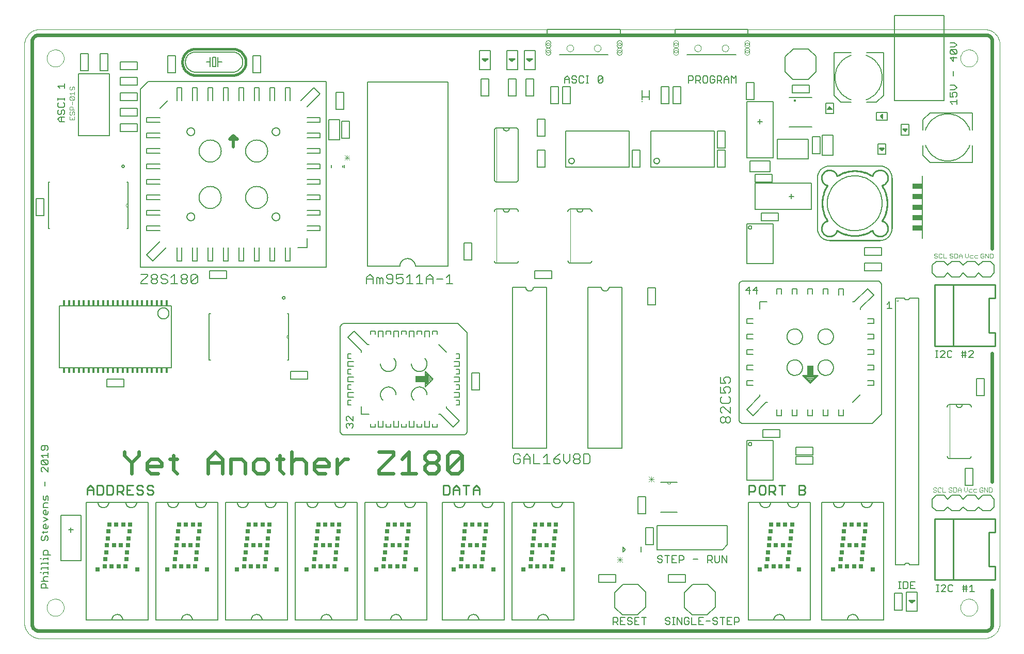
<source format=gto>
G75*
%MOIN*%
%OFA0B0*%
%FSLAX24Y24*%
%IPPOS*%
%LPD*%
%AMOC8*
5,1,8,0,0,1.08239X$1,22.5*
%
%ADD10C,0.0000*%
%ADD11C,0.0240*%
%ADD12C,0.0100*%
%ADD13C,0.0080*%
%ADD14C,0.0060*%
%ADD15C,0.0220*%
%ADD16C,0.0030*%
%ADD17C,0.0200*%
%ADD18C,0.0050*%
%ADD19R,0.0177X0.0354*%
%ADD20C,0.0160*%
%ADD21C,0.0020*%
%ADD22R,0.0400X0.0750*%
%ADD23R,0.0700X0.0150*%
%ADD24R,0.0500X0.0100*%
%ADD25R,0.0300X0.0100*%
%ADD26R,0.0100X0.0100*%
%ADD27R,0.0100X0.0050*%
%ADD28R,0.0050X0.0050*%
%ADD29R,0.0750X0.0400*%
%ADD30R,0.0150X0.0700*%
%ADD31R,0.0100X0.0500*%
%ADD32R,0.0100X0.0300*%
%ADD33R,0.0050X0.0100*%
%ADD34R,0.0250X0.0250*%
%ADD35C,0.0070*%
%ADD36C,0.0177*%
%ADD37R,0.0660X0.0380*%
%ADD38C,0.0010*%
%ADD39C,0.0008*%
%ADD40C,0.0040*%
%ADD41C,0.0077*%
D10*
X000350Y001350D02*
X000350Y038720D01*
X000352Y038780D01*
X000357Y038841D01*
X000366Y038900D01*
X000379Y038959D01*
X000395Y039018D01*
X000415Y039075D01*
X000438Y039130D01*
X000465Y039185D01*
X000494Y039237D01*
X000527Y039288D01*
X000563Y039337D01*
X000601Y039383D01*
X000643Y039427D01*
X000687Y039469D01*
X000733Y039507D01*
X000782Y039543D01*
X000833Y039576D01*
X000885Y039605D01*
X000940Y039632D01*
X000995Y039655D01*
X001052Y039675D01*
X001111Y039691D01*
X001170Y039704D01*
X001229Y039713D01*
X001290Y039718D01*
X001350Y039720D01*
X062342Y039720D01*
X062402Y039718D01*
X062463Y039713D01*
X062522Y039704D01*
X062581Y039691D01*
X062640Y039675D01*
X062697Y039655D01*
X062752Y039632D01*
X062807Y039605D01*
X062859Y039576D01*
X062910Y039543D01*
X062959Y039507D01*
X063005Y039469D01*
X063049Y039427D01*
X063091Y039383D01*
X063129Y039337D01*
X063165Y039288D01*
X063198Y039237D01*
X063227Y039185D01*
X063254Y039130D01*
X063277Y039075D01*
X063297Y039018D01*
X063313Y038959D01*
X063326Y038900D01*
X063335Y038841D01*
X063340Y038780D01*
X063342Y038720D01*
X063342Y001350D01*
X063340Y001290D01*
X063335Y001229D01*
X063326Y001170D01*
X063313Y001111D01*
X063297Y001052D01*
X063277Y000995D01*
X063254Y000940D01*
X063227Y000885D01*
X063198Y000833D01*
X063165Y000782D01*
X063129Y000733D01*
X063091Y000687D01*
X063049Y000643D01*
X063005Y000601D01*
X062959Y000563D01*
X062910Y000527D01*
X062859Y000494D01*
X062807Y000465D01*
X062752Y000438D01*
X062697Y000415D01*
X062640Y000395D01*
X062581Y000379D01*
X062522Y000366D01*
X062463Y000357D01*
X062402Y000352D01*
X062342Y000350D01*
X001350Y000350D01*
X001290Y000352D01*
X001229Y000357D01*
X001170Y000366D01*
X001111Y000379D01*
X001052Y000395D01*
X000995Y000415D01*
X000940Y000438D01*
X000885Y000465D01*
X000833Y000494D01*
X000782Y000527D01*
X000733Y000563D01*
X000687Y000601D01*
X000643Y000643D01*
X000601Y000687D01*
X000563Y000733D01*
X000527Y000782D01*
X000494Y000833D01*
X000465Y000885D01*
X000438Y000940D01*
X000415Y000995D01*
X000395Y001052D01*
X000379Y001111D01*
X000366Y001170D01*
X000357Y001229D01*
X000352Y001290D01*
X000350Y001350D01*
X001799Y002350D02*
X001801Y002397D01*
X001807Y002443D01*
X001817Y002489D01*
X001830Y002534D01*
X001848Y002577D01*
X001869Y002619D01*
X001893Y002659D01*
X001921Y002696D01*
X001952Y002731D01*
X001986Y002764D01*
X002022Y002793D01*
X002061Y002819D01*
X002102Y002842D01*
X002145Y002861D01*
X002189Y002877D01*
X002234Y002889D01*
X002280Y002897D01*
X002327Y002901D01*
X002373Y002901D01*
X002420Y002897D01*
X002466Y002889D01*
X002511Y002877D01*
X002555Y002861D01*
X002598Y002842D01*
X002639Y002819D01*
X002678Y002793D01*
X002714Y002764D01*
X002748Y002731D01*
X002779Y002696D01*
X002807Y002659D01*
X002831Y002619D01*
X002852Y002577D01*
X002870Y002534D01*
X002883Y002489D01*
X002893Y002443D01*
X002899Y002397D01*
X002901Y002350D01*
X002899Y002303D01*
X002893Y002257D01*
X002883Y002211D01*
X002870Y002166D01*
X002852Y002123D01*
X002831Y002081D01*
X002807Y002041D01*
X002779Y002004D01*
X002748Y001969D01*
X002714Y001936D01*
X002678Y001907D01*
X002639Y001881D01*
X002598Y001858D01*
X002555Y001839D01*
X002511Y001823D01*
X002466Y001811D01*
X002420Y001803D01*
X002373Y001799D01*
X002327Y001799D01*
X002280Y001803D01*
X002234Y001811D01*
X002189Y001823D01*
X002145Y001839D01*
X002102Y001858D01*
X002061Y001881D01*
X002022Y001907D01*
X001986Y001936D01*
X001952Y001969D01*
X001921Y002004D01*
X001893Y002041D01*
X001869Y002081D01*
X001848Y002123D01*
X001830Y002166D01*
X001817Y002211D01*
X001807Y002257D01*
X001801Y002303D01*
X001799Y002350D01*
X017410Y019730D02*
X017389Y019732D01*
X017369Y019737D01*
X017350Y019746D01*
X017333Y019758D01*
X017318Y019773D01*
X017306Y019790D01*
X017297Y019809D01*
X017292Y019829D01*
X017290Y019850D01*
X017292Y019871D01*
X017297Y019891D01*
X017306Y019910D01*
X017318Y019927D01*
X017333Y019942D01*
X017350Y019954D01*
X017369Y019963D01*
X017389Y019968D01*
X017410Y019970D01*
X007035Y028230D02*
X007014Y028232D01*
X006994Y028237D01*
X006975Y028246D01*
X006958Y028258D01*
X006943Y028273D01*
X006931Y028290D01*
X006922Y028309D01*
X006917Y028329D01*
X006915Y028350D01*
X006917Y028371D01*
X006922Y028391D01*
X006931Y028410D01*
X006943Y028427D01*
X006958Y028442D01*
X006975Y028454D01*
X006994Y028463D01*
X007014Y028468D01*
X007035Y028470D01*
X001799Y037850D02*
X001801Y037897D01*
X001807Y037943D01*
X001817Y037989D01*
X001830Y038034D01*
X001848Y038077D01*
X001869Y038119D01*
X001893Y038159D01*
X001921Y038196D01*
X001952Y038231D01*
X001986Y038264D01*
X002022Y038293D01*
X002061Y038319D01*
X002102Y038342D01*
X002145Y038361D01*
X002189Y038377D01*
X002234Y038389D01*
X002280Y038397D01*
X002327Y038401D01*
X002373Y038401D01*
X002420Y038397D01*
X002466Y038389D01*
X002511Y038377D01*
X002555Y038361D01*
X002598Y038342D01*
X002639Y038319D01*
X002678Y038293D01*
X002714Y038264D01*
X002748Y038231D01*
X002779Y038196D01*
X002807Y038159D01*
X002831Y038119D01*
X002852Y038077D01*
X002870Y038034D01*
X002883Y037989D01*
X002893Y037943D01*
X002899Y037897D01*
X002901Y037850D01*
X002899Y037803D01*
X002893Y037757D01*
X002883Y037711D01*
X002870Y037666D01*
X002852Y037623D01*
X002831Y037581D01*
X002807Y037541D01*
X002779Y037504D01*
X002748Y037469D01*
X002714Y037436D01*
X002678Y037407D01*
X002639Y037381D01*
X002598Y037358D01*
X002555Y037339D01*
X002511Y037323D01*
X002466Y037311D01*
X002420Y037303D01*
X002373Y037299D01*
X002327Y037299D01*
X002280Y037303D01*
X002234Y037311D01*
X002189Y037323D01*
X002145Y037339D01*
X002102Y037358D01*
X002061Y037381D01*
X002022Y037407D01*
X001986Y037436D01*
X001952Y037469D01*
X001921Y037504D01*
X001893Y037541D01*
X001869Y037581D01*
X001848Y037623D01*
X001830Y037666D01*
X001817Y037711D01*
X001807Y037757D01*
X001801Y037803D01*
X001799Y037850D01*
X034015Y038209D02*
X034017Y038234D01*
X034023Y038258D01*
X034032Y038280D01*
X034045Y038301D01*
X034061Y038320D01*
X034080Y038336D01*
X034101Y038349D01*
X034123Y038358D01*
X034147Y038364D01*
X034172Y038366D01*
X034197Y038364D01*
X034221Y038358D01*
X034243Y038349D01*
X034264Y038336D01*
X034283Y038320D01*
X034299Y038301D01*
X034312Y038280D01*
X034321Y038258D01*
X034327Y038234D01*
X034329Y038209D01*
X034327Y038184D01*
X034321Y038160D01*
X034312Y038138D01*
X034299Y038117D01*
X034283Y038098D01*
X034264Y038082D01*
X034243Y038069D01*
X034221Y038060D01*
X034197Y038054D01*
X034172Y038052D01*
X034147Y038054D01*
X034123Y038060D01*
X034101Y038069D01*
X034080Y038082D01*
X034061Y038098D01*
X034045Y038117D01*
X034032Y038138D01*
X034023Y038160D01*
X034017Y038184D01*
X034015Y038209D01*
X034015Y038367D02*
X034017Y038392D01*
X034023Y038416D01*
X034032Y038438D01*
X034045Y038459D01*
X034061Y038478D01*
X034080Y038494D01*
X034101Y038507D01*
X034123Y038516D01*
X034147Y038522D01*
X034172Y038524D01*
X034197Y038522D01*
X034221Y038516D01*
X034243Y038507D01*
X034264Y038494D01*
X034283Y038478D01*
X034299Y038459D01*
X034312Y038438D01*
X034321Y038416D01*
X034327Y038392D01*
X034329Y038367D01*
X034327Y038342D01*
X034321Y038318D01*
X034312Y038296D01*
X034299Y038275D01*
X034283Y038256D01*
X034264Y038240D01*
X034243Y038227D01*
X034221Y038218D01*
X034197Y038212D01*
X034172Y038210D01*
X034147Y038212D01*
X034123Y038218D01*
X034101Y038227D01*
X034080Y038240D01*
X034061Y038256D01*
X034045Y038275D01*
X034032Y038296D01*
X034023Y038318D01*
X034017Y038342D01*
X034015Y038367D01*
X034015Y038682D02*
X034017Y038707D01*
X034023Y038731D01*
X034032Y038753D01*
X034045Y038774D01*
X034061Y038793D01*
X034080Y038809D01*
X034101Y038822D01*
X034123Y038831D01*
X034147Y038837D01*
X034172Y038839D01*
X034197Y038837D01*
X034221Y038831D01*
X034243Y038822D01*
X034264Y038809D01*
X034283Y038793D01*
X034299Y038774D01*
X034312Y038753D01*
X034321Y038731D01*
X034327Y038707D01*
X034329Y038682D01*
X034327Y038657D01*
X034321Y038633D01*
X034312Y038611D01*
X034299Y038590D01*
X034283Y038571D01*
X034264Y038555D01*
X034243Y038542D01*
X034221Y038533D01*
X034197Y038527D01*
X034172Y038525D01*
X034147Y038527D01*
X034123Y038533D01*
X034101Y038542D01*
X034080Y038555D01*
X034061Y038571D01*
X034045Y038590D01*
X034032Y038611D01*
X034023Y038633D01*
X034017Y038657D01*
X034015Y038682D01*
X034015Y038839D02*
X034017Y038864D01*
X034023Y038888D01*
X034032Y038910D01*
X034045Y038931D01*
X034061Y038950D01*
X034080Y038966D01*
X034101Y038979D01*
X034123Y038988D01*
X034147Y038994D01*
X034172Y038996D01*
X034197Y038994D01*
X034221Y038988D01*
X034243Y038979D01*
X034264Y038966D01*
X034283Y038950D01*
X034299Y038931D01*
X034312Y038910D01*
X034321Y038888D01*
X034327Y038864D01*
X034329Y038839D01*
X034327Y038814D01*
X034321Y038790D01*
X034312Y038768D01*
X034299Y038747D01*
X034283Y038728D01*
X034264Y038712D01*
X034243Y038699D01*
X034221Y038690D01*
X034197Y038684D01*
X034172Y038682D01*
X034147Y038684D01*
X034123Y038690D01*
X034101Y038699D01*
X034080Y038712D01*
X034061Y038728D01*
X034045Y038747D01*
X034032Y038768D01*
X034023Y038790D01*
X034017Y038814D01*
X034015Y038839D01*
X035372Y038497D02*
X035374Y038526D01*
X035380Y038554D01*
X035389Y038582D01*
X035402Y038608D01*
X035419Y038631D01*
X035438Y038653D01*
X035460Y038672D01*
X035485Y038687D01*
X035511Y038700D01*
X035539Y038708D01*
X035567Y038713D01*
X035596Y038714D01*
X035625Y038711D01*
X035653Y038704D01*
X035680Y038694D01*
X035706Y038680D01*
X035729Y038663D01*
X035750Y038643D01*
X035768Y038620D01*
X035783Y038595D01*
X035794Y038568D01*
X035802Y038540D01*
X035806Y038511D01*
X035806Y038483D01*
X035802Y038454D01*
X035794Y038426D01*
X035783Y038399D01*
X035768Y038374D01*
X035750Y038351D01*
X035729Y038331D01*
X035706Y038314D01*
X035680Y038300D01*
X035653Y038290D01*
X035625Y038283D01*
X035596Y038280D01*
X035567Y038281D01*
X035539Y038286D01*
X035511Y038294D01*
X035485Y038307D01*
X035460Y038322D01*
X035438Y038341D01*
X035419Y038363D01*
X035402Y038386D01*
X035389Y038412D01*
X035380Y038440D01*
X035374Y038468D01*
X035372Y038497D01*
X037144Y038497D02*
X037146Y038526D01*
X037152Y038554D01*
X037161Y038582D01*
X037174Y038608D01*
X037191Y038631D01*
X037210Y038653D01*
X037232Y038672D01*
X037257Y038687D01*
X037283Y038700D01*
X037311Y038708D01*
X037339Y038713D01*
X037368Y038714D01*
X037397Y038711D01*
X037425Y038704D01*
X037452Y038694D01*
X037478Y038680D01*
X037501Y038663D01*
X037522Y038643D01*
X037540Y038620D01*
X037555Y038595D01*
X037566Y038568D01*
X037574Y038540D01*
X037578Y038511D01*
X037578Y038483D01*
X037574Y038454D01*
X037566Y038426D01*
X037555Y038399D01*
X037540Y038374D01*
X037522Y038351D01*
X037501Y038331D01*
X037478Y038314D01*
X037452Y038300D01*
X037425Y038290D01*
X037397Y038283D01*
X037368Y038280D01*
X037339Y038281D01*
X037311Y038286D01*
X037283Y038294D01*
X037257Y038307D01*
X037232Y038322D01*
X037210Y038341D01*
X037191Y038363D01*
X037174Y038386D01*
X037161Y038412D01*
X037152Y038440D01*
X037146Y038468D01*
X037144Y038497D01*
X038621Y038367D02*
X038623Y038392D01*
X038629Y038416D01*
X038638Y038438D01*
X038651Y038459D01*
X038667Y038478D01*
X038686Y038494D01*
X038707Y038507D01*
X038729Y038516D01*
X038753Y038522D01*
X038778Y038524D01*
X038803Y038522D01*
X038827Y038516D01*
X038849Y038507D01*
X038870Y038494D01*
X038889Y038478D01*
X038905Y038459D01*
X038918Y038438D01*
X038927Y038416D01*
X038933Y038392D01*
X038935Y038367D01*
X038933Y038342D01*
X038927Y038318D01*
X038918Y038296D01*
X038905Y038275D01*
X038889Y038256D01*
X038870Y038240D01*
X038849Y038227D01*
X038827Y038218D01*
X038803Y038212D01*
X038778Y038210D01*
X038753Y038212D01*
X038729Y038218D01*
X038707Y038227D01*
X038686Y038240D01*
X038667Y038256D01*
X038651Y038275D01*
X038638Y038296D01*
X038629Y038318D01*
X038623Y038342D01*
X038621Y038367D01*
X038621Y038209D02*
X038623Y038234D01*
X038629Y038258D01*
X038638Y038280D01*
X038651Y038301D01*
X038667Y038320D01*
X038686Y038336D01*
X038707Y038349D01*
X038729Y038358D01*
X038753Y038364D01*
X038778Y038366D01*
X038803Y038364D01*
X038827Y038358D01*
X038849Y038349D01*
X038870Y038336D01*
X038889Y038320D01*
X038905Y038301D01*
X038918Y038280D01*
X038927Y038258D01*
X038933Y038234D01*
X038935Y038209D01*
X038933Y038184D01*
X038927Y038160D01*
X038918Y038138D01*
X038905Y038117D01*
X038889Y038098D01*
X038870Y038082D01*
X038849Y038069D01*
X038827Y038060D01*
X038803Y038054D01*
X038778Y038052D01*
X038753Y038054D01*
X038729Y038060D01*
X038707Y038069D01*
X038686Y038082D01*
X038667Y038098D01*
X038651Y038117D01*
X038638Y038138D01*
X038629Y038160D01*
X038623Y038184D01*
X038621Y038209D01*
X038621Y038682D02*
X038623Y038707D01*
X038629Y038731D01*
X038638Y038753D01*
X038651Y038774D01*
X038667Y038793D01*
X038686Y038809D01*
X038707Y038822D01*
X038729Y038831D01*
X038753Y038837D01*
X038778Y038839D01*
X038803Y038837D01*
X038827Y038831D01*
X038849Y038822D01*
X038870Y038809D01*
X038889Y038793D01*
X038905Y038774D01*
X038918Y038753D01*
X038927Y038731D01*
X038933Y038707D01*
X038935Y038682D01*
X038933Y038657D01*
X038927Y038633D01*
X038918Y038611D01*
X038905Y038590D01*
X038889Y038571D01*
X038870Y038555D01*
X038849Y038542D01*
X038827Y038533D01*
X038803Y038527D01*
X038778Y038525D01*
X038753Y038527D01*
X038729Y038533D01*
X038707Y038542D01*
X038686Y038555D01*
X038667Y038571D01*
X038651Y038590D01*
X038638Y038611D01*
X038629Y038633D01*
X038623Y038657D01*
X038621Y038682D01*
X038621Y038839D02*
X038623Y038864D01*
X038629Y038888D01*
X038638Y038910D01*
X038651Y038931D01*
X038667Y038950D01*
X038686Y038966D01*
X038707Y038979D01*
X038729Y038988D01*
X038753Y038994D01*
X038778Y038996D01*
X038803Y038994D01*
X038827Y038988D01*
X038849Y038979D01*
X038870Y038966D01*
X038889Y038950D01*
X038905Y038931D01*
X038918Y038910D01*
X038927Y038888D01*
X038933Y038864D01*
X038935Y038839D01*
X038933Y038814D01*
X038927Y038790D01*
X038918Y038768D01*
X038905Y038747D01*
X038889Y038728D01*
X038870Y038712D01*
X038849Y038699D01*
X038827Y038690D01*
X038803Y038684D01*
X038778Y038682D01*
X038753Y038684D01*
X038729Y038690D01*
X038707Y038699D01*
X038686Y038712D01*
X038667Y038728D01*
X038651Y038747D01*
X038638Y038768D01*
X038629Y038790D01*
X038623Y038814D01*
X038621Y038839D01*
X042265Y038839D02*
X042267Y038864D01*
X042273Y038888D01*
X042282Y038910D01*
X042295Y038931D01*
X042311Y038950D01*
X042330Y038966D01*
X042351Y038979D01*
X042373Y038988D01*
X042397Y038994D01*
X042422Y038996D01*
X042447Y038994D01*
X042471Y038988D01*
X042493Y038979D01*
X042514Y038966D01*
X042533Y038950D01*
X042549Y038931D01*
X042562Y038910D01*
X042571Y038888D01*
X042577Y038864D01*
X042579Y038839D01*
X042577Y038814D01*
X042571Y038790D01*
X042562Y038768D01*
X042549Y038747D01*
X042533Y038728D01*
X042514Y038712D01*
X042493Y038699D01*
X042471Y038690D01*
X042447Y038684D01*
X042422Y038682D01*
X042397Y038684D01*
X042373Y038690D01*
X042351Y038699D01*
X042330Y038712D01*
X042311Y038728D01*
X042295Y038747D01*
X042282Y038768D01*
X042273Y038790D01*
X042267Y038814D01*
X042265Y038839D01*
X042265Y038682D02*
X042267Y038707D01*
X042273Y038731D01*
X042282Y038753D01*
X042295Y038774D01*
X042311Y038793D01*
X042330Y038809D01*
X042351Y038822D01*
X042373Y038831D01*
X042397Y038837D01*
X042422Y038839D01*
X042447Y038837D01*
X042471Y038831D01*
X042493Y038822D01*
X042514Y038809D01*
X042533Y038793D01*
X042549Y038774D01*
X042562Y038753D01*
X042571Y038731D01*
X042577Y038707D01*
X042579Y038682D01*
X042577Y038657D01*
X042571Y038633D01*
X042562Y038611D01*
X042549Y038590D01*
X042533Y038571D01*
X042514Y038555D01*
X042493Y038542D01*
X042471Y038533D01*
X042447Y038527D01*
X042422Y038525D01*
X042397Y038527D01*
X042373Y038533D01*
X042351Y038542D01*
X042330Y038555D01*
X042311Y038571D01*
X042295Y038590D01*
X042282Y038611D01*
X042273Y038633D01*
X042267Y038657D01*
X042265Y038682D01*
X042265Y038367D02*
X042267Y038392D01*
X042273Y038416D01*
X042282Y038438D01*
X042295Y038459D01*
X042311Y038478D01*
X042330Y038494D01*
X042351Y038507D01*
X042373Y038516D01*
X042397Y038522D01*
X042422Y038524D01*
X042447Y038522D01*
X042471Y038516D01*
X042493Y038507D01*
X042514Y038494D01*
X042533Y038478D01*
X042549Y038459D01*
X042562Y038438D01*
X042571Y038416D01*
X042577Y038392D01*
X042579Y038367D01*
X042577Y038342D01*
X042571Y038318D01*
X042562Y038296D01*
X042549Y038275D01*
X042533Y038256D01*
X042514Y038240D01*
X042493Y038227D01*
X042471Y038218D01*
X042447Y038212D01*
X042422Y038210D01*
X042397Y038212D01*
X042373Y038218D01*
X042351Y038227D01*
X042330Y038240D01*
X042311Y038256D01*
X042295Y038275D01*
X042282Y038296D01*
X042273Y038318D01*
X042267Y038342D01*
X042265Y038367D01*
X042265Y038209D02*
X042267Y038234D01*
X042273Y038258D01*
X042282Y038280D01*
X042295Y038301D01*
X042311Y038320D01*
X042330Y038336D01*
X042351Y038349D01*
X042373Y038358D01*
X042397Y038364D01*
X042422Y038366D01*
X042447Y038364D01*
X042471Y038358D01*
X042493Y038349D01*
X042514Y038336D01*
X042533Y038320D01*
X042549Y038301D01*
X042562Y038280D01*
X042571Y038258D01*
X042577Y038234D01*
X042579Y038209D01*
X042577Y038184D01*
X042571Y038160D01*
X042562Y038138D01*
X042549Y038117D01*
X042533Y038098D01*
X042514Y038082D01*
X042493Y038069D01*
X042471Y038060D01*
X042447Y038054D01*
X042422Y038052D01*
X042397Y038054D01*
X042373Y038060D01*
X042351Y038069D01*
X042330Y038082D01*
X042311Y038098D01*
X042295Y038117D01*
X042282Y038138D01*
X042273Y038160D01*
X042267Y038184D01*
X042265Y038209D01*
X043622Y038497D02*
X043624Y038526D01*
X043630Y038554D01*
X043639Y038582D01*
X043652Y038608D01*
X043669Y038631D01*
X043688Y038653D01*
X043710Y038672D01*
X043735Y038687D01*
X043761Y038700D01*
X043789Y038708D01*
X043817Y038713D01*
X043846Y038714D01*
X043875Y038711D01*
X043903Y038704D01*
X043930Y038694D01*
X043956Y038680D01*
X043979Y038663D01*
X044000Y038643D01*
X044018Y038620D01*
X044033Y038595D01*
X044044Y038568D01*
X044052Y038540D01*
X044056Y038511D01*
X044056Y038483D01*
X044052Y038454D01*
X044044Y038426D01*
X044033Y038399D01*
X044018Y038374D01*
X044000Y038351D01*
X043979Y038331D01*
X043956Y038314D01*
X043930Y038300D01*
X043903Y038290D01*
X043875Y038283D01*
X043846Y038280D01*
X043817Y038281D01*
X043789Y038286D01*
X043761Y038294D01*
X043735Y038307D01*
X043710Y038322D01*
X043688Y038341D01*
X043669Y038363D01*
X043652Y038386D01*
X043639Y038412D01*
X043630Y038440D01*
X043624Y038468D01*
X043622Y038497D01*
X045394Y038497D02*
X045396Y038526D01*
X045402Y038554D01*
X045411Y038582D01*
X045424Y038608D01*
X045441Y038631D01*
X045460Y038653D01*
X045482Y038672D01*
X045507Y038687D01*
X045533Y038700D01*
X045561Y038708D01*
X045589Y038713D01*
X045618Y038714D01*
X045647Y038711D01*
X045675Y038704D01*
X045702Y038694D01*
X045728Y038680D01*
X045751Y038663D01*
X045772Y038643D01*
X045790Y038620D01*
X045805Y038595D01*
X045816Y038568D01*
X045824Y038540D01*
X045828Y038511D01*
X045828Y038483D01*
X045824Y038454D01*
X045816Y038426D01*
X045805Y038399D01*
X045790Y038374D01*
X045772Y038351D01*
X045751Y038331D01*
X045728Y038314D01*
X045702Y038300D01*
X045675Y038290D01*
X045647Y038283D01*
X045618Y038280D01*
X045589Y038281D01*
X045561Y038286D01*
X045533Y038294D01*
X045507Y038307D01*
X045482Y038322D01*
X045460Y038341D01*
X045441Y038363D01*
X045424Y038386D01*
X045411Y038412D01*
X045402Y038440D01*
X045396Y038468D01*
X045394Y038497D01*
X046871Y038367D02*
X046873Y038392D01*
X046879Y038416D01*
X046888Y038438D01*
X046901Y038459D01*
X046917Y038478D01*
X046936Y038494D01*
X046957Y038507D01*
X046979Y038516D01*
X047003Y038522D01*
X047028Y038524D01*
X047053Y038522D01*
X047077Y038516D01*
X047099Y038507D01*
X047120Y038494D01*
X047139Y038478D01*
X047155Y038459D01*
X047168Y038438D01*
X047177Y038416D01*
X047183Y038392D01*
X047185Y038367D01*
X047183Y038342D01*
X047177Y038318D01*
X047168Y038296D01*
X047155Y038275D01*
X047139Y038256D01*
X047120Y038240D01*
X047099Y038227D01*
X047077Y038218D01*
X047053Y038212D01*
X047028Y038210D01*
X047003Y038212D01*
X046979Y038218D01*
X046957Y038227D01*
X046936Y038240D01*
X046917Y038256D01*
X046901Y038275D01*
X046888Y038296D01*
X046879Y038318D01*
X046873Y038342D01*
X046871Y038367D01*
X046871Y038209D02*
X046873Y038234D01*
X046879Y038258D01*
X046888Y038280D01*
X046901Y038301D01*
X046917Y038320D01*
X046936Y038336D01*
X046957Y038349D01*
X046979Y038358D01*
X047003Y038364D01*
X047028Y038366D01*
X047053Y038364D01*
X047077Y038358D01*
X047099Y038349D01*
X047120Y038336D01*
X047139Y038320D01*
X047155Y038301D01*
X047168Y038280D01*
X047177Y038258D01*
X047183Y038234D01*
X047185Y038209D01*
X047183Y038184D01*
X047177Y038160D01*
X047168Y038138D01*
X047155Y038117D01*
X047139Y038098D01*
X047120Y038082D01*
X047099Y038069D01*
X047077Y038060D01*
X047053Y038054D01*
X047028Y038052D01*
X047003Y038054D01*
X046979Y038060D01*
X046957Y038069D01*
X046936Y038082D01*
X046917Y038098D01*
X046901Y038117D01*
X046888Y038138D01*
X046879Y038160D01*
X046873Y038184D01*
X046871Y038209D01*
X046871Y038682D02*
X046873Y038707D01*
X046879Y038731D01*
X046888Y038753D01*
X046901Y038774D01*
X046917Y038793D01*
X046936Y038809D01*
X046957Y038822D01*
X046979Y038831D01*
X047003Y038837D01*
X047028Y038839D01*
X047053Y038837D01*
X047077Y038831D01*
X047099Y038822D01*
X047120Y038809D01*
X047139Y038793D01*
X047155Y038774D01*
X047168Y038753D01*
X047177Y038731D01*
X047183Y038707D01*
X047185Y038682D01*
X047183Y038657D01*
X047177Y038633D01*
X047168Y038611D01*
X047155Y038590D01*
X047139Y038571D01*
X047120Y038555D01*
X047099Y038542D01*
X047077Y038533D01*
X047053Y038527D01*
X047028Y038525D01*
X047003Y038527D01*
X046979Y038533D01*
X046957Y038542D01*
X046936Y038555D01*
X046917Y038571D01*
X046901Y038590D01*
X046888Y038611D01*
X046879Y038633D01*
X046873Y038657D01*
X046871Y038682D01*
X046871Y038839D02*
X046873Y038864D01*
X046879Y038888D01*
X046888Y038910D01*
X046901Y038931D01*
X046917Y038950D01*
X046936Y038966D01*
X046957Y038979D01*
X046979Y038988D01*
X047003Y038994D01*
X047028Y038996D01*
X047053Y038994D01*
X047077Y038988D01*
X047099Y038979D01*
X047120Y038966D01*
X047139Y038950D01*
X047155Y038931D01*
X047168Y038910D01*
X047177Y038888D01*
X047183Y038864D01*
X047185Y038839D01*
X047183Y038814D01*
X047177Y038790D01*
X047168Y038768D01*
X047155Y038747D01*
X047139Y038728D01*
X047120Y038712D01*
X047099Y038699D01*
X047077Y038690D01*
X047053Y038684D01*
X047028Y038682D01*
X047003Y038684D01*
X046979Y038690D01*
X046957Y038699D01*
X046936Y038712D01*
X046917Y038728D01*
X046901Y038747D01*
X046888Y038768D01*
X046879Y038790D01*
X046873Y038814D01*
X046871Y038839D01*
X052341Y030896D02*
X055609Y030896D01*
X051554Y030109D02*
X051554Y026841D01*
X052341Y026054D02*
X055609Y026054D01*
X060799Y037850D02*
X060801Y037897D01*
X060807Y037943D01*
X060817Y037989D01*
X060830Y038034D01*
X060848Y038077D01*
X060869Y038119D01*
X060893Y038159D01*
X060921Y038196D01*
X060952Y038231D01*
X060986Y038264D01*
X061022Y038293D01*
X061061Y038319D01*
X061102Y038342D01*
X061145Y038361D01*
X061189Y038377D01*
X061234Y038389D01*
X061280Y038397D01*
X061327Y038401D01*
X061373Y038401D01*
X061420Y038397D01*
X061466Y038389D01*
X061511Y038377D01*
X061555Y038361D01*
X061598Y038342D01*
X061639Y038319D01*
X061678Y038293D01*
X061714Y038264D01*
X061748Y038231D01*
X061779Y038196D01*
X061807Y038159D01*
X061831Y038119D01*
X061852Y038077D01*
X061870Y038034D01*
X061883Y037989D01*
X061893Y037943D01*
X061899Y037897D01*
X061901Y037850D01*
X061899Y037803D01*
X061893Y037757D01*
X061883Y037711D01*
X061870Y037666D01*
X061852Y037623D01*
X061831Y037581D01*
X061807Y037541D01*
X061779Y037504D01*
X061748Y037469D01*
X061714Y037436D01*
X061678Y037407D01*
X061639Y037381D01*
X061598Y037358D01*
X061555Y037339D01*
X061511Y037323D01*
X061466Y037311D01*
X061420Y037303D01*
X061373Y037299D01*
X061327Y037299D01*
X061280Y037303D01*
X061234Y037311D01*
X061189Y037323D01*
X061145Y037339D01*
X061102Y037358D01*
X061061Y037381D01*
X061022Y037407D01*
X060986Y037436D01*
X060952Y037469D01*
X060921Y037504D01*
X060893Y037541D01*
X060869Y037581D01*
X060848Y037623D01*
X060830Y037666D01*
X060817Y037711D01*
X060807Y037757D01*
X060801Y037803D01*
X060799Y037850D01*
X042095Y010455D02*
X042093Y010434D01*
X042088Y010414D01*
X042079Y010395D01*
X042067Y010378D01*
X042052Y010363D01*
X042035Y010351D01*
X042016Y010342D01*
X041996Y010337D01*
X041975Y010335D01*
X041954Y010337D01*
X041934Y010342D01*
X041915Y010351D01*
X041898Y010363D01*
X041883Y010378D01*
X041871Y010395D01*
X041862Y010414D01*
X041857Y010434D01*
X041855Y010455D01*
X060799Y002350D02*
X060801Y002397D01*
X060807Y002443D01*
X060817Y002489D01*
X060830Y002534D01*
X060848Y002577D01*
X060869Y002619D01*
X060893Y002659D01*
X060921Y002696D01*
X060952Y002731D01*
X060986Y002764D01*
X061022Y002793D01*
X061061Y002819D01*
X061102Y002842D01*
X061145Y002861D01*
X061189Y002877D01*
X061234Y002889D01*
X061280Y002897D01*
X061327Y002901D01*
X061373Y002901D01*
X061420Y002897D01*
X061466Y002889D01*
X061511Y002877D01*
X061555Y002861D01*
X061598Y002842D01*
X061639Y002819D01*
X061678Y002793D01*
X061714Y002764D01*
X061748Y002731D01*
X061779Y002696D01*
X061807Y002659D01*
X061831Y002619D01*
X061852Y002577D01*
X061870Y002534D01*
X061883Y002489D01*
X061893Y002443D01*
X061899Y002397D01*
X061901Y002350D01*
X061899Y002303D01*
X061893Y002257D01*
X061883Y002211D01*
X061870Y002166D01*
X061852Y002123D01*
X061831Y002081D01*
X061807Y002041D01*
X061779Y002004D01*
X061748Y001969D01*
X061714Y001936D01*
X061678Y001907D01*
X061639Y001881D01*
X061598Y001858D01*
X061555Y001839D01*
X061511Y001823D01*
X061466Y001811D01*
X061420Y001803D01*
X061373Y001799D01*
X061327Y001799D01*
X061280Y001803D01*
X061234Y001811D01*
X061189Y001823D01*
X061145Y001839D01*
X061102Y001858D01*
X061061Y001881D01*
X061022Y001907D01*
X060986Y001936D01*
X060952Y001969D01*
X060921Y002004D01*
X060893Y002041D01*
X060869Y002081D01*
X060848Y002123D01*
X060830Y002166D01*
X060817Y002211D01*
X060807Y002257D01*
X060801Y002303D01*
X060799Y002350D01*
D11*
X062456Y000850D02*
X001244Y000850D01*
X001205Y000852D01*
X001167Y000858D01*
X001130Y000867D01*
X001093Y000880D01*
X001058Y000897D01*
X001025Y000916D01*
X000994Y000939D01*
X000965Y000965D01*
X000939Y000994D01*
X000916Y001025D01*
X000897Y001058D01*
X000880Y001093D01*
X000867Y001130D01*
X000858Y001167D01*
X000852Y001205D01*
X000850Y001244D01*
X000850Y038956D01*
X000852Y038995D01*
X000858Y039033D01*
X000867Y039070D01*
X000880Y039107D01*
X000897Y039142D01*
X000916Y039175D01*
X000939Y039206D01*
X000965Y039235D01*
X000994Y039261D01*
X001025Y039284D01*
X001058Y039303D01*
X001093Y039320D01*
X001130Y039333D01*
X001167Y039342D01*
X001205Y039348D01*
X001244Y039350D01*
X062456Y039350D01*
X062495Y039348D01*
X062533Y039342D01*
X062570Y039333D01*
X062607Y039320D01*
X062642Y039303D01*
X062675Y039284D01*
X062706Y039261D01*
X062735Y039235D01*
X062761Y039206D01*
X062784Y039175D01*
X062803Y039142D01*
X062820Y039107D01*
X062833Y039070D01*
X062842Y039033D01*
X062848Y038995D01*
X062850Y038956D01*
X062850Y025538D01*
X062850Y018769D02*
X062850Y010475D01*
X062850Y003475D02*
X062850Y001244D01*
X062848Y001205D01*
X062842Y001167D01*
X062833Y001130D01*
X062820Y001093D01*
X062803Y001058D01*
X062784Y001025D01*
X062761Y000994D01*
X062735Y000965D01*
X062706Y000939D01*
X062675Y000916D01*
X062642Y000897D01*
X062607Y000880D01*
X062570Y000867D01*
X062533Y000858D01*
X062495Y000852D01*
X062456Y000850D01*
D12*
X063032Y004131D02*
X060355Y004131D01*
X060355Y008069D01*
X059134Y008069D01*
X059134Y004131D01*
X060355Y004131D01*
X062638Y004998D02*
X063032Y004998D01*
X063032Y004131D01*
X062638Y004998D02*
X062638Y007202D01*
X063032Y007202D01*
X063032Y008069D01*
X060355Y008069D01*
X050773Y009750D02*
X050673Y009650D01*
X050373Y009650D01*
X050373Y010251D01*
X050673Y010251D01*
X050773Y010150D01*
X050773Y010050D01*
X050673Y009950D01*
X050373Y009950D01*
X050673Y009950D02*
X050773Y009850D01*
X050773Y009750D01*
X049484Y010251D02*
X049084Y010251D01*
X049284Y010251D02*
X049284Y009650D01*
X048839Y009650D02*
X048639Y009850D01*
X048739Y009850D02*
X048439Y009850D01*
X048439Y009650D02*
X048439Y010251D01*
X048739Y010251D01*
X048839Y010150D01*
X048839Y009950D01*
X048739Y009850D01*
X048195Y009750D02*
X048195Y010150D01*
X048095Y010251D01*
X047895Y010251D01*
X047795Y010150D01*
X047795Y009750D01*
X047895Y009650D01*
X048095Y009650D01*
X048195Y009750D01*
X047550Y009950D02*
X047550Y010150D01*
X047450Y010251D01*
X047150Y010251D01*
X047150Y009650D01*
X047150Y009850D02*
X047450Y009850D01*
X047550Y009950D01*
X059134Y019256D02*
X059134Y023194D01*
X060355Y023194D01*
X060355Y019256D01*
X063032Y019256D01*
X063032Y020123D01*
X062638Y020123D01*
X062638Y022327D01*
X063032Y022327D01*
X063032Y023194D01*
X060355Y023194D01*
X060355Y019256D02*
X059134Y019256D01*
X029734Y010050D02*
X029734Y009650D01*
X029734Y009950D02*
X029334Y009950D01*
X029334Y010050D02*
X029334Y009650D01*
X029334Y010050D02*
X029534Y010251D01*
X029734Y010050D01*
X029089Y010251D02*
X028689Y010251D01*
X028889Y010251D02*
X028889Y009650D01*
X028445Y009650D02*
X028445Y010050D01*
X028245Y010251D01*
X028045Y010050D01*
X028045Y009650D01*
X027800Y009750D02*
X027800Y010150D01*
X027700Y010251D01*
X027400Y010251D01*
X027400Y009650D01*
X027700Y009650D01*
X027800Y009750D01*
X028045Y009950D02*
X028445Y009950D01*
X008668Y009850D02*
X008668Y009750D01*
X008568Y009650D01*
X008367Y009650D01*
X008267Y009750D01*
X008367Y009950D02*
X008267Y010050D01*
X008267Y010150D01*
X008367Y010251D01*
X008568Y010251D01*
X008668Y010150D01*
X008568Y009950D02*
X008668Y009850D01*
X008568Y009950D02*
X008367Y009950D01*
X008023Y009850D02*
X008023Y009750D01*
X007923Y009650D01*
X007723Y009650D01*
X007623Y009750D01*
X007723Y009950D02*
X007623Y010050D01*
X007623Y010150D01*
X007723Y010251D01*
X007923Y010251D01*
X008023Y010150D01*
X007923Y009950D02*
X008023Y009850D01*
X007923Y009950D02*
X007723Y009950D01*
X007379Y009650D02*
X006978Y009650D01*
X006978Y010251D01*
X007379Y010251D01*
X007178Y009950D02*
X006978Y009950D01*
X006734Y009950D02*
X006634Y009850D01*
X006334Y009850D01*
X006534Y009850D02*
X006734Y009650D01*
X006734Y009950D02*
X006734Y010150D01*
X006634Y010251D01*
X006334Y010251D01*
X006334Y009650D01*
X006089Y009750D02*
X006089Y010150D01*
X005989Y010251D01*
X005689Y010251D01*
X005689Y009650D01*
X005989Y009650D01*
X006089Y009750D01*
X005445Y009750D02*
X005445Y010150D01*
X005345Y010251D01*
X005045Y010251D01*
X005045Y009650D01*
X005345Y009650D01*
X005445Y009750D01*
X004800Y009650D02*
X004800Y010050D01*
X004600Y010251D01*
X004400Y010050D01*
X004400Y009650D01*
X004400Y009950D02*
X004800Y009950D01*
D13*
X007890Y023265D02*
X008304Y023265D01*
X008535Y023368D02*
X008535Y023472D01*
X008638Y023575D01*
X008845Y023575D01*
X008948Y023472D01*
X008948Y023368D01*
X008845Y023265D01*
X008638Y023265D01*
X008535Y023368D01*
X008638Y023575D02*
X008535Y023679D01*
X008535Y023782D01*
X008638Y023886D01*
X008845Y023886D01*
X008948Y023782D01*
X008948Y023679D01*
X008845Y023575D01*
X009179Y023679D02*
X009179Y023782D01*
X009283Y023886D01*
X009489Y023886D01*
X009593Y023782D01*
X009489Y023575D02*
X009593Y023472D01*
X009593Y023368D01*
X009489Y023265D01*
X009283Y023265D01*
X009179Y023368D01*
X009283Y023575D02*
X009489Y023575D01*
X009283Y023575D02*
X009179Y023679D01*
X009824Y023679D02*
X010030Y023886D01*
X010030Y023265D01*
X009824Y023265D02*
X010237Y023265D01*
X010468Y023368D02*
X010468Y023472D01*
X010572Y023575D01*
X010778Y023575D01*
X010882Y023472D01*
X010882Y023368D01*
X010778Y023265D01*
X010572Y023265D01*
X010468Y023368D01*
X010572Y023575D02*
X010468Y023679D01*
X010468Y023782D01*
X010572Y023886D01*
X010778Y023886D01*
X010882Y023782D01*
X010882Y023679D01*
X010778Y023575D01*
X011113Y023368D02*
X011113Y023782D01*
X011216Y023886D01*
X011423Y023886D01*
X011526Y023782D01*
X011113Y023368D01*
X011216Y023265D01*
X011423Y023265D01*
X011526Y023368D01*
X011526Y023782D01*
X008304Y023782D02*
X007890Y023368D01*
X007890Y023265D01*
X007890Y023886D02*
X008304Y023886D01*
X008304Y023782D01*
X022453Y023679D02*
X022659Y023886D01*
X022866Y023679D01*
X022866Y023265D01*
X023097Y023265D02*
X023097Y023679D01*
X023200Y023679D01*
X023304Y023575D01*
X023407Y023679D01*
X023511Y023575D01*
X023511Y023265D01*
X023304Y023265D02*
X023304Y023575D01*
X022866Y023575D02*
X022453Y023575D01*
X022453Y023679D02*
X022453Y023265D01*
X023742Y023368D02*
X023845Y023265D01*
X024052Y023265D01*
X024155Y023368D01*
X024155Y023782D01*
X024052Y023886D01*
X023845Y023886D01*
X023742Y023782D01*
X023742Y023679D01*
X023845Y023575D01*
X024155Y023575D01*
X024386Y023575D02*
X024386Y023886D01*
X024800Y023886D01*
X024696Y023679D02*
X024800Y023575D01*
X024800Y023368D01*
X024696Y023265D01*
X024490Y023265D01*
X024386Y023368D01*
X024386Y023575D02*
X024593Y023679D01*
X024696Y023679D01*
X025031Y023679D02*
X025238Y023886D01*
X025238Y023265D01*
X025444Y023265D02*
X025031Y023265D01*
X025675Y023265D02*
X026089Y023265D01*
X025882Y023265D02*
X025882Y023886D01*
X025675Y023679D01*
X026320Y023679D02*
X026527Y023886D01*
X026733Y023679D01*
X026733Y023265D01*
X026733Y023575D02*
X026320Y023575D01*
X026320Y023679D02*
X026320Y023265D01*
X026964Y023575D02*
X027378Y023575D01*
X027609Y023679D02*
X027816Y023886D01*
X027816Y023265D01*
X027609Y023265D02*
X028023Y023265D01*
X032056Y012261D02*
X031953Y012157D01*
X031953Y011743D01*
X032056Y011640D01*
X032263Y011640D01*
X032366Y011743D01*
X032366Y011950D01*
X032159Y011950D01*
X032366Y012157D02*
X032263Y012261D01*
X032056Y012261D01*
X032597Y012054D02*
X032597Y011640D01*
X032597Y011950D02*
X033011Y011950D01*
X033011Y012054D02*
X033011Y011640D01*
X033242Y011640D02*
X033242Y012261D01*
X033011Y012054D02*
X032804Y012261D01*
X032597Y012054D01*
X033242Y011640D02*
X033655Y011640D01*
X033886Y011640D02*
X034300Y011640D01*
X034093Y011640D02*
X034093Y012261D01*
X033886Y012054D01*
X034531Y011950D02*
X034531Y011743D01*
X034634Y011640D01*
X034841Y011640D01*
X034944Y011743D01*
X034944Y011847D01*
X034841Y011950D01*
X034531Y011950D01*
X034738Y012157D01*
X034944Y012261D01*
X035175Y012261D02*
X035175Y011847D01*
X035382Y011640D01*
X035589Y011847D01*
X035589Y012261D01*
X035820Y012157D02*
X035820Y012054D01*
X035923Y011950D01*
X036130Y011950D01*
X036233Y011847D01*
X036233Y011743D01*
X036130Y011640D01*
X035923Y011640D01*
X035820Y011743D01*
X035820Y011847D01*
X035923Y011950D01*
X036130Y011950D02*
X036233Y012054D01*
X036233Y012157D01*
X036130Y012261D01*
X035923Y012261D01*
X035820Y012157D01*
X036464Y012261D02*
X036464Y011640D01*
X036775Y011640D01*
X036878Y011743D01*
X036878Y012157D01*
X036775Y012261D01*
X036464Y012261D01*
X045314Y014368D02*
X045314Y014575D01*
X045418Y014679D01*
X045521Y014679D01*
X045625Y014575D01*
X045625Y014368D01*
X045521Y014265D01*
X045418Y014265D01*
X045314Y014368D01*
X045625Y014368D02*
X045728Y014265D01*
X045832Y014265D01*
X045935Y014368D01*
X045935Y014575D01*
X045832Y014679D01*
X045728Y014679D01*
X045625Y014575D01*
X045418Y014910D02*
X045314Y015013D01*
X045314Y015220D01*
X045418Y015323D01*
X045521Y015323D01*
X045935Y014910D01*
X045935Y015323D01*
X045832Y015554D02*
X045935Y015658D01*
X045935Y015864D01*
X045832Y015968D01*
X045832Y016199D02*
X045935Y016302D01*
X045935Y016509D01*
X045832Y016612D01*
X045625Y016612D01*
X045521Y016509D01*
X045521Y016405D01*
X045625Y016199D01*
X045314Y016199D01*
X045314Y016612D01*
X045314Y016843D02*
X045625Y016843D01*
X045521Y017050D01*
X045521Y017153D01*
X045625Y017257D01*
X045832Y017257D01*
X045935Y017153D01*
X045935Y016947D01*
X045832Y016843D01*
X045314Y016843D02*
X045314Y017257D01*
X045418Y015968D02*
X045314Y015864D01*
X045314Y015658D01*
X045418Y015554D01*
X045832Y015554D01*
X056602Y022327D02*
X057193Y022327D01*
X057205Y022306D01*
X057220Y022287D01*
X057237Y022269D01*
X057257Y022255D01*
X057279Y022243D01*
X057302Y022235D01*
X057326Y022230D01*
X057350Y022228D01*
X057374Y022230D01*
X057398Y022235D01*
X057421Y022243D01*
X057443Y022255D01*
X057463Y022269D01*
X057480Y022287D01*
X057495Y022306D01*
X057507Y022327D01*
X058098Y022327D01*
X058098Y005123D01*
X057507Y005123D01*
X057495Y005144D01*
X057480Y005163D01*
X057463Y005181D01*
X057443Y005195D01*
X057421Y005207D01*
X057398Y005215D01*
X057374Y005220D01*
X057350Y005222D01*
X057326Y005220D01*
X057302Y005215D01*
X057279Y005207D01*
X057257Y005195D01*
X057237Y005181D01*
X057220Y005163D01*
X057205Y005144D01*
X057193Y005123D01*
X056602Y005123D01*
X056602Y022327D01*
X058975Y023975D02*
X058975Y024475D01*
X059225Y024725D01*
X059725Y024725D01*
X059975Y024475D01*
X060225Y024725D01*
X060725Y024725D01*
X060975Y024475D01*
X061225Y024725D01*
X061725Y024725D01*
X061975Y024475D01*
X062225Y024725D01*
X062725Y024725D01*
X062975Y024475D01*
X062975Y023975D01*
X062725Y023725D01*
X062225Y023725D01*
X061975Y023975D01*
X061725Y023725D01*
X061225Y023725D01*
X060975Y023975D01*
X060725Y023725D01*
X060225Y023725D01*
X059975Y023975D01*
X059725Y023725D01*
X059225Y023725D01*
X058975Y023975D01*
X058341Y026219D02*
X058341Y030231D01*
X058825Y031125D02*
X058381Y031564D01*
X058375Y031575D02*
X058375Y032225D01*
X058375Y033225D02*
X058375Y033875D01*
X058381Y033886D02*
X058825Y034325D01*
X061575Y034325D01*
X061575Y033225D01*
X061575Y032225D02*
X061575Y031125D01*
X058825Y031125D01*
X058535Y033205D02*
X058561Y033278D01*
X058591Y033349D01*
X058625Y033419D01*
X058662Y033487D01*
X058702Y033553D01*
X058746Y033616D01*
X058793Y033678D01*
X058843Y033737D01*
X058896Y033793D01*
X058952Y033847D01*
X059011Y033897D01*
X059072Y033945D01*
X059135Y033989D01*
X059201Y034031D01*
X059268Y034068D01*
X059338Y034103D01*
X059409Y034133D01*
X059481Y034160D01*
X059555Y034184D01*
X059630Y034203D01*
X059706Y034219D01*
X059782Y034231D01*
X059859Y034239D01*
X059936Y034243D01*
X060014Y034243D01*
X060091Y034239D01*
X060168Y034231D01*
X060244Y034219D01*
X060320Y034203D01*
X060395Y034184D01*
X060469Y034160D01*
X060541Y034133D01*
X060612Y034103D01*
X060682Y034068D01*
X060749Y034031D01*
X060815Y033989D01*
X060878Y033945D01*
X060939Y033897D01*
X060998Y033847D01*
X061054Y033793D01*
X061107Y033737D01*
X061157Y033678D01*
X061204Y033616D01*
X061248Y033553D01*
X061288Y033487D01*
X061325Y033419D01*
X061359Y033349D01*
X061389Y033278D01*
X061415Y033205D01*
X061415Y032245D02*
X061389Y032172D01*
X061359Y032101D01*
X061325Y032031D01*
X061288Y031963D01*
X061248Y031897D01*
X061204Y031834D01*
X061157Y031772D01*
X061107Y031713D01*
X061054Y031657D01*
X060998Y031603D01*
X060939Y031553D01*
X060878Y031505D01*
X060815Y031461D01*
X060749Y031419D01*
X060682Y031382D01*
X060612Y031347D01*
X060541Y031317D01*
X060469Y031290D01*
X060395Y031266D01*
X060320Y031247D01*
X060244Y031231D01*
X060168Y031219D01*
X060091Y031211D01*
X060014Y031207D01*
X059936Y031207D01*
X059859Y031211D01*
X059782Y031219D01*
X059706Y031231D01*
X059630Y031247D01*
X059555Y031266D01*
X059481Y031290D01*
X059409Y031317D01*
X059338Y031347D01*
X059268Y031382D01*
X059201Y031419D01*
X059135Y031461D01*
X059072Y031505D01*
X059011Y031553D01*
X058952Y031603D01*
X058896Y031657D01*
X058843Y031713D01*
X058793Y031772D01*
X058746Y031834D01*
X058702Y031897D01*
X058662Y031963D01*
X058625Y032031D01*
X058591Y032101D01*
X058561Y032172D01*
X058535Y032245D01*
X056396Y030109D02*
X056396Y026841D01*
X056377Y026841D02*
X056375Y026789D01*
X056370Y026736D01*
X056361Y026685D01*
X056349Y026634D01*
X056333Y026584D01*
X056313Y026535D01*
X056291Y026488D01*
X056265Y026442D01*
X056236Y026398D01*
X056205Y026356D01*
X056170Y026317D01*
X056133Y026280D01*
X056094Y026245D01*
X056052Y026214D01*
X056008Y026185D01*
X055962Y026159D01*
X055915Y026137D01*
X055866Y026117D01*
X055816Y026101D01*
X055765Y026089D01*
X055714Y026080D01*
X055661Y026075D01*
X055609Y026073D01*
X052341Y026073D01*
X052289Y026075D01*
X052236Y026080D01*
X052185Y026089D01*
X052134Y026101D01*
X052084Y026117D01*
X052035Y026137D01*
X051988Y026159D01*
X051942Y026185D01*
X051898Y026214D01*
X051856Y026245D01*
X051817Y026280D01*
X051780Y026317D01*
X051745Y026356D01*
X051714Y026398D01*
X051685Y026442D01*
X051659Y026488D01*
X051637Y026535D01*
X051617Y026584D01*
X051601Y026634D01*
X051589Y026685D01*
X051580Y026736D01*
X051575Y026789D01*
X051573Y026841D01*
X051573Y030109D01*
X051575Y030161D01*
X051580Y030214D01*
X051589Y030265D01*
X051601Y030316D01*
X051617Y030366D01*
X051637Y030415D01*
X051659Y030462D01*
X051685Y030508D01*
X051714Y030552D01*
X051745Y030594D01*
X051780Y030633D01*
X051817Y030670D01*
X051856Y030705D01*
X051898Y030736D01*
X051942Y030765D01*
X051988Y030791D01*
X052035Y030813D01*
X052084Y030833D01*
X052134Y030849D01*
X052185Y030861D01*
X052236Y030870D01*
X052289Y030875D01*
X052341Y030877D01*
X055609Y030877D01*
X055661Y030875D01*
X055714Y030870D01*
X055765Y030861D01*
X055816Y030849D01*
X055866Y030833D01*
X055915Y030813D01*
X055962Y030791D01*
X056008Y030765D01*
X056052Y030736D01*
X056094Y030705D01*
X056133Y030670D01*
X056170Y030633D01*
X056205Y030594D01*
X056236Y030552D01*
X056265Y030508D01*
X056291Y030462D01*
X056313Y030415D01*
X056333Y030366D01*
X056349Y030316D01*
X056361Y030265D01*
X056370Y030214D01*
X056375Y030161D01*
X056377Y030109D01*
X052203Y028475D02*
X052205Y028559D01*
X052211Y028642D01*
X052221Y028725D01*
X052235Y028808D01*
X052252Y028890D01*
X052274Y028971D01*
X052299Y029050D01*
X052328Y029129D01*
X052361Y029206D01*
X052397Y029281D01*
X052437Y029355D01*
X052480Y029427D01*
X052527Y029496D01*
X052577Y029563D01*
X052630Y029628D01*
X052686Y029690D01*
X052744Y029750D01*
X052806Y029807D01*
X052870Y029860D01*
X052937Y029911D01*
X053006Y029958D01*
X053077Y030003D01*
X053150Y030043D01*
X053225Y030080D01*
X053302Y030114D01*
X053380Y030144D01*
X053459Y030170D01*
X053540Y030193D01*
X053622Y030211D01*
X053704Y030226D01*
X053787Y030237D01*
X053870Y030244D01*
X053954Y030247D01*
X054038Y030246D01*
X054121Y030241D01*
X054205Y030232D01*
X054287Y030219D01*
X054369Y030203D01*
X054450Y030182D01*
X054531Y030158D01*
X054609Y030130D01*
X054687Y030098D01*
X054763Y030062D01*
X054837Y030023D01*
X054909Y029981D01*
X054979Y029935D01*
X055047Y029886D01*
X055112Y029834D01*
X055175Y029779D01*
X055235Y029721D01*
X055293Y029660D01*
X055347Y029596D01*
X055399Y029530D01*
X055447Y029462D01*
X055492Y029391D01*
X055533Y029318D01*
X055572Y029244D01*
X055606Y029168D01*
X055637Y029090D01*
X055664Y029011D01*
X055688Y028930D01*
X055707Y028849D01*
X055723Y028767D01*
X055735Y028684D01*
X055743Y028600D01*
X055747Y028517D01*
X055747Y028433D01*
X055743Y028350D01*
X055735Y028266D01*
X055723Y028183D01*
X055707Y028101D01*
X055688Y028020D01*
X055664Y027939D01*
X055637Y027860D01*
X055606Y027782D01*
X055572Y027706D01*
X055533Y027632D01*
X055492Y027559D01*
X055447Y027488D01*
X055399Y027420D01*
X055347Y027354D01*
X055293Y027290D01*
X055235Y027229D01*
X055175Y027171D01*
X055112Y027116D01*
X055047Y027064D01*
X054979Y027015D01*
X054909Y026969D01*
X054837Y026927D01*
X054763Y026888D01*
X054687Y026852D01*
X054609Y026820D01*
X054531Y026792D01*
X054450Y026768D01*
X054369Y026747D01*
X054287Y026731D01*
X054205Y026718D01*
X054121Y026709D01*
X054038Y026704D01*
X053954Y026703D01*
X053870Y026706D01*
X053787Y026713D01*
X053704Y026724D01*
X053622Y026739D01*
X053540Y026757D01*
X053459Y026780D01*
X053380Y026806D01*
X053302Y026836D01*
X053225Y026870D01*
X053150Y026907D01*
X053077Y026947D01*
X053006Y026992D01*
X052937Y027039D01*
X052870Y027090D01*
X052806Y027143D01*
X052744Y027200D01*
X052686Y027260D01*
X052630Y027322D01*
X052577Y027387D01*
X052527Y027454D01*
X052480Y027523D01*
X052437Y027595D01*
X052397Y027669D01*
X052361Y027744D01*
X052328Y027821D01*
X052299Y027900D01*
X052274Y027979D01*
X052252Y028060D01*
X052235Y028142D01*
X052221Y028225D01*
X052211Y028308D01*
X052205Y028391D01*
X052203Y028475D01*
X053075Y035000D02*
X053725Y035000D01*
X053064Y035006D02*
X052625Y035450D01*
X052625Y038200D01*
X053725Y038200D01*
X054725Y038200D02*
X055825Y038200D01*
X055825Y035450D01*
X055386Y035006D01*
X055375Y035000D02*
X054725Y035000D01*
X053745Y035160D02*
X053672Y035186D01*
X053601Y035216D01*
X053531Y035250D01*
X053463Y035287D01*
X053397Y035327D01*
X053334Y035371D01*
X053272Y035418D01*
X053213Y035468D01*
X053157Y035521D01*
X053103Y035577D01*
X053053Y035636D01*
X053005Y035697D01*
X052961Y035760D01*
X052919Y035826D01*
X052882Y035893D01*
X052847Y035963D01*
X052817Y036034D01*
X052790Y036106D01*
X052766Y036180D01*
X052747Y036255D01*
X052731Y036331D01*
X052719Y036407D01*
X052711Y036484D01*
X052707Y036561D01*
X052707Y036639D01*
X052711Y036716D01*
X052719Y036793D01*
X052731Y036869D01*
X052747Y036945D01*
X052766Y037020D01*
X052790Y037094D01*
X052817Y037166D01*
X052847Y037237D01*
X052882Y037307D01*
X052919Y037374D01*
X052961Y037440D01*
X053005Y037503D01*
X053053Y037564D01*
X053103Y037623D01*
X053157Y037679D01*
X053213Y037732D01*
X053272Y037782D01*
X053334Y037829D01*
X053397Y037873D01*
X053463Y037913D01*
X053531Y037950D01*
X053601Y037984D01*
X053672Y038014D01*
X053745Y038040D01*
X054705Y038040D02*
X054778Y038014D01*
X054849Y037984D01*
X054919Y037950D01*
X054987Y037913D01*
X055053Y037873D01*
X055116Y037829D01*
X055178Y037782D01*
X055237Y037732D01*
X055293Y037679D01*
X055347Y037623D01*
X055397Y037564D01*
X055445Y037503D01*
X055489Y037440D01*
X055531Y037374D01*
X055568Y037307D01*
X055603Y037237D01*
X055633Y037166D01*
X055660Y037094D01*
X055684Y037020D01*
X055703Y036945D01*
X055719Y036869D01*
X055731Y036793D01*
X055739Y036716D01*
X055743Y036639D01*
X055743Y036561D01*
X055739Y036484D01*
X055731Y036407D01*
X055719Y036331D01*
X055703Y036255D01*
X055684Y036180D01*
X055660Y036106D01*
X055633Y036034D01*
X055603Y035963D01*
X055568Y035893D01*
X055531Y035826D01*
X055489Y035760D01*
X055445Y035697D01*
X055397Y035636D01*
X055347Y035577D01*
X055293Y035521D01*
X055237Y035468D01*
X055178Y035418D01*
X055116Y035371D01*
X055053Y035327D01*
X054987Y035287D01*
X054919Y035250D01*
X054849Y035216D01*
X054778Y035186D01*
X054705Y035160D01*
X047087Y039245D02*
X047087Y039725D01*
X042363Y039725D01*
X042363Y039245D01*
X043150Y038064D02*
X046300Y038064D01*
X040701Y035790D02*
X040701Y035160D01*
X040675Y035355D02*
X040275Y035355D01*
X040249Y035160D02*
X040249Y035790D01*
X038050Y038064D02*
X034900Y038064D01*
X034113Y039245D02*
X034113Y039725D01*
X038837Y039725D01*
X038837Y039245D01*
X059225Y009600D02*
X059725Y009600D01*
X059975Y009350D01*
X060225Y009600D01*
X060725Y009600D01*
X060975Y009350D01*
X061225Y009600D01*
X061725Y009600D01*
X061975Y009350D01*
X062225Y009600D01*
X062725Y009600D01*
X062975Y009350D01*
X062975Y008850D01*
X062725Y008600D01*
X062225Y008600D01*
X061975Y008850D01*
X061725Y008600D01*
X061225Y008600D01*
X060975Y008850D01*
X060725Y008600D01*
X060225Y008600D01*
X059975Y008850D01*
X059725Y008600D01*
X059225Y008600D01*
X058975Y008850D01*
X058975Y009350D01*
X059225Y009600D01*
D14*
X060105Y011975D02*
X061345Y011975D01*
X061368Y011977D01*
X061391Y011982D01*
X061413Y011991D01*
X061433Y012004D01*
X061451Y012019D01*
X061466Y012037D01*
X061479Y012057D01*
X061488Y012079D01*
X061493Y012102D01*
X061495Y012125D01*
X060105Y011975D02*
X060082Y011977D01*
X060059Y011982D01*
X060037Y011991D01*
X060017Y012004D01*
X059999Y012019D01*
X059984Y012037D01*
X059971Y012057D01*
X059962Y012079D01*
X059957Y012102D01*
X059955Y012125D01*
X059955Y015325D02*
X059957Y015348D01*
X059962Y015371D01*
X059971Y015393D01*
X059984Y015413D01*
X059999Y015431D01*
X060017Y015446D01*
X060037Y015459D01*
X060059Y015468D01*
X060082Y015473D01*
X060105Y015475D01*
X060525Y015475D01*
X060925Y015475D01*
X061345Y015475D01*
X061368Y015473D01*
X061391Y015468D01*
X061413Y015459D01*
X061433Y015446D01*
X061451Y015431D01*
X061466Y015413D01*
X061479Y015393D01*
X061488Y015371D01*
X061493Y015348D01*
X061495Y015325D01*
X060925Y015475D02*
X060923Y015448D01*
X060918Y015421D01*
X060908Y015395D01*
X060896Y015371D01*
X060880Y015349D01*
X060862Y015329D01*
X060840Y015312D01*
X060817Y015297D01*
X060792Y015287D01*
X060766Y015279D01*
X060739Y015275D01*
X060711Y015275D01*
X060684Y015279D01*
X060658Y015287D01*
X060633Y015297D01*
X060610Y015312D01*
X060588Y015329D01*
X060570Y015349D01*
X060554Y015371D01*
X060542Y015395D01*
X060532Y015421D01*
X060527Y015448D01*
X060525Y015475D01*
X060180Y018505D02*
X060253Y018578D01*
X060180Y018505D02*
X060033Y018505D01*
X059960Y018578D01*
X059960Y018872D01*
X060033Y018945D01*
X060180Y018945D01*
X060253Y018872D01*
X059793Y018872D02*
X059720Y018945D01*
X059573Y018945D01*
X059499Y018872D01*
X059339Y018945D02*
X059193Y018945D01*
X059266Y018945D02*
X059266Y018505D01*
X059193Y018505D02*
X059339Y018505D01*
X059499Y018505D02*
X059793Y018799D01*
X059793Y018872D01*
X059793Y018505D02*
X059499Y018505D01*
X060881Y018652D02*
X061174Y018652D01*
X061174Y018799D02*
X061101Y018799D01*
X060881Y018799D01*
X060954Y018945D02*
X060954Y018505D01*
X061101Y018505D02*
X061101Y018945D01*
X061341Y018872D02*
X061414Y018945D01*
X061561Y018945D01*
X061635Y018872D01*
X061635Y018799D01*
X061341Y018505D01*
X061635Y018505D01*
X056361Y021661D02*
X056068Y021661D01*
X056214Y021661D02*
X056214Y022102D01*
X056068Y021955D01*
X048706Y024588D02*
X048706Y027139D01*
X046994Y027139D01*
X046994Y024588D01*
X048706Y024588D01*
X047100Y026917D02*
X047102Y026938D01*
X047108Y026958D01*
X047117Y026976D01*
X047130Y026992D01*
X047146Y027006D01*
X047164Y027016D01*
X047183Y027023D01*
X047204Y027026D01*
X047225Y027025D01*
X047245Y027020D01*
X047263Y027011D01*
X047280Y026999D01*
X047295Y026984D01*
X047306Y026967D01*
X047314Y026948D01*
X047318Y026927D01*
X047318Y026907D01*
X047314Y026886D01*
X047306Y026867D01*
X047295Y026850D01*
X047280Y026835D01*
X047264Y026823D01*
X047245Y026814D01*
X047225Y026809D01*
X047204Y026808D01*
X047183Y026811D01*
X047164Y026818D01*
X047146Y026828D01*
X047130Y026842D01*
X047117Y026858D01*
X047108Y026876D01*
X047102Y026896D01*
X047100Y026917D01*
X044897Y030823D02*
X040803Y030823D01*
X040803Y033127D01*
X044897Y033127D01*
X044897Y030823D01*
X041006Y031207D02*
X041008Y031233D01*
X041014Y031259D01*
X041023Y031284D01*
X041036Y031307D01*
X041052Y031328D01*
X041071Y031346D01*
X041093Y031362D01*
X041116Y031374D01*
X041141Y031382D01*
X041167Y031387D01*
X041194Y031388D01*
X041220Y031385D01*
X041245Y031378D01*
X041270Y031368D01*
X041292Y031354D01*
X041313Y031337D01*
X041330Y031318D01*
X041345Y031296D01*
X041356Y031272D01*
X041364Y031246D01*
X041368Y031220D01*
X041368Y031194D01*
X041364Y031168D01*
X041356Y031142D01*
X041345Y031118D01*
X041330Y031096D01*
X041313Y031077D01*
X041292Y031060D01*
X041270Y031046D01*
X041245Y031036D01*
X041220Y031029D01*
X041194Y031026D01*
X041167Y031027D01*
X041141Y031032D01*
X041116Y031040D01*
X041093Y031052D01*
X041071Y031068D01*
X041052Y031086D01*
X041036Y031107D01*
X041023Y031130D01*
X041014Y031155D01*
X041008Y031181D01*
X041006Y031207D01*
X039397Y030823D02*
X035303Y030823D01*
X035303Y033127D01*
X039397Y033127D01*
X039397Y030823D01*
X035506Y031207D02*
X035508Y031233D01*
X035514Y031259D01*
X035523Y031284D01*
X035536Y031307D01*
X035552Y031328D01*
X035571Y031346D01*
X035593Y031362D01*
X035616Y031374D01*
X035641Y031382D01*
X035667Y031387D01*
X035694Y031388D01*
X035720Y031385D01*
X035745Y031378D01*
X035770Y031368D01*
X035792Y031354D01*
X035813Y031337D01*
X035830Y031318D01*
X035845Y031296D01*
X035856Y031272D01*
X035864Y031246D01*
X035868Y031220D01*
X035868Y031194D01*
X035864Y031168D01*
X035856Y031142D01*
X035845Y031118D01*
X035830Y031096D01*
X035813Y031077D01*
X035792Y031060D01*
X035770Y031046D01*
X035745Y031036D01*
X035720Y031029D01*
X035694Y031026D01*
X035667Y031027D01*
X035641Y031032D01*
X035616Y031040D01*
X035593Y031052D01*
X035571Y031068D01*
X035552Y031086D01*
X035536Y031107D01*
X035523Y031130D01*
X035514Y031155D01*
X035508Y031181D01*
X035506Y031207D01*
X032245Y030000D02*
X032245Y033200D01*
X032243Y033223D01*
X032238Y033246D01*
X032229Y033268D01*
X032216Y033288D01*
X032201Y033306D01*
X032183Y033321D01*
X032163Y033334D01*
X032141Y033343D01*
X032118Y033348D01*
X032095Y033350D01*
X031675Y033350D01*
X031275Y033350D01*
X030855Y033350D01*
X030832Y033348D01*
X030809Y033343D01*
X030787Y033334D01*
X030767Y033321D01*
X030749Y033306D01*
X030734Y033288D01*
X030721Y033268D01*
X030712Y033246D01*
X030707Y033223D01*
X030705Y033200D01*
X030705Y030000D01*
X030707Y029977D01*
X030712Y029954D01*
X030721Y029932D01*
X030734Y029912D01*
X030749Y029894D01*
X030767Y029879D01*
X030787Y029866D01*
X030809Y029857D01*
X030832Y029852D01*
X030855Y029850D01*
X032095Y029850D01*
X032118Y029852D01*
X032141Y029857D01*
X032163Y029866D01*
X032183Y029879D01*
X032201Y029894D01*
X032216Y029912D01*
X032229Y029932D01*
X032238Y029954D01*
X032243Y029977D01*
X032245Y030000D01*
X032095Y028100D02*
X031675Y028100D01*
X031275Y028100D01*
X030855Y028100D01*
X030832Y028098D01*
X030809Y028093D01*
X030787Y028084D01*
X030767Y028071D01*
X030749Y028056D01*
X030734Y028038D01*
X030721Y028018D01*
X030712Y027996D01*
X030707Y027973D01*
X030705Y027950D01*
X031275Y028100D02*
X031277Y028073D01*
X031282Y028046D01*
X031292Y028020D01*
X031304Y027996D01*
X031320Y027974D01*
X031338Y027954D01*
X031360Y027937D01*
X031383Y027922D01*
X031408Y027912D01*
X031434Y027904D01*
X031461Y027900D01*
X031489Y027900D01*
X031516Y027904D01*
X031542Y027912D01*
X031567Y027922D01*
X031590Y027937D01*
X031612Y027954D01*
X031630Y027974D01*
X031646Y027996D01*
X031658Y028020D01*
X031668Y028046D01*
X031673Y028073D01*
X031675Y028100D01*
X032095Y028100D02*
X032118Y028098D01*
X032141Y028093D01*
X032163Y028084D01*
X032183Y028071D01*
X032201Y028056D01*
X032216Y028038D01*
X032229Y028018D01*
X032238Y027996D01*
X032243Y027973D01*
X032245Y027950D01*
X035455Y027950D02*
X035457Y027973D01*
X035462Y027996D01*
X035471Y028018D01*
X035484Y028038D01*
X035499Y028056D01*
X035517Y028071D01*
X035537Y028084D01*
X035559Y028093D01*
X035582Y028098D01*
X035605Y028100D01*
X036025Y028100D01*
X036425Y028100D01*
X036845Y028100D01*
X036868Y028098D01*
X036891Y028093D01*
X036913Y028084D01*
X036933Y028071D01*
X036951Y028056D01*
X036966Y028038D01*
X036979Y028018D01*
X036988Y027996D01*
X036993Y027973D01*
X036995Y027950D01*
X036425Y028100D02*
X036423Y028073D01*
X036418Y028046D01*
X036408Y028020D01*
X036396Y027996D01*
X036380Y027974D01*
X036362Y027954D01*
X036340Y027937D01*
X036317Y027922D01*
X036292Y027912D01*
X036266Y027904D01*
X036239Y027900D01*
X036211Y027900D01*
X036184Y027904D01*
X036158Y027912D01*
X036133Y027922D01*
X036110Y027937D01*
X036088Y027954D01*
X036070Y027974D01*
X036054Y027996D01*
X036042Y028020D01*
X036032Y028046D01*
X036027Y028073D01*
X036025Y028100D01*
X035455Y024750D02*
X035457Y024727D01*
X035462Y024704D01*
X035471Y024682D01*
X035484Y024662D01*
X035499Y024644D01*
X035517Y024629D01*
X035537Y024616D01*
X035559Y024607D01*
X035582Y024602D01*
X035605Y024600D01*
X036845Y024600D01*
X036868Y024602D01*
X036891Y024607D01*
X036913Y024616D01*
X036933Y024629D01*
X036951Y024644D01*
X036966Y024662D01*
X036979Y024682D01*
X036988Y024704D01*
X036993Y024727D01*
X036995Y024750D01*
X036750Y023050D02*
X036750Y012650D01*
X038950Y012650D01*
X038950Y023050D01*
X038100Y023050D01*
X038098Y023020D01*
X038093Y022990D01*
X038084Y022961D01*
X038071Y022934D01*
X038056Y022908D01*
X038037Y022884D01*
X038016Y022863D01*
X037992Y022844D01*
X037966Y022829D01*
X037939Y022816D01*
X037910Y022807D01*
X037880Y022802D01*
X037850Y022800D01*
X037820Y022802D01*
X037790Y022807D01*
X037761Y022816D01*
X037734Y022829D01*
X037708Y022844D01*
X037684Y022863D01*
X037663Y022884D01*
X037644Y022908D01*
X037629Y022934D01*
X037616Y022961D01*
X037607Y022990D01*
X037602Y023020D01*
X037600Y023050D01*
X036750Y023050D01*
X034075Y023050D02*
X034075Y012650D01*
X031875Y012650D01*
X031875Y023050D01*
X032725Y023050D01*
X032727Y023020D01*
X032732Y022990D01*
X032741Y022961D01*
X032754Y022934D01*
X032769Y022908D01*
X032788Y022884D01*
X032809Y022863D01*
X032833Y022844D01*
X032859Y022829D01*
X032886Y022816D01*
X032915Y022807D01*
X032945Y022802D01*
X032975Y022800D01*
X033005Y022802D01*
X033035Y022807D01*
X033064Y022816D01*
X033091Y022829D01*
X033117Y022844D01*
X033141Y022863D01*
X033162Y022884D01*
X033181Y022908D01*
X033196Y022934D01*
X033209Y022961D01*
X033218Y022990D01*
X033223Y023020D01*
X033225Y023050D01*
X034075Y023050D01*
X032095Y024600D02*
X030855Y024600D01*
X030832Y024602D01*
X030809Y024607D01*
X030787Y024616D01*
X030767Y024629D01*
X030749Y024644D01*
X030734Y024662D01*
X030721Y024682D01*
X030712Y024704D01*
X030707Y024727D01*
X030705Y024750D01*
X032095Y024600D02*
X032118Y024602D01*
X032141Y024607D01*
X032163Y024616D01*
X032183Y024629D01*
X032201Y024644D01*
X032216Y024662D01*
X032229Y024682D01*
X032238Y024704D01*
X032243Y024727D01*
X032245Y024750D01*
X027700Y024400D02*
X027700Y036300D01*
X022500Y036300D01*
X022500Y024400D01*
X024600Y024400D01*
X024602Y024444D01*
X024608Y024487D01*
X024617Y024529D01*
X024630Y024571D01*
X024647Y024611D01*
X024667Y024650D01*
X024690Y024687D01*
X024717Y024721D01*
X024746Y024754D01*
X024779Y024783D01*
X024813Y024810D01*
X024850Y024833D01*
X024889Y024853D01*
X024929Y024870D01*
X024971Y024883D01*
X025013Y024892D01*
X025056Y024898D01*
X025100Y024900D01*
X025144Y024898D01*
X025187Y024892D01*
X025229Y024883D01*
X025271Y024870D01*
X025311Y024853D01*
X025350Y024833D01*
X025387Y024810D01*
X025421Y024783D01*
X025454Y024754D01*
X025483Y024721D01*
X025510Y024687D01*
X025533Y024650D01*
X025553Y024611D01*
X025570Y024571D01*
X025583Y024529D01*
X025592Y024487D01*
X025598Y024444D01*
X025600Y024400D01*
X027700Y024400D01*
X028350Y020700D02*
X021000Y020700D01*
X020970Y020698D01*
X020940Y020693D01*
X020911Y020684D01*
X020884Y020671D01*
X020858Y020656D01*
X020834Y020637D01*
X020813Y020616D01*
X020794Y020592D01*
X020779Y020566D01*
X020766Y020539D01*
X020757Y020510D01*
X020752Y020480D01*
X020750Y020450D01*
X020750Y013750D01*
X020752Y013720D01*
X020757Y013690D01*
X020766Y013661D01*
X020779Y013634D01*
X020794Y013608D01*
X020813Y013584D01*
X020834Y013563D01*
X020858Y013544D01*
X020884Y013529D01*
X020911Y013516D01*
X020940Y013507D01*
X020970Y013502D01*
X021000Y013500D01*
X028700Y013500D01*
X028730Y013502D01*
X028760Y013507D01*
X028789Y013516D01*
X028816Y013529D01*
X028842Y013544D01*
X028866Y013563D01*
X028887Y013584D01*
X028906Y013608D01*
X028921Y013634D01*
X028934Y013661D01*
X028943Y013690D01*
X028948Y013720D01*
X028950Y013750D01*
X028950Y020100D01*
X028350Y020700D01*
X027000Y020200D02*
X027000Y020000D01*
X027000Y020200D02*
X026700Y020200D01*
X026700Y020000D01*
X026500Y019850D02*
X026500Y020200D01*
X026200Y020200D01*
X026200Y019850D01*
X026000Y020000D02*
X026000Y020200D01*
X025700Y020200D01*
X025700Y020000D01*
X025500Y019850D02*
X025500Y020200D01*
X025200Y020200D01*
X025200Y019850D01*
X025000Y020000D02*
X025000Y020200D01*
X024700Y020200D01*
X024700Y020000D01*
X024500Y019850D02*
X024500Y020200D01*
X024200Y020200D01*
X024200Y019850D01*
X024000Y020000D02*
X024000Y020200D01*
X023700Y020200D01*
X023700Y020000D01*
X023500Y019850D02*
X023500Y020200D01*
X023200Y020200D01*
X023200Y019850D01*
X023000Y020000D02*
X023000Y020200D01*
X022700Y020200D01*
X022700Y020000D01*
X022600Y019350D02*
X022500Y019350D01*
X021650Y020200D01*
X021250Y019800D01*
X022100Y018950D01*
X022100Y018850D01*
X021450Y018750D02*
X021250Y018750D01*
X021250Y018450D01*
X021450Y018450D01*
X021600Y018250D02*
X021250Y018250D01*
X021250Y017950D01*
X021600Y017950D01*
X021450Y017750D02*
X021250Y017750D01*
X021250Y017450D01*
X021450Y017450D01*
X021600Y017250D02*
X021250Y017250D01*
X021250Y016950D01*
X021600Y016950D01*
X021450Y016750D02*
X021250Y016750D01*
X021250Y016450D01*
X021450Y016450D01*
X021600Y016250D02*
X021250Y016250D01*
X021250Y015950D01*
X021600Y015950D01*
X021450Y015750D02*
X021250Y015750D01*
X021250Y015450D01*
X021450Y015450D01*
X022100Y015350D02*
X022100Y014850D01*
X022600Y014850D01*
X022700Y014200D02*
X022700Y014000D01*
X023000Y014000D01*
X023000Y014200D01*
X023200Y014000D02*
X023200Y014400D01*
X023500Y014400D02*
X023500Y014000D01*
X023200Y014000D01*
X023700Y014000D02*
X023700Y014200D01*
X023700Y014000D02*
X024000Y014000D01*
X024000Y014200D01*
X024200Y014000D02*
X024200Y014400D01*
X024500Y014400D02*
X024500Y014000D01*
X024200Y014000D01*
X024700Y014000D02*
X024700Y014200D01*
X024700Y014000D02*
X025000Y014000D01*
X025000Y014200D01*
X025200Y014000D02*
X025200Y014400D01*
X025500Y014400D02*
X025500Y014000D01*
X025200Y014000D01*
X025700Y014000D02*
X025700Y014200D01*
X025700Y014000D02*
X026000Y014000D01*
X026000Y014200D01*
X026200Y014000D02*
X026200Y014400D01*
X026500Y014400D02*
X026500Y014000D01*
X026200Y014000D01*
X026700Y014000D02*
X026700Y014200D01*
X026700Y014000D02*
X027000Y014000D01*
X027000Y014200D01*
X027100Y014850D02*
X027200Y014850D01*
X028050Y014000D01*
X028450Y014400D01*
X027600Y015250D01*
X027600Y015350D01*
X028250Y015450D02*
X028450Y015450D01*
X028450Y015750D01*
X028250Y015750D01*
X028100Y015950D02*
X028450Y015950D01*
X028450Y016250D01*
X028100Y016250D01*
X028250Y016450D02*
X028450Y016450D01*
X028450Y016750D01*
X028250Y016750D01*
X028100Y016950D02*
X028450Y016950D01*
X028450Y017250D01*
X028100Y017250D01*
X028250Y017450D02*
X028450Y017450D01*
X028450Y017750D01*
X028250Y017750D01*
X028100Y017950D02*
X028450Y017950D01*
X028450Y018250D01*
X028100Y018250D01*
X028250Y018450D02*
X028450Y018450D01*
X028450Y018750D01*
X028250Y018750D01*
X027600Y018850D02*
X027100Y019350D01*
X026204Y018454D02*
X026233Y018421D01*
X026260Y018387D01*
X026283Y018350D01*
X026303Y018311D01*
X026320Y018271D01*
X026333Y018229D01*
X026342Y018187D01*
X026348Y018144D01*
X026350Y018100D01*
X026348Y018056D01*
X026342Y018013D01*
X026333Y017971D01*
X026320Y017929D01*
X026303Y017889D01*
X026283Y017850D01*
X026260Y017813D01*
X026233Y017779D01*
X026204Y017746D01*
X026171Y017717D01*
X026137Y017690D01*
X026100Y017667D01*
X026061Y017647D01*
X026021Y017630D01*
X025979Y017617D01*
X025937Y017608D01*
X025894Y017602D01*
X025850Y017600D01*
X025806Y017602D01*
X025763Y017608D01*
X025721Y017617D01*
X025679Y017630D01*
X025639Y017647D01*
X025600Y017667D01*
X025563Y017690D01*
X025529Y017717D01*
X025496Y017746D01*
X025467Y017779D01*
X025440Y017813D01*
X025417Y017850D01*
X025397Y017889D01*
X025380Y017929D01*
X025367Y017971D01*
X025358Y018013D01*
X025352Y018056D01*
X025350Y018100D01*
X026250Y017600D02*
X026750Y017100D01*
X026250Y016600D01*
X026250Y017600D01*
X026350Y016100D02*
X026348Y016144D01*
X026342Y016187D01*
X026333Y016229D01*
X026320Y016271D01*
X026303Y016311D01*
X026283Y016350D01*
X026260Y016387D01*
X026233Y016421D01*
X026204Y016454D01*
X026171Y016483D01*
X026137Y016510D01*
X026100Y016533D01*
X026061Y016553D01*
X026021Y016570D01*
X025979Y016583D01*
X025937Y016592D01*
X025894Y016598D01*
X025850Y016600D01*
X025806Y016598D01*
X025763Y016592D01*
X025721Y016583D01*
X025679Y016570D01*
X025639Y016553D01*
X025600Y016533D01*
X025563Y016510D01*
X025529Y016483D01*
X025496Y016454D01*
X025467Y016421D01*
X025440Y016387D01*
X025417Y016350D01*
X025397Y016311D01*
X025380Y016271D01*
X025367Y016229D01*
X025358Y016187D01*
X025352Y016144D01*
X025350Y016100D01*
X025352Y016056D01*
X025358Y016013D01*
X025367Y015971D01*
X025380Y015929D01*
X025397Y015889D01*
X025417Y015850D01*
X025440Y015813D01*
X025467Y015779D01*
X025496Y015746D01*
X024350Y016100D02*
X024348Y016144D01*
X024342Y016187D01*
X024333Y016229D01*
X024320Y016271D01*
X024303Y016311D01*
X024283Y016350D01*
X024260Y016387D01*
X024233Y016421D01*
X024204Y016454D01*
X024171Y016483D01*
X024137Y016510D01*
X024100Y016533D01*
X024061Y016553D01*
X024021Y016570D01*
X023979Y016583D01*
X023937Y016592D01*
X023894Y016598D01*
X023850Y016600D01*
X023806Y016598D01*
X023763Y016592D01*
X023721Y016583D01*
X023679Y016570D01*
X023639Y016553D01*
X023600Y016533D01*
X023563Y016510D01*
X023529Y016483D01*
X023496Y016454D01*
X023467Y016421D01*
X023440Y016387D01*
X023417Y016350D01*
X023397Y016311D01*
X023380Y016271D01*
X023367Y016229D01*
X023358Y016187D01*
X023352Y016144D01*
X023350Y016100D01*
X023352Y016056D01*
X023358Y016013D01*
X023367Y015971D01*
X023380Y015929D01*
X023397Y015889D01*
X023417Y015850D01*
X023440Y015813D01*
X023467Y015779D01*
X023496Y015746D01*
X023350Y018100D02*
X023352Y018056D01*
X023358Y018013D01*
X023367Y017971D01*
X023380Y017929D01*
X023397Y017889D01*
X023417Y017850D01*
X023440Y017813D01*
X023467Y017779D01*
X023496Y017746D01*
X023529Y017717D01*
X023563Y017690D01*
X023600Y017667D01*
X023639Y017647D01*
X023679Y017630D01*
X023721Y017617D01*
X023763Y017608D01*
X023806Y017602D01*
X023850Y017600D01*
X023894Y017602D01*
X023937Y017608D01*
X023979Y017617D01*
X024021Y017630D01*
X024061Y017647D01*
X024100Y017667D01*
X024137Y017690D01*
X024171Y017717D01*
X024204Y017746D01*
X024233Y017779D01*
X024260Y017813D01*
X024283Y017850D01*
X024303Y017889D01*
X024320Y017929D01*
X024333Y017971D01*
X024342Y018013D01*
X024348Y018056D01*
X024350Y018100D01*
X024348Y018144D01*
X024342Y018187D01*
X024333Y018229D01*
X024320Y018271D01*
X024303Y018311D01*
X024283Y018350D01*
X024260Y018387D01*
X024233Y018421D01*
X024204Y018454D01*
X017410Y018350D02*
X017410Y019730D01*
X017410Y019970D01*
X017410Y021350D01*
X017340Y021350D01*
X017100Y022290D02*
X017117Y022292D01*
X017133Y022297D01*
X017147Y022305D01*
X017159Y022316D01*
X017169Y022330D01*
X017176Y022345D01*
X017180Y022362D01*
X017180Y022378D01*
X017176Y022395D01*
X017169Y022410D01*
X017159Y022424D01*
X017147Y022435D01*
X017133Y022443D01*
X017117Y022448D01*
X017100Y022450D01*
X017083Y022448D01*
X017067Y022443D01*
X017053Y022435D01*
X017041Y022424D01*
X017031Y022410D01*
X017024Y022395D01*
X017020Y022378D01*
X017020Y022362D01*
X017024Y022345D01*
X017031Y022330D01*
X017041Y022316D01*
X017053Y022305D01*
X017067Y022297D01*
X017083Y022292D01*
X017100Y022290D01*
X019850Y024350D02*
X019850Y036350D01*
X008350Y036350D01*
X007850Y035850D01*
X007850Y024350D01*
X019850Y024350D01*
X018600Y025600D02*
X018000Y025600D01*
X017500Y025600D02*
X017500Y024750D01*
X017200Y024750D01*
X017200Y025600D01*
X016500Y025600D02*
X016500Y024750D01*
X016200Y024750D01*
X016200Y025600D01*
X015500Y025600D02*
X015500Y024750D01*
X015200Y024750D01*
X015200Y025600D01*
X014500Y025600D02*
X014500Y024750D01*
X014200Y024750D01*
X014200Y025600D01*
X013500Y025600D02*
X013500Y024750D01*
X013200Y024750D01*
X013200Y025600D01*
X012500Y025600D02*
X012500Y024750D01*
X012200Y024750D01*
X012200Y025600D01*
X011500Y025600D02*
X011500Y024750D01*
X011200Y024750D01*
X011200Y025600D01*
X010500Y025600D02*
X010500Y024750D01*
X010200Y024750D01*
X010200Y025600D01*
X009500Y025600D02*
X008650Y024750D01*
X008250Y025150D01*
X009100Y026000D01*
X009100Y026700D02*
X008250Y026700D01*
X008250Y027000D01*
X009100Y027000D01*
X009100Y027700D02*
X008250Y027700D01*
X008250Y028000D01*
X009100Y028000D01*
X009100Y028700D02*
X008250Y028700D01*
X008250Y029000D01*
X009100Y029000D01*
X009100Y029700D02*
X008250Y029700D01*
X008250Y030000D01*
X009100Y030000D01*
X009100Y030700D02*
X008250Y030700D01*
X008250Y031000D01*
X009100Y031000D01*
X009100Y031700D02*
X008250Y031700D01*
X008250Y032000D01*
X009100Y032000D01*
X009100Y032700D02*
X008250Y032700D01*
X008250Y033000D01*
X009100Y033000D01*
X009100Y033700D02*
X008250Y033700D01*
X008250Y034000D01*
X009100Y034000D01*
X009100Y034600D02*
X009600Y035100D01*
X010200Y035100D02*
X010200Y035950D01*
X010500Y035950D01*
X010500Y035100D01*
X011200Y035100D02*
X011200Y035950D01*
X011500Y035950D01*
X011500Y035100D01*
X012200Y035100D02*
X012200Y035950D01*
X012500Y035950D01*
X012500Y035100D01*
X013200Y035100D02*
X013200Y035950D01*
X013500Y035950D01*
X013500Y035100D01*
X014200Y035100D02*
X014200Y035950D01*
X014500Y035950D01*
X014500Y035100D01*
X015200Y035100D02*
X015200Y035950D01*
X015500Y035950D01*
X015500Y035100D01*
X016200Y035100D02*
X016200Y035950D01*
X016500Y035950D01*
X016500Y035100D01*
X017200Y035100D02*
X017200Y035950D01*
X017500Y035950D01*
X017500Y035100D01*
X018200Y035100D02*
X019050Y035950D01*
X019450Y035550D01*
X018600Y034700D01*
X018600Y034000D02*
X019450Y034000D01*
X019450Y033700D01*
X018600Y033700D01*
X018600Y033000D02*
X019450Y033000D01*
X019450Y032700D01*
X018600Y032700D01*
X018600Y032000D02*
X019450Y032000D01*
X019450Y031700D01*
X018600Y031700D01*
X018600Y031000D02*
X019450Y031000D01*
X019450Y030700D01*
X018600Y030700D01*
X018600Y030000D02*
X019450Y030000D01*
X019450Y029700D01*
X018600Y029700D01*
X018600Y029000D02*
X019450Y029000D01*
X019450Y028700D01*
X018600Y028700D01*
X018600Y028000D02*
X019450Y028000D01*
X019450Y027700D01*
X018600Y027700D01*
X018600Y027000D02*
X019450Y027000D01*
X019450Y026700D01*
X018600Y026700D01*
X018600Y026200D02*
X018600Y025600D01*
X016350Y027600D02*
X016352Y027631D01*
X016358Y027662D01*
X016368Y027692D01*
X016381Y027720D01*
X016398Y027747D01*
X016418Y027771D01*
X016441Y027793D01*
X016466Y027811D01*
X016494Y027826D01*
X016523Y027838D01*
X016553Y027846D01*
X016584Y027850D01*
X016616Y027850D01*
X016647Y027846D01*
X016677Y027838D01*
X016706Y027826D01*
X016734Y027811D01*
X016759Y027793D01*
X016782Y027771D01*
X016802Y027747D01*
X016819Y027720D01*
X016832Y027692D01*
X016842Y027662D01*
X016848Y027631D01*
X016850Y027600D01*
X016848Y027569D01*
X016842Y027538D01*
X016832Y027508D01*
X016819Y027480D01*
X016802Y027453D01*
X016782Y027429D01*
X016759Y027407D01*
X016734Y027389D01*
X016706Y027374D01*
X016677Y027362D01*
X016647Y027354D01*
X016616Y027350D01*
X016584Y027350D01*
X016553Y027354D01*
X016523Y027362D01*
X016494Y027374D01*
X016466Y027389D01*
X016441Y027407D01*
X016418Y027429D01*
X016398Y027453D01*
X016381Y027480D01*
X016368Y027508D01*
X016358Y027538D01*
X016352Y027569D01*
X016350Y027600D01*
X014640Y028850D02*
X014642Y028903D01*
X014648Y028956D01*
X014658Y029008D01*
X014672Y029059D01*
X014689Y029109D01*
X014710Y029158D01*
X014735Y029205D01*
X014763Y029250D01*
X014795Y029293D01*
X014830Y029333D01*
X014867Y029370D01*
X014907Y029405D01*
X014950Y029437D01*
X014995Y029465D01*
X015042Y029490D01*
X015091Y029511D01*
X015141Y029528D01*
X015192Y029542D01*
X015244Y029552D01*
X015297Y029558D01*
X015350Y029560D01*
X015403Y029558D01*
X015456Y029552D01*
X015508Y029542D01*
X015559Y029528D01*
X015609Y029511D01*
X015658Y029490D01*
X015705Y029465D01*
X015750Y029437D01*
X015793Y029405D01*
X015833Y029370D01*
X015870Y029333D01*
X015905Y029293D01*
X015937Y029250D01*
X015965Y029205D01*
X015990Y029158D01*
X016011Y029109D01*
X016028Y029059D01*
X016042Y029008D01*
X016052Y028956D01*
X016058Y028903D01*
X016060Y028850D01*
X016058Y028797D01*
X016052Y028744D01*
X016042Y028692D01*
X016028Y028641D01*
X016011Y028591D01*
X015990Y028542D01*
X015965Y028495D01*
X015937Y028450D01*
X015905Y028407D01*
X015870Y028367D01*
X015833Y028330D01*
X015793Y028295D01*
X015750Y028263D01*
X015705Y028235D01*
X015658Y028210D01*
X015609Y028189D01*
X015559Y028172D01*
X015508Y028158D01*
X015456Y028148D01*
X015403Y028142D01*
X015350Y028140D01*
X015297Y028142D01*
X015244Y028148D01*
X015192Y028158D01*
X015141Y028172D01*
X015091Y028189D01*
X015042Y028210D01*
X014995Y028235D01*
X014950Y028263D01*
X014907Y028295D01*
X014867Y028330D01*
X014830Y028367D01*
X014795Y028407D01*
X014763Y028450D01*
X014735Y028495D01*
X014710Y028542D01*
X014689Y028591D01*
X014672Y028641D01*
X014658Y028692D01*
X014648Y028744D01*
X014642Y028797D01*
X014640Y028850D01*
X011640Y028850D02*
X011642Y028903D01*
X011648Y028956D01*
X011658Y029008D01*
X011672Y029059D01*
X011689Y029109D01*
X011710Y029158D01*
X011735Y029205D01*
X011763Y029250D01*
X011795Y029293D01*
X011830Y029333D01*
X011867Y029370D01*
X011907Y029405D01*
X011950Y029437D01*
X011995Y029465D01*
X012042Y029490D01*
X012091Y029511D01*
X012141Y029528D01*
X012192Y029542D01*
X012244Y029552D01*
X012297Y029558D01*
X012350Y029560D01*
X012403Y029558D01*
X012456Y029552D01*
X012508Y029542D01*
X012559Y029528D01*
X012609Y029511D01*
X012658Y029490D01*
X012705Y029465D01*
X012750Y029437D01*
X012793Y029405D01*
X012833Y029370D01*
X012870Y029333D01*
X012905Y029293D01*
X012937Y029250D01*
X012965Y029205D01*
X012990Y029158D01*
X013011Y029109D01*
X013028Y029059D01*
X013042Y029008D01*
X013052Y028956D01*
X013058Y028903D01*
X013060Y028850D01*
X013058Y028797D01*
X013052Y028744D01*
X013042Y028692D01*
X013028Y028641D01*
X013011Y028591D01*
X012990Y028542D01*
X012965Y028495D01*
X012937Y028450D01*
X012905Y028407D01*
X012870Y028367D01*
X012833Y028330D01*
X012793Y028295D01*
X012750Y028263D01*
X012705Y028235D01*
X012658Y028210D01*
X012609Y028189D01*
X012559Y028172D01*
X012508Y028158D01*
X012456Y028148D01*
X012403Y028142D01*
X012350Y028140D01*
X012297Y028142D01*
X012244Y028148D01*
X012192Y028158D01*
X012141Y028172D01*
X012091Y028189D01*
X012042Y028210D01*
X011995Y028235D01*
X011950Y028263D01*
X011907Y028295D01*
X011867Y028330D01*
X011830Y028367D01*
X011795Y028407D01*
X011763Y028450D01*
X011735Y028495D01*
X011710Y028542D01*
X011689Y028591D01*
X011672Y028641D01*
X011658Y028692D01*
X011648Y028744D01*
X011642Y028797D01*
X011640Y028850D01*
X010850Y027600D02*
X010852Y027631D01*
X010858Y027662D01*
X010868Y027692D01*
X010881Y027720D01*
X010898Y027747D01*
X010918Y027771D01*
X010941Y027793D01*
X010966Y027811D01*
X010994Y027826D01*
X011023Y027838D01*
X011053Y027846D01*
X011084Y027850D01*
X011116Y027850D01*
X011147Y027846D01*
X011177Y027838D01*
X011206Y027826D01*
X011234Y027811D01*
X011259Y027793D01*
X011282Y027771D01*
X011302Y027747D01*
X011319Y027720D01*
X011332Y027692D01*
X011342Y027662D01*
X011348Y027631D01*
X011350Y027600D01*
X011348Y027569D01*
X011342Y027538D01*
X011332Y027508D01*
X011319Y027480D01*
X011302Y027453D01*
X011282Y027429D01*
X011259Y027407D01*
X011234Y027389D01*
X011206Y027374D01*
X011177Y027362D01*
X011147Y027354D01*
X011116Y027350D01*
X011084Y027350D01*
X011053Y027354D01*
X011023Y027362D01*
X010994Y027374D01*
X010966Y027389D01*
X010941Y027407D01*
X010918Y027429D01*
X010898Y027453D01*
X010881Y027480D01*
X010868Y027508D01*
X010858Y027538D01*
X010852Y027569D01*
X010850Y027600D01*
X007035Y028230D02*
X007035Y026850D01*
X006965Y026850D01*
X007035Y028230D02*
X007035Y028470D01*
X007035Y029850D01*
X006965Y029850D01*
X006725Y030790D02*
X006742Y030792D01*
X006758Y030797D01*
X006772Y030805D01*
X006784Y030816D01*
X006794Y030830D01*
X006801Y030845D01*
X006805Y030862D01*
X006805Y030878D01*
X006801Y030895D01*
X006794Y030910D01*
X006784Y030924D01*
X006772Y030935D01*
X006758Y030943D01*
X006742Y030948D01*
X006725Y030950D01*
X006708Y030948D01*
X006692Y030943D01*
X006678Y030935D01*
X006666Y030924D01*
X006656Y030910D01*
X006649Y030895D01*
X006645Y030878D01*
X006645Y030862D01*
X006649Y030845D01*
X006656Y030830D01*
X006666Y030816D01*
X006678Y030805D01*
X006692Y030797D01*
X006708Y030792D01*
X006725Y030790D01*
X002945Y033755D02*
X002651Y033755D01*
X002505Y033902D01*
X002651Y034049D01*
X002945Y034049D01*
X002872Y034215D02*
X002945Y034289D01*
X002945Y034436D01*
X002872Y034509D01*
X002798Y034509D01*
X002725Y034436D01*
X002725Y034289D01*
X002651Y034215D01*
X002578Y034215D01*
X002505Y034289D01*
X002505Y034436D01*
X002578Y034509D01*
X002578Y034676D02*
X002505Y034749D01*
X002505Y034896D01*
X002578Y034969D01*
X002505Y035136D02*
X002505Y035283D01*
X002505Y035210D02*
X002945Y035210D01*
X002945Y035283D02*
X002945Y035136D01*
X002872Y034969D02*
X002945Y034896D01*
X002945Y034749D01*
X002872Y034676D01*
X002578Y034676D01*
X002725Y034049D02*
X002725Y033755D01*
X002651Y035903D02*
X002505Y036050D01*
X002945Y036050D01*
X002945Y035903D02*
X002945Y036197D01*
X011400Y036950D02*
X013800Y036950D01*
X013850Y036952D01*
X013899Y036958D01*
X013948Y036967D01*
X013996Y036980D01*
X014043Y036997D01*
X014088Y037017D01*
X014132Y037041D01*
X014174Y037068D01*
X014214Y037099D01*
X014251Y037132D01*
X014285Y037168D01*
X014317Y037206D01*
X014346Y037247D01*
X014371Y037289D01*
X014393Y037334D01*
X014412Y037380D01*
X014427Y037428D01*
X014438Y037476D01*
X014446Y037525D01*
X014450Y037575D01*
X014450Y037625D01*
X014446Y037675D01*
X014438Y037724D01*
X014427Y037772D01*
X014412Y037820D01*
X014393Y037866D01*
X014371Y037911D01*
X014346Y037953D01*
X014317Y037994D01*
X014285Y038032D01*
X014251Y038068D01*
X014214Y038101D01*
X014174Y038132D01*
X014132Y038159D01*
X014088Y038183D01*
X014043Y038203D01*
X013996Y038220D01*
X013948Y038233D01*
X013899Y038242D01*
X013850Y038248D01*
X013800Y038250D01*
X011400Y038250D01*
X011350Y038248D01*
X011301Y038242D01*
X011252Y038233D01*
X011204Y038220D01*
X011157Y038203D01*
X011112Y038183D01*
X011068Y038159D01*
X011026Y038132D01*
X010986Y038101D01*
X010949Y038068D01*
X010915Y038032D01*
X010883Y037994D01*
X010854Y037953D01*
X010829Y037911D01*
X010807Y037866D01*
X010788Y037820D01*
X010773Y037772D01*
X010762Y037724D01*
X010754Y037675D01*
X010750Y037625D01*
X010750Y037575D01*
X010754Y037525D01*
X010762Y037476D01*
X010773Y037428D01*
X010788Y037380D01*
X010807Y037334D01*
X010829Y037289D01*
X010854Y037247D01*
X010883Y037206D01*
X010915Y037168D01*
X010949Y037132D01*
X010986Y037099D01*
X011026Y037068D01*
X011068Y037041D01*
X011112Y037017D01*
X011157Y036997D01*
X011204Y036980D01*
X011252Y036967D01*
X011301Y036958D01*
X011350Y036952D01*
X011400Y036950D01*
X012100Y037600D02*
X012350Y037600D01*
X012350Y037900D01*
X012500Y037900D02*
X012700Y037900D01*
X012700Y037300D01*
X012500Y037300D01*
X012500Y037900D01*
X012350Y037600D02*
X012350Y037300D01*
X012850Y037300D02*
X012850Y037600D01*
X013100Y037600D01*
X012850Y037600D02*
X012850Y037900D01*
X010850Y033100D02*
X010852Y033131D01*
X010858Y033162D01*
X010868Y033192D01*
X010881Y033220D01*
X010898Y033247D01*
X010918Y033271D01*
X010941Y033293D01*
X010966Y033311D01*
X010994Y033326D01*
X011023Y033338D01*
X011053Y033346D01*
X011084Y033350D01*
X011116Y033350D01*
X011147Y033346D01*
X011177Y033338D01*
X011206Y033326D01*
X011234Y033311D01*
X011259Y033293D01*
X011282Y033271D01*
X011302Y033247D01*
X011319Y033220D01*
X011332Y033192D01*
X011342Y033162D01*
X011348Y033131D01*
X011350Y033100D01*
X011348Y033069D01*
X011342Y033038D01*
X011332Y033008D01*
X011319Y032980D01*
X011302Y032953D01*
X011282Y032929D01*
X011259Y032907D01*
X011234Y032889D01*
X011206Y032874D01*
X011177Y032862D01*
X011147Y032854D01*
X011116Y032850D01*
X011084Y032850D01*
X011053Y032854D01*
X011023Y032862D01*
X010994Y032874D01*
X010966Y032889D01*
X010941Y032907D01*
X010918Y032929D01*
X010898Y032953D01*
X010881Y032980D01*
X010868Y033008D01*
X010858Y033038D01*
X010852Y033069D01*
X010850Y033100D01*
X011640Y031850D02*
X011642Y031903D01*
X011648Y031956D01*
X011658Y032008D01*
X011672Y032059D01*
X011689Y032109D01*
X011710Y032158D01*
X011735Y032205D01*
X011763Y032250D01*
X011795Y032293D01*
X011830Y032333D01*
X011867Y032370D01*
X011907Y032405D01*
X011950Y032437D01*
X011995Y032465D01*
X012042Y032490D01*
X012091Y032511D01*
X012141Y032528D01*
X012192Y032542D01*
X012244Y032552D01*
X012297Y032558D01*
X012350Y032560D01*
X012403Y032558D01*
X012456Y032552D01*
X012508Y032542D01*
X012559Y032528D01*
X012609Y032511D01*
X012658Y032490D01*
X012705Y032465D01*
X012750Y032437D01*
X012793Y032405D01*
X012833Y032370D01*
X012870Y032333D01*
X012905Y032293D01*
X012937Y032250D01*
X012965Y032205D01*
X012990Y032158D01*
X013011Y032109D01*
X013028Y032059D01*
X013042Y032008D01*
X013052Y031956D01*
X013058Y031903D01*
X013060Y031850D01*
X013058Y031797D01*
X013052Y031744D01*
X013042Y031692D01*
X013028Y031641D01*
X013011Y031591D01*
X012990Y031542D01*
X012965Y031495D01*
X012937Y031450D01*
X012905Y031407D01*
X012870Y031367D01*
X012833Y031330D01*
X012793Y031295D01*
X012750Y031263D01*
X012705Y031235D01*
X012658Y031210D01*
X012609Y031189D01*
X012559Y031172D01*
X012508Y031158D01*
X012456Y031148D01*
X012403Y031142D01*
X012350Y031140D01*
X012297Y031142D01*
X012244Y031148D01*
X012192Y031158D01*
X012141Y031172D01*
X012091Y031189D01*
X012042Y031210D01*
X011995Y031235D01*
X011950Y031263D01*
X011907Y031295D01*
X011867Y031330D01*
X011830Y031367D01*
X011795Y031407D01*
X011763Y031450D01*
X011735Y031495D01*
X011710Y031542D01*
X011689Y031591D01*
X011672Y031641D01*
X011658Y031692D01*
X011648Y031744D01*
X011642Y031797D01*
X011640Y031850D01*
X014640Y031850D02*
X014642Y031903D01*
X014648Y031956D01*
X014658Y032008D01*
X014672Y032059D01*
X014689Y032109D01*
X014710Y032158D01*
X014735Y032205D01*
X014763Y032250D01*
X014795Y032293D01*
X014830Y032333D01*
X014867Y032370D01*
X014907Y032405D01*
X014950Y032437D01*
X014995Y032465D01*
X015042Y032490D01*
X015091Y032511D01*
X015141Y032528D01*
X015192Y032542D01*
X015244Y032552D01*
X015297Y032558D01*
X015350Y032560D01*
X015403Y032558D01*
X015456Y032552D01*
X015508Y032542D01*
X015559Y032528D01*
X015609Y032511D01*
X015658Y032490D01*
X015705Y032465D01*
X015750Y032437D01*
X015793Y032405D01*
X015833Y032370D01*
X015870Y032333D01*
X015905Y032293D01*
X015937Y032250D01*
X015965Y032205D01*
X015990Y032158D01*
X016011Y032109D01*
X016028Y032059D01*
X016042Y032008D01*
X016052Y031956D01*
X016058Y031903D01*
X016060Y031850D01*
X016058Y031797D01*
X016052Y031744D01*
X016042Y031692D01*
X016028Y031641D01*
X016011Y031591D01*
X015990Y031542D01*
X015965Y031495D01*
X015937Y031450D01*
X015905Y031407D01*
X015870Y031367D01*
X015833Y031330D01*
X015793Y031295D01*
X015750Y031263D01*
X015705Y031235D01*
X015658Y031210D01*
X015609Y031189D01*
X015559Y031172D01*
X015508Y031158D01*
X015456Y031148D01*
X015403Y031142D01*
X015350Y031140D01*
X015297Y031142D01*
X015244Y031148D01*
X015192Y031158D01*
X015141Y031172D01*
X015091Y031189D01*
X015042Y031210D01*
X014995Y031235D01*
X014950Y031263D01*
X014907Y031295D01*
X014867Y031330D01*
X014830Y031367D01*
X014795Y031407D01*
X014763Y031450D01*
X014735Y031495D01*
X014710Y031542D01*
X014689Y031591D01*
X014672Y031641D01*
X014658Y031692D01*
X014648Y031744D01*
X014642Y031797D01*
X014640Y031850D01*
X016350Y033100D02*
X016352Y033131D01*
X016358Y033162D01*
X016368Y033192D01*
X016381Y033220D01*
X016398Y033247D01*
X016418Y033271D01*
X016441Y033293D01*
X016466Y033311D01*
X016494Y033326D01*
X016523Y033338D01*
X016553Y033346D01*
X016584Y033350D01*
X016616Y033350D01*
X016647Y033346D01*
X016677Y033338D01*
X016706Y033326D01*
X016734Y033311D01*
X016759Y033293D01*
X016782Y033271D01*
X016802Y033247D01*
X016819Y033220D01*
X016832Y033192D01*
X016842Y033162D01*
X016848Y033131D01*
X016850Y033100D01*
X016848Y033069D01*
X016842Y033038D01*
X016832Y033008D01*
X016819Y032980D01*
X016802Y032953D01*
X016782Y032929D01*
X016759Y032907D01*
X016734Y032889D01*
X016706Y032874D01*
X016677Y032862D01*
X016647Y032854D01*
X016616Y032850D01*
X016584Y032850D01*
X016553Y032854D01*
X016523Y032862D01*
X016494Y032874D01*
X016466Y032889D01*
X016441Y032907D01*
X016418Y032929D01*
X016398Y032953D01*
X016381Y032980D01*
X016368Y033008D01*
X016358Y033038D01*
X016352Y033069D01*
X016350Y033100D01*
X020180Y030940D02*
X020180Y030760D01*
X021020Y030760D02*
X021020Y030940D01*
X020910Y030900D02*
X020903Y030881D01*
X020899Y030860D01*
X020899Y030840D01*
X020903Y030819D01*
X020910Y030800D01*
X031275Y033350D02*
X031277Y033323D01*
X031282Y033296D01*
X031292Y033270D01*
X031304Y033246D01*
X031320Y033224D01*
X031338Y033204D01*
X031360Y033187D01*
X031383Y033172D01*
X031408Y033162D01*
X031434Y033154D01*
X031461Y033150D01*
X031489Y033150D01*
X031516Y033154D01*
X031542Y033162D01*
X031567Y033172D01*
X031590Y033187D01*
X031612Y033204D01*
X031630Y033224D01*
X031646Y033246D01*
X031658Y033270D01*
X031668Y033296D01*
X031673Y033323D01*
X031675Y033350D01*
X035255Y036255D02*
X035255Y036549D01*
X035402Y036695D01*
X035549Y036549D01*
X035549Y036255D01*
X035715Y036328D02*
X035789Y036255D01*
X035936Y036255D01*
X036009Y036328D01*
X036009Y036402D01*
X035936Y036475D01*
X035789Y036475D01*
X035715Y036549D01*
X035715Y036622D01*
X035789Y036695D01*
X035936Y036695D01*
X036009Y036622D01*
X036176Y036622D02*
X036176Y036328D01*
X036249Y036255D01*
X036396Y036255D01*
X036469Y036328D01*
X036636Y036255D02*
X036783Y036255D01*
X036710Y036255D02*
X036710Y036695D01*
X036783Y036695D02*
X036636Y036695D01*
X036469Y036622D02*
X036396Y036695D01*
X036249Y036695D01*
X036176Y036622D01*
X035549Y036475D02*
X035255Y036475D01*
X037403Y036328D02*
X037697Y036622D01*
X037697Y036328D01*
X037624Y036255D01*
X037477Y036255D01*
X037403Y036328D01*
X037403Y036622D01*
X037477Y036695D01*
X037624Y036695D01*
X037697Y036622D01*
X043255Y036695D02*
X043255Y036255D01*
X043255Y036402D02*
X043475Y036402D01*
X043549Y036475D01*
X043549Y036622D01*
X043475Y036695D01*
X043255Y036695D01*
X043715Y036695D02*
X043715Y036255D01*
X043715Y036402D02*
X043936Y036402D01*
X044009Y036475D01*
X044009Y036622D01*
X043936Y036695D01*
X043715Y036695D01*
X043862Y036402D02*
X044009Y036255D01*
X044176Y036328D02*
X044249Y036255D01*
X044396Y036255D01*
X044469Y036328D01*
X044469Y036622D01*
X044396Y036695D01*
X044249Y036695D01*
X044176Y036622D01*
X044176Y036328D01*
X044636Y036328D02*
X044636Y036622D01*
X044710Y036695D01*
X044856Y036695D01*
X044930Y036622D01*
X044930Y036475D02*
X044783Y036475D01*
X044930Y036475D02*
X044930Y036328D01*
X044856Y036255D01*
X044710Y036255D01*
X044636Y036328D01*
X045097Y036255D02*
X045097Y036695D01*
X045317Y036695D01*
X045390Y036622D01*
X045390Y036475D01*
X045317Y036402D01*
X045097Y036402D01*
X045243Y036402D02*
X045390Y036255D01*
X045557Y036255D02*
X045557Y036549D01*
X045704Y036695D01*
X045851Y036549D01*
X045851Y036255D01*
X046017Y036255D02*
X046017Y036695D01*
X046164Y036549D01*
X046311Y036695D01*
X046311Y036255D01*
X045851Y036475D02*
X045557Y036475D01*
X060130Y036094D02*
X060423Y036094D01*
X060570Y035948D01*
X060423Y035801D01*
X060130Y035801D01*
X060130Y035634D02*
X060130Y035340D01*
X060350Y035340D01*
X060276Y035487D01*
X060276Y035561D01*
X060350Y035634D01*
X060497Y035634D01*
X060570Y035561D01*
X060570Y035414D01*
X060497Y035340D01*
X060570Y035174D02*
X060570Y034880D01*
X060570Y035027D02*
X060130Y035027D01*
X060276Y034880D01*
X060350Y036722D02*
X060350Y037015D01*
X060350Y037642D02*
X060350Y037936D01*
X060497Y038103D02*
X060203Y038396D01*
X060497Y038396D01*
X060570Y038323D01*
X060570Y038176D01*
X060497Y038103D01*
X060203Y038103D01*
X060130Y038176D01*
X060130Y038323D01*
X060203Y038396D01*
X060130Y038563D02*
X060423Y038563D01*
X060570Y038710D01*
X060423Y038857D01*
X060130Y038857D01*
X060130Y037863D02*
X060350Y037642D01*
X060570Y037863D02*
X060130Y037863D01*
X048706Y013139D02*
X046994Y013139D01*
X046994Y010588D01*
X048706Y010588D01*
X048706Y013139D01*
X047100Y012917D02*
X047102Y012938D01*
X047108Y012958D01*
X047117Y012976D01*
X047130Y012992D01*
X047146Y013006D01*
X047164Y013016D01*
X047183Y013023D01*
X047204Y013026D01*
X047225Y013025D01*
X047245Y013020D01*
X047263Y013011D01*
X047280Y012999D01*
X047295Y012984D01*
X047306Y012967D01*
X047314Y012948D01*
X047318Y012927D01*
X047318Y012907D01*
X047314Y012886D01*
X047306Y012867D01*
X047295Y012850D01*
X047280Y012835D01*
X047264Y012823D01*
X047245Y012814D01*
X047225Y012809D01*
X047204Y012808D01*
X047183Y012811D01*
X047164Y012818D01*
X047146Y012828D01*
X047130Y012842D01*
X047117Y012858D01*
X047108Y012876D01*
X047102Y012896D01*
X047100Y012917D01*
X042515Y010455D02*
X042095Y010455D01*
X041855Y010455D01*
X041435Y010455D01*
X041435Y008495D02*
X042515Y008495D01*
X040190Y006270D02*
X040190Y005930D01*
X041255Y005622D02*
X041255Y005549D01*
X041328Y005475D01*
X041475Y005475D01*
X041549Y005402D01*
X041549Y005328D01*
X041475Y005255D01*
X041328Y005255D01*
X041255Y005328D01*
X041255Y005622D02*
X041328Y005695D01*
X041475Y005695D01*
X041549Y005622D01*
X041715Y005695D02*
X042009Y005695D01*
X041862Y005695D02*
X041862Y005255D01*
X042176Y005255D02*
X042176Y005695D01*
X042469Y005695D01*
X042636Y005695D02*
X042856Y005695D01*
X042930Y005622D01*
X042930Y005475D01*
X042856Y005402D01*
X042636Y005402D01*
X042636Y005255D02*
X042636Y005695D01*
X042323Y005475D02*
X042176Y005475D01*
X042176Y005255D02*
X042469Y005255D01*
X043557Y005475D02*
X043851Y005475D01*
X044478Y005402D02*
X044698Y005402D01*
X044771Y005475D01*
X044771Y005622D01*
X044698Y005695D01*
X044478Y005695D01*
X044478Y005255D01*
X044625Y005402D02*
X044771Y005255D01*
X044938Y005328D02*
X045012Y005255D01*
X045158Y005255D01*
X045232Y005328D01*
X045232Y005695D01*
X045399Y005695D02*
X045692Y005255D01*
X045692Y005695D01*
X045399Y005695D02*
X045399Y005255D01*
X044938Y005328D02*
X044938Y005695D01*
X047100Y009150D02*
X047100Y001550D01*
X048750Y001550D01*
X049450Y001550D01*
X051100Y001550D01*
X051100Y009150D01*
X050350Y009150D01*
X049650Y009150D01*
X048550Y009150D01*
X047850Y009150D01*
X047100Y009150D01*
X047850Y009150D02*
X047852Y009113D01*
X047858Y009077D01*
X047867Y009042D01*
X047880Y009008D01*
X047897Y008975D01*
X047917Y008944D01*
X047940Y008916D01*
X047966Y008890D01*
X047994Y008867D01*
X048025Y008847D01*
X048058Y008830D01*
X048092Y008817D01*
X048127Y008808D01*
X048163Y008802D01*
X048200Y008800D01*
X048237Y008802D01*
X048273Y008808D01*
X048308Y008817D01*
X048342Y008830D01*
X048375Y008847D01*
X048406Y008867D01*
X048434Y008890D01*
X048460Y008916D01*
X048483Y008944D01*
X048503Y008975D01*
X048520Y009008D01*
X048533Y009042D01*
X048542Y009077D01*
X048548Y009113D01*
X048550Y009150D01*
X049650Y009150D02*
X049652Y009113D01*
X049658Y009077D01*
X049667Y009042D01*
X049680Y009008D01*
X049697Y008975D01*
X049717Y008944D01*
X049740Y008916D01*
X049766Y008890D01*
X049794Y008867D01*
X049825Y008847D01*
X049858Y008830D01*
X049892Y008817D01*
X049927Y008808D01*
X049963Y008802D01*
X050000Y008800D01*
X050037Y008802D01*
X050073Y008808D01*
X050108Y008817D01*
X050142Y008830D01*
X050175Y008847D01*
X050206Y008867D01*
X050234Y008890D01*
X050260Y008916D01*
X050283Y008944D01*
X050303Y008975D01*
X050320Y009008D01*
X050333Y009042D01*
X050342Y009077D01*
X050348Y009113D01*
X050350Y009150D01*
X051850Y009150D02*
X051850Y001550D01*
X053500Y001550D01*
X054200Y001550D01*
X055850Y001550D01*
X055850Y009150D01*
X055100Y009150D01*
X054400Y009150D01*
X053300Y009150D01*
X052600Y009150D01*
X051850Y009150D01*
X052600Y009150D02*
X052602Y009113D01*
X052608Y009077D01*
X052617Y009042D01*
X052630Y009008D01*
X052647Y008975D01*
X052667Y008944D01*
X052690Y008916D01*
X052716Y008890D01*
X052744Y008867D01*
X052775Y008847D01*
X052808Y008830D01*
X052842Y008817D01*
X052877Y008808D01*
X052913Y008802D01*
X052950Y008800D01*
X052987Y008802D01*
X053023Y008808D01*
X053058Y008817D01*
X053092Y008830D01*
X053125Y008847D01*
X053156Y008867D01*
X053184Y008890D01*
X053210Y008916D01*
X053233Y008944D01*
X053253Y008975D01*
X053270Y009008D01*
X053283Y009042D01*
X053292Y009077D01*
X053298Y009113D01*
X053300Y009150D01*
X054400Y009150D02*
X054402Y009113D01*
X054408Y009077D01*
X054417Y009042D01*
X054430Y009008D01*
X054447Y008975D01*
X054467Y008944D01*
X054490Y008916D01*
X054516Y008890D01*
X054544Y008867D01*
X054575Y008847D01*
X054608Y008830D01*
X054642Y008817D01*
X054677Y008808D01*
X054713Y008802D01*
X054750Y008800D01*
X054787Y008802D01*
X054823Y008808D01*
X054858Y008817D01*
X054892Y008830D01*
X054925Y008847D01*
X054956Y008867D01*
X054984Y008890D01*
X055010Y008916D01*
X055033Y008944D01*
X055053Y008975D01*
X055070Y009008D01*
X055083Y009042D01*
X055092Y009077D01*
X055098Y009113D01*
X055100Y009150D01*
X056818Y004008D02*
X056964Y004008D01*
X056891Y004008D02*
X056891Y003568D01*
X056818Y003568D02*
X056964Y003568D01*
X057124Y003568D02*
X057345Y003568D01*
X057418Y003641D01*
X057418Y003934D01*
X057345Y004008D01*
X057124Y004008D01*
X057124Y003568D01*
X057585Y003568D02*
X057585Y004008D01*
X057878Y004008D01*
X057732Y003788D02*
X057585Y003788D01*
X057585Y003568D02*
X057878Y003568D01*
X059255Y003380D02*
X059402Y003380D01*
X059328Y003380D02*
X059328Y003820D01*
X059255Y003820D02*
X059402Y003820D01*
X059562Y003747D02*
X059635Y003820D01*
X059782Y003820D01*
X059856Y003747D01*
X059856Y003674D01*
X059562Y003380D01*
X059856Y003380D01*
X060022Y003453D02*
X060022Y003747D01*
X060096Y003820D01*
X060243Y003820D01*
X060316Y003747D01*
X060316Y003453D02*
X060243Y003380D01*
X060096Y003380D01*
X060022Y003453D01*
X060943Y003527D02*
X061237Y003527D01*
X061237Y003674D02*
X061163Y003674D01*
X060943Y003674D01*
X061017Y003820D02*
X061017Y003380D01*
X061163Y003380D02*
X061163Y003820D01*
X061403Y003674D02*
X061550Y003820D01*
X061550Y003380D01*
X061403Y003380D02*
X061697Y003380D01*
X054200Y001550D02*
X054198Y001587D01*
X054192Y001623D01*
X054183Y001658D01*
X054170Y001692D01*
X054153Y001725D01*
X054133Y001756D01*
X054110Y001784D01*
X054084Y001810D01*
X054056Y001833D01*
X054025Y001853D01*
X053992Y001870D01*
X053958Y001883D01*
X053923Y001892D01*
X053887Y001898D01*
X053850Y001900D01*
X053813Y001898D01*
X053777Y001892D01*
X053742Y001883D01*
X053708Y001870D01*
X053675Y001853D01*
X053644Y001833D01*
X053616Y001810D01*
X053590Y001784D01*
X053567Y001756D01*
X053547Y001725D01*
X053530Y001692D01*
X053517Y001658D01*
X053508Y001623D01*
X053502Y001587D01*
X053500Y001550D01*
X049450Y001550D02*
X049448Y001587D01*
X049442Y001623D01*
X049433Y001658D01*
X049420Y001692D01*
X049403Y001725D01*
X049383Y001756D01*
X049360Y001784D01*
X049334Y001810D01*
X049306Y001833D01*
X049275Y001853D01*
X049242Y001870D01*
X049208Y001883D01*
X049173Y001892D01*
X049137Y001898D01*
X049100Y001900D01*
X049063Y001898D01*
X049027Y001892D01*
X048992Y001883D01*
X048958Y001870D01*
X048925Y001853D01*
X048894Y001833D01*
X048866Y001810D01*
X048840Y001784D01*
X048817Y001756D01*
X048797Y001725D01*
X048780Y001692D01*
X048767Y001658D01*
X048758Y001623D01*
X048752Y001587D01*
X048750Y001550D01*
X046499Y001622D02*
X046499Y001475D01*
X046426Y001402D01*
X046205Y001402D01*
X046205Y001255D02*
X046205Y001695D01*
X046426Y001695D01*
X046499Y001622D01*
X046039Y001695D02*
X045745Y001695D01*
X045745Y001255D01*
X046039Y001255D01*
X045892Y001475D02*
X045745Y001475D01*
X045578Y001695D02*
X045285Y001695D01*
X045431Y001695D02*
X045431Y001255D01*
X045118Y001328D02*
X045118Y001402D01*
X045044Y001475D01*
X044898Y001475D01*
X044824Y001549D01*
X044824Y001622D01*
X044898Y001695D01*
X045044Y001695D01*
X045118Y001622D01*
X045118Y001328D02*
X045044Y001255D01*
X044898Y001255D01*
X044824Y001328D01*
X044657Y001475D02*
X044364Y001475D01*
X044197Y001255D02*
X043903Y001255D01*
X043903Y001695D01*
X044197Y001695D01*
X044050Y001475D02*
X043903Y001475D01*
X043737Y001255D02*
X043443Y001255D01*
X043443Y001695D01*
X043276Y001622D02*
X043203Y001695D01*
X043056Y001695D01*
X042983Y001622D01*
X042983Y001328D01*
X043056Y001255D01*
X043203Y001255D01*
X043276Y001328D01*
X043276Y001475D01*
X043130Y001475D01*
X042816Y001255D02*
X042816Y001695D01*
X042522Y001695D02*
X042522Y001255D01*
X042362Y001255D02*
X042215Y001255D01*
X042289Y001255D02*
X042289Y001695D01*
X042362Y001695D02*
X042215Y001695D01*
X042049Y001622D02*
X041975Y001695D01*
X041828Y001695D01*
X041755Y001622D01*
X041755Y001549D01*
X041828Y001475D01*
X041975Y001475D01*
X042049Y001402D01*
X042049Y001328D01*
X041975Y001255D01*
X041828Y001255D01*
X041755Y001328D01*
X042522Y001695D02*
X042816Y001255D01*
X040515Y001695D02*
X040222Y001695D01*
X040368Y001695D02*
X040368Y001255D01*
X040055Y001255D02*
X039761Y001255D01*
X039761Y001695D01*
X040055Y001695D01*
X039908Y001475D02*
X039761Y001475D01*
X039594Y001402D02*
X039594Y001328D01*
X039521Y001255D01*
X039374Y001255D01*
X039301Y001328D01*
X039374Y001475D02*
X039521Y001475D01*
X039594Y001402D01*
X039594Y001622D02*
X039521Y001695D01*
X039374Y001695D01*
X039301Y001622D01*
X039301Y001549D01*
X039374Y001475D01*
X039134Y001255D02*
X038840Y001255D01*
X038840Y001695D01*
X039134Y001695D01*
X038987Y001475D02*
X038840Y001475D01*
X038674Y001475D02*
X038600Y001402D01*
X038380Y001402D01*
X038527Y001402D02*
X038674Y001255D01*
X038674Y001475D02*
X038674Y001622D01*
X038600Y001695D01*
X038380Y001695D01*
X038380Y001255D01*
X035850Y001550D02*
X035850Y009150D01*
X035100Y009150D01*
X034400Y009150D01*
X033300Y009150D01*
X032600Y009150D01*
X031850Y009150D01*
X031850Y001550D01*
X033500Y001550D01*
X034200Y001550D01*
X035850Y001550D01*
X034200Y001550D02*
X034198Y001587D01*
X034192Y001623D01*
X034183Y001658D01*
X034170Y001692D01*
X034153Y001725D01*
X034133Y001756D01*
X034110Y001784D01*
X034084Y001810D01*
X034056Y001833D01*
X034025Y001853D01*
X033992Y001870D01*
X033958Y001883D01*
X033923Y001892D01*
X033887Y001898D01*
X033850Y001900D01*
X033813Y001898D01*
X033777Y001892D01*
X033742Y001883D01*
X033708Y001870D01*
X033675Y001853D01*
X033644Y001833D01*
X033616Y001810D01*
X033590Y001784D01*
X033567Y001756D01*
X033547Y001725D01*
X033530Y001692D01*
X033517Y001658D01*
X033508Y001623D01*
X033502Y001587D01*
X033500Y001550D01*
X031350Y001550D02*
X031350Y009150D01*
X030600Y009150D01*
X029900Y009150D01*
X028800Y009150D01*
X028100Y009150D01*
X027350Y009150D01*
X027350Y001550D01*
X029000Y001550D01*
X029700Y001550D01*
X031350Y001550D01*
X029700Y001550D02*
X029698Y001587D01*
X029692Y001623D01*
X029683Y001658D01*
X029670Y001692D01*
X029653Y001725D01*
X029633Y001756D01*
X029610Y001784D01*
X029584Y001810D01*
X029556Y001833D01*
X029525Y001853D01*
X029492Y001870D01*
X029458Y001883D01*
X029423Y001892D01*
X029387Y001898D01*
X029350Y001900D01*
X029313Y001898D01*
X029277Y001892D01*
X029242Y001883D01*
X029208Y001870D01*
X029175Y001853D01*
X029144Y001833D01*
X029116Y001810D01*
X029090Y001784D01*
X029067Y001756D01*
X029047Y001725D01*
X029030Y001692D01*
X029017Y001658D01*
X029008Y001623D01*
X029002Y001587D01*
X029000Y001550D01*
X026350Y001550D02*
X026350Y009150D01*
X025600Y009150D01*
X024900Y009150D01*
X023800Y009150D01*
X023100Y009150D01*
X022350Y009150D01*
X022350Y001550D01*
X024000Y001550D01*
X024700Y001550D01*
X026350Y001550D01*
X024700Y001550D02*
X024698Y001587D01*
X024692Y001623D01*
X024683Y001658D01*
X024670Y001692D01*
X024653Y001725D01*
X024633Y001756D01*
X024610Y001784D01*
X024584Y001810D01*
X024556Y001833D01*
X024525Y001853D01*
X024492Y001870D01*
X024458Y001883D01*
X024423Y001892D01*
X024387Y001898D01*
X024350Y001900D01*
X024313Y001898D01*
X024277Y001892D01*
X024242Y001883D01*
X024208Y001870D01*
X024175Y001853D01*
X024144Y001833D01*
X024116Y001810D01*
X024090Y001784D01*
X024067Y001756D01*
X024047Y001725D01*
X024030Y001692D01*
X024017Y001658D01*
X024008Y001623D01*
X024002Y001587D01*
X024000Y001550D01*
X021850Y001550D02*
X021850Y009150D01*
X021100Y009150D01*
X020400Y009150D01*
X019300Y009150D01*
X018600Y009150D01*
X017850Y009150D01*
X017850Y001550D01*
X019500Y001550D01*
X020200Y001550D01*
X021850Y001550D01*
X020200Y001550D02*
X020198Y001587D01*
X020192Y001623D01*
X020183Y001658D01*
X020170Y001692D01*
X020153Y001725D01*
X020133Y001756D01*
X020110Y001784D01*
X020084Y001810D01*
X020056Y001833D01*
X020025Y001853D01*
X019992Y001870D01*
X019958Y001883D01*
X019923Y001892D01*
X019887Y001898D01*
X019850Y001900D01*
X019813Y001898D01*
X019777Y001892D01*
X019742Y001883D01*
X019708Y001870D01*
X019675Y001853D01*
X019644Y001833D01*
X019616Y001810D01*
X019590Y001784D01*
X019567Y001756D01*
X019547Y001725D01*
X019530Y001692D01*
X019517Y001658D01*
X019508Y001623D01*
X019502Y001587D01*
X019500Y001550D01*
X017350Y001550D02*
X017350Y009150D01*
X016600Y009150D01*
X015900Y009150D01*
X014800Y009150D01*
X014100Y009150D01*
X013350Y009150D01*
X013350Y001550D01*
X015000Y001550D01*
X015700Y001550D01*
X017350Y001550D01*
X015700Y001550D02*
X015698Y001587D01*
X015692Y001623D01*
X015683Y001658D01*
X015670Y001692D01*
X015653Y001725D01*
X015633Y001756D01*
X015610Y001784D01*
X015584Y001810D01*
X015556Y001833D01*
X015525Y001853D01*
X015492Y001870D01*
X015458Y001883D01*
X015423Y001892D01*
X015387Y001898D01*
X015350Y001900D01*
X015313Y001898D01*
X015277Y001892D01*
X015242Y001883D01*
X015208Y001870D01*
X015175Y001853D01*
X015144Y001833D01*
X015116Y001810D01*
X015090Y001784D01*
X015067Y001756D01*
X015047Y001725D01*
X015030Y001692D01*
X015017Y001658D01*
X015008Y001623D01*
X015002Y001587D01*
X015000Y001550D01*
X012850Y001550D02*
X012850Y009150D01*
X012100Y009150D01*
X011400Y009150D01*
X010300Y009150D01*
X009600Y009150D01*
X008850Y009150D01*
X008850Y001550D01*
X010500Y001550D01*
X011200Y001550D01*
X012850Y001550D01*
X011200Y001550D02*
X011198Y001587D01*
X011192Y001623D01*
X011183Y001658D01*
X011170Y001692D01*
X011153Y001725D01*
X011133Y001756D01*
X011110Y001784D01*
X011084Y001810D01*
X011056Y001833D01*
X011025Y001853D01*
X010992Y001870D01*
X010958Y001883D01*
X010923Y001892D01*
X010887Y001898D01*
X010850Y001900D01*
X010813Y001898D01*
X010777Y001892D01*
X010742Y001883D01*
X010708Y001870D01*
X010675Y001853D01*
X010644Y001833D01*
X010616Y001810D01*
X010590Y001784D01*
X010567Y001756D01*
X010547Y001725D01*
X010530Y001692D01*
X010517Y001658D01*
X010508Y001623D01*
X010502Y001587D01*
X010500Y001550D01*
X008350Y001550D02*
X008350Y009150D01*
X007600Y009150D01*
X006900Y009150D01*
X005800Y009150D01*
X005100Y009150D01*
X004350Y009150D01*
X004350Y001550D01*
X006000Y001550D01*
X006700Y001550D01*
X008350Y001550D01*
X006700Y001550D02*
X006698Y001587D01*
X006692Y001623D01*
X006683Y001658D01*
X006670Y001692D01*
X006653Y001725D01*
X006633Y001756D01*
X006610Y001784D01*
X006584Y001810D01*
X006556Y001833D01*
X006525Y001853D01*
X006492Y001870D01*
X006458Y001883D01*
X006423Y001892D01*
X006387Y001898D01*
X006350Y001900D01*
X006313Y001898D01*
X006277Y001892D01*
X006242Y001883D01*
X006208Y001870D01*
X006175Y001853D01*
X006144Y001833D01*
X006116Y001810D01*
X006090Y001784D01*
X006067Y001756D01*
X006047Y001725D01*
X006030Y001692D01*
X006017Y001658D01*
X006008Y001623D01*
X006002Y001587D01*
X006000Y001550D01*
X001883Y003599D02*
X001442Y003599D01*
X001442Y003819D01*
X001516Y003892D01*
X001662Y003892D01*
X001736Y003819D01*
X001736Y003599D01*
X001662Y004059D02*
X001589Y004133D01*
X001589Y004279D01*
X001662Y004353D01*
X001883Y004353D01*
X001883Y004520D02*
X001883Y004666D01*
X001883Y004593D02*
X001589Y004593D01*
X001589Y004520D01*
X001442Y004593D02*
X001369Y004593D01*
X001442Y004826D02*
X001442Y004900D01*
X001883Y004900D01*
X001883Y004973D02*
X001883Y004826D01*
X001883Y005133D02*
X001883Y005280D01*
X001883Y005207D02*
X001442Y005207D01*
X001442Y005133D01*
X001589Y005440D02*
X001589Y005514D01*
X001883Y005514D01*
X001883Y005587D02*
X001883Y005440D01*
X001883Y005747D02*
X001883Y005967D01*
X001809Y006041D01*
X001662Y006041D01*
X001589Y005967D01*
X001589Y005747D01*
X002029Y005747D01*
X001442Y005514D02*
X001369Y005514D01*
X001516Y006668D02*
X001589Y006668D01*
X001662Y006741D01*
X001662Y006888D01*
X001736Y006962D01*
X001809Y006962D01*
X001883Y006888D01*
X001883Y006741D01*
X001809Y006668D01*
X001516Y006668D02*
X001442Y006741D01*
X001442Y006888D01*
X001516Y006962D01*
X001589Y007128D02*
X001589Y007275D01*
X001516Y007202D02*
X001809Y007202D01*
X001883Y007275D01*
X001809Y007435D02*
X001662Y007435D01*
X001589Y007509D01*
X001589Y007656D01*
X001662Y007729D01*
X001736Y007729D01*
X001736Y007435D01*
X001809Y007435D02*
X001883Y007509D01*
X001883Y007656D01*
X001589Y007896D02*
X001883Y008043D01*
X001589Y008189D01*
X001662Y008356D02*
X001589Y008430D01*
X001589Y008576D01*
X001662Y008650D01*
X001736Y008650D01*
X001736Y008356D01*
X001809Y008356D02*
X001662Y008356D01*
X001809Y008356D02*
X001883Y008430D01*
X001883Y008576D01*
X001883Y008817D02*
X001589Y008817D01*
X001589Y009037D01*
X001662Y009110D01*
X001883Y009110D01*
X001883Y009277D02*
X001883Y009497D01*
X001809Y009571D01*
X001736Y009497D01*
X001736Y009350D01*
X001662Y009277D01*
X001589Y009350D01*
X001589Y009571D01*
X001662Y010198D02*
X001662Y010491D01*
X001516Y011118D02*
X001442Y011192D01*
X001442Y011339D01*
X001516Y011412D01*
X001589Y011412D01*
X001883Y011118D01*
X001883Y011412D01*
X001809Y011579D02*
X001516Y011872D01*
X001809Y011872D01*
X001883Y011799D01*
X001883Y011652D01*
X001809Y011579D01*
X001516Y011579D01*
X001442Y011652D01*
X001442Y011799D01*
X001516Y011872D01*
X001589Y012039D02*
X001442Y012186D01*
X001883Y012186D01*
X001883Y012039D02*
X001883Y012333D01*
X001809Y012500D02*
X001883Y012573D01*
X001883Y012720D01*
X001809Y012793D01*
X001516Y012793D01*
X001442Y012720D01*
X001442Y012573D01*
X001516Y012500D01*
X001589Y012500D01*
X001662Y012573D01*
X001662Y012793D01*
X005100Y009150D02*
X005102Y009113D01*
X005108Y009077D01*
X005117Y009042D01*
X005130Y009008D01*
X005147Y008975D01*
X005167Y008944D01*
X005190Y008916D01*
X005216Y008890D01*
X005244Y008867D01*
X005275Y008847D01*
X005308Y008830D01*
X005342Y008817D01*
X005377Y008808D01*
X005413Y008802D01*
X005450Y008800D01*
X005487Y008802D01*
X005523Y008808D01*
X005558Y008817D01*
X005592Y008830D01*
X005625Y008847D01*
X005656Y008867D01*
X005684Y008890D01*
X005710Y008916D01*
X005733Y008944D01*
X005753Y008975D01*
X005770Y009008D01*
X005783Y009042D01*
X005792Y009077D01*
X005798Y009113D01*
X005800Y009150D01*
X006900Y009150D02*
X006902Y009113D01*
X006908Y009077D01*
X006917Y009042D01*
X006930Y009008D01*
X006947Y008975D01*
X006967Y008944D01*
X006990Y008916D01*
X007016Y008890D01*
X007044Y008867D01*
X007075Y008847D01*
X007108Y008830D01*
X007142Y008817D01*
X007177Y008808D01*
X007213Y008802D01*
X007250Y008800D01*
X007287Y008802D01*
X007323Y008808D01*
X007358Y008817D01*
X007392Y008830D01*
X007425Y008847D01*
X007456Y008867D01*
X007484Y008890D01*
X007510Y008916D01*
X007533Y008944D01*
X007553Y008975D01*
X007570Y009008D01*
X007583Y009042D01*
X007592Y009077D01*
X007598Y009113D01*
X007600Y009150D01*
X009600Y009150D02*
X009602Y009113D01*
X009608Y009077D01*
X009617Y009042D01*
X009630Y009008D01*
X009647Y008975D01*
X009667Y008944D01*
X009690Y008916D01*
X009716Y008890D01*
X009744Y008867D01*
X009775Y008847D01*
X009808Y008830D01*
X009842Y008817D01*
X009877Y008808D01*
X009913Y008802D01*
X009950Y008800D01*
X009987Y008802D01*
X010023Y008808D01*
X010058Y008817D01*
X010092Y008830D01*
X010125Y008847D01*
X010156Y008867D01*
X010184Y008890D01*
X010210Y008916D01*
X010233Y008944D01*
X010253Y008975D01*
X010270Y009008D01*
X010283Y009042D01*
X010292Y009077D01*
X010298Y009113D01*
X010300Y009150D01*
X011400Y009150D02*
X011402Y009113D01*
X011408Y009077D01*
X011417Y009042D01*
X011430Y009008D01*
X011447Y008975D01*
X011467Y008944D01*
X011490Y008916D01*
X011516Y008890D01*
X011544Y008867D01*
X011575Y008847D01*
X011608Y008830D01*
X011642Y008817D01*
X011677Y008808D01*
X011713Y008802D01*
X011750Y008800D01*
X011787Y008802D01*
X011823Y008808D01*
X011858Y008817D01*
X011892Y008830D01*
X011925Y008847D01*
X011956Y008867D01*
X011984Y008890D01*
X012010Y008916D01*
X012033Y008944D01*
X012053Y008975D01*
X012070Y009008D01*
X012083Y009042D01*
X012092Y009077D01*
X012098Y009113D01*
X012100Y009150D01*
X014100Y009150D02*
X014102Y009113D01*
X014108Y009077D01*
X014117Y009042D01*
X014130Y009008D01*
X014147Y008975D01*
X014167Y008944D01*
X014190Y008916D01*
X014216Y008890D01*
X014244Y008867D01*
X014275Y008847D01*
X014308Y008830D01*
X014342Y008817D01*
X014377Y008808D01*
X014413Y008802D01*
X014450Y008800D01*
X014487Y008802D01*
X014523Y008808D01*
X014558Y008817D01*
X014592Y008830D01*
X014625Y008847D01*
X014656Y008867D01*
X014684Y008890D01*
X014710Y008916D01*
X014733Y008944D01*
X014753Y008975D01*
X014770Y009008D01*
X014783Y009042D01*
X014792Y009077D01*
X014798Y009113D01*
X014800Y009150D01*
X015900Y009150D02*
X015902Y009113D01*
X015908Y009077D01*
X015917Y009042D01*
X015930Y009008D01*
X015947Y008975D01*
X015967Y008944D01*
X015990Y008916D01*
X016016Y008890D01*
X016044Y008867D01*
X016075Y008847D01*
X016108Y008830D01*
X016142Y008817D01*
X016177Y008808D01*
X016213Y008802D01*
X016250Y008800D01*
X016287Y008802D01*
X016323Y008808D01*
X016358Y008817D01*
X016392Y008830D01*
X016425Y008847D01*
X016456Y008867D01*
X016484Y008890D01*
X016510Y008916D01*
X016533Y008944D01*
X016553Y008975D01*
X016570Y009008D01*
X016583Y009042D01*
X016592Y009077D01*
X016598Y009113D01*
X016600Y009150D01*
X018600Y009150D02*
X018602Y009113D01*
X018608Y009077D01*
X018617Y009042D01*
X018630Y009008D01*
X018647Y008975D01*
X018667Y008944D01*
X018690Y008916D01*
X018716Y008890D01*
X018744Y008867D01*
X018775Y008847D01*
X018808Y008830D01*
X018842Y008817D01*
X018877Y008808D01*
X018913Y008802D01*
X018950Y008800D01*
X018987Y008802D01*
X019023Y008808D01*
X019058Y008817D01*
X019092Y008830D01*
X019125Y008847D01*
X019156Y008867D01*
X019184Y008890D01*
X019210Y008916D01*
X019233Y008944D01*
X019253Y008975D01*
X019270Y009008D01*
X019283Y009042D01*
X019292Y009077D01*
X019298Y009113D01*
X019300Y009150D01*
X020400Y009150D02*
X020402Y009113D01*
X020408Y009077D01*
X020417Y009042D01*
X020430Y009008D01*
X020447Y008975D01*
X020467Y008944D01*
X020490Y008916D01*
X020516Y008890D01*
X020544Y008867D01*
X020575Y008847D01*
X020608Y008830D01*
X020642Y008817D01*
X020677Y008808D01*
X020713Y008802D01*
X020750Y008800D01*
X020787Y008802D01*
X020823Y008808D01*
X020858Y008817D01*
X020892Y008830D01*
X020925Y008847D01*
X020956Y008867D01*
X020984Y008890D01*
X021010Y008916D01*
X021033Y008944D01*
X021053Y008975D01*
X021070Y009008D01*
X021083Y009042D01*
X021092Y009077D01*
X021098Y009113D01*
X021100Y009150D01*
X023100Y009150D02*
X023102Y009113D01*
X023108Y009077D01*
X023117Y009042D01*
X023130Y009008D01*
X023147Y008975D01*
X023167Y008944D01*
X023190Y008916D01*
X023216Y008890D01*
X023244Y008867D01*
X023275Y008847D01*
X023308Y008830D01*
X023342Y008817D01*
X023377Y008808D01*
X023413Y008802D01*
X023450Y008800D01*
X023487Y008802D01*
X023523Y008808D01*
X023558Y008817D01*
X023592Y008830D01*
X023625Y008847D01*
X023656Y008867D01*
X023684Y008890D01*
X023710Y008916D01*
X023733Y008944D01*
X023753Y008975D01*
X023770Y009008D01*
X023783Y009042D01*
X023792Y009077D01*
X023798Y009113D01*
X023800Y009150D01*
X024900Y009150D02*
X024902Y009113D01*
X024908Y009077D01*
X024917Y009042D01*
X024930Y009008D01*
X024947Y008975D01*
X024967Y008944D01*
X024990Y008916D01*
X025016Y008890D01*
X025044Y008867D01*
X025075Y008847D01*
X025108Y008830D01*
X025142Y008817D01*
X025177Y008808D01*
X025213Y008802D01*
X025250Y008800D01*
X025287Y008802D01*
X025323Y008808D01*
X025358Y008817D01*
X025392Y008830D01*
X025425Y008847D01*
X025456Y008867D01*
X025484Y008890D01*
X025510Y008916D01*
X025533Y008944D01*
X025553Y008975D01*
X025570Y009008D01*
X025583Y009042D01*
X025592Y009077D01*
X025598Y009113D01*
X025600Y009150D01*
X028100Y009150D02*
X028102Y009113D01*
X028108Y009077D01*
X028117Y009042D01*
X028130Y009008D01*
X028147Y008975D01*
X028167Y008944D01*
X028190Y008916D01*
X028216Y008890D01*
X028244Y008867D01*
X028275Y008847D01*
X028308Y008830D01*
X028342Y008817D01*
X028377Y008808D01*
X028413Y008802D01*
X028450Y008800D01*
X028487Y008802D01*
X028523Y008808D01*
X028558Y008817D01*
X028592Y008830D01*
X028625Y008847D01*
X028656Y008867D01*
X028684Y008890D01*
X028710Y008916D01*
X028733Y008944D01*
X028753Y008975D01*
X028770Y009008D01*
X028783Y009042D01*
X028792Y009077D01*
X028798Y009113D01*
X028800Y009150D01*
X029900Y009150D02*
X029902Y009113D01*
X029908Y009077D01*
X029917Y009042D01*
X029930Y009008D01*
X029947Y008975D01*
X029967Y008944D01*
X029990Y008916D01*
X030016Y008890D01*
X030044Y008867D01*
X030075Y008847D01*
X030108Y008830D01*
X030142Y008817D01*
X030177Y008808D01*
X030213Y008802D01*
X030250Y008800D01*
X030287Y008802D01*
X030323Y008808D01*
X030358Y008817D01*
X030392Y008830D01*
X030425Y008847D01*
X030456Y008867D01*
X030484Y008890D01*
X030510Y008916D01*
X030533Y008944D01*
X030553Y008975D01*
X030570Y009008D01*
X030583Y009042D01*
X030592Y009077D01*
X030598Y009113D01*
X030600Y009150D01*
X032600Y009150D02*
X032602Y009113D01*
X032608Y009077D01*
X032617Y009042D01*
X032630Y009008D01*
X032647Y008975D01*
X032667Y008944D01*
X032690Y008916D01*
X032716Y008890D01*
X032744Y008867D01*
X032775Y008847D01*
X032808Y008830D01*
X032842Y008817D01*
X032877Y008808D01*
X032913Y008802D01*
X032950Y008800D01*
X032987Y008802D01*
X033023Y008808D01*
X033058Y008817D01*
X033092Y008830D01*
X033125Y008847D01*
X033156Y008867D01*
X033184Y008890D01*
X033210Y008916D01*
X033233Y008944D01*
X033253Y008975D01*
X033270Y009008D01*
X033283Y009042D01*
X033292Y009077D01*
X033298Y009113D01*
X033300Y009150D01*
X034400Y009150D02*
X034402Y009113D01*
X034408Y009077D01*
X034417Y009042D01*
X034430Y009008D01*
X034447Y008975D01*
X034467Y008944D01*
X034490Y008916D01*
X034516Y008890D01*
X034544Y008867D01*
X034575Y008847D01*
X034608Y008830D01*
X034642Y008817D01*
X034677Y008808D01*
X034713Y008802D01*
X034750Y008800D01*
X034787Y008802D01*
X034823Y008808D01*
X034858Y008817D01*
X034892Y008830D01*
X034925Y008847D01*
X034956Y008867D01*
X034984Y008890D01*
X035010Y008916D01*
X035033Y008944D01*
X035053Y008975D01*
X035070Y009008D01*
X035083Y009042D01*
X035092Y009077D01*
X035098Y009113D01*
X035100Y009150D01*
X039010Y006270D02*
X039010Y006220D01*
X039010Y005980D01*
X039010Y005930D01*
X039010Y005980D02*
X039031Y005982D01*
X039051Y005987D01*
X039070Y005996D01*
X039087Y006008D01*
X039102Y006023D01*
X039114Y006040D01*
X039123Y006059D01*
X039128Y006079D01*
X039130Y006100D01*
X039128Y006121D01*
X039123Y006141D01*
X039114Y006160D01*
X039102Y006177D01*
X039087Y006192D01*
X039070Y006204D01*
X039051Y006213D01*
X039031Y006218D01*
X039010Y006220D01*
X017410Y018350D02*
X017340Y018350D01*
X012360Y018350D02*
X012290Y018350D01*
X012290Y021350D01*
X012360Y021350D01*
X001985Y026850D02*
X001915Y026850D01*
X001915Y029850D01*
X001985Y029850D01*
X001883Y004059D02*
X001442Y004059D01*
D15*
X007264Y011023D02*
X007264Y011713D01*
X007725Y012173D01*
X007725Y012404D01*
X008277Y011713D02*
X008507Y011943D01*
X008968Y011943D01*
X009198Y011713D01*
X009198Y011483D01*
X008277Y011483D01*
X008277Y011253D02*
X008277Y011713D01*
X008277Y011253D02*
X008507Y011023D01*
X008968Y011023D01*
X009980Y011253D02*
X010211Y011023D01*
X009980Y011253D02*
X009980Y012173D01*
X009750Y011943D02*
X010211Y011943D01*
X012206Y011943D02*
X012206Y011023D01*
X012206Y011713D02*
X013126Y011713D01*
X013126Y011943D02*
X013126Y011023D01*
X013679Y011023D02*
X013679Y011943D01*
X014370Y011943D01*
X014600Y011713D01*
X014600Y011023D01*
X015152Y011253D02*
X015152Y011713D01*
X015382Y011943D01*
X015843Y011943D01*
X016073Y011713D01*
X016073Y011253D01*
X015843Y011023D01*
X015382Y011023D01*
X015152Y011253D01*
X016625Y011943D02*
X017086Y011943D01*
X016856Y012173D02*
X016856Y011253D01*
X017086Y011023D01*
X017608Y011023D02*
X017608Y012404D01*
X017838Y011943D02*
X018298Y011943D01*
X018528Y011713D01*
X018528Y011023D01*
X019081Y011253D02*
X019081Y011713D01*
X019311Y011943D01*
X019771Y011943D01*
X020002Y011713D01*
X020002Y011483D01*
X019081Y011483D01*
X019081Y011253D02*
X019311Y011023D01*
X019771Y011023D01*
X020554Y011023D02*
X020554Y011943D01*
X020554Y011483D02*
X021015Y011943D01*
X021245Y011943D01*
X023255Y012404D02*
X024176Y012404D01*
X024176Y012173D01*
X023255Y011253D01*
X023255Y011023D01*
X024176Y011023D01*
X024728Y011023D02*
X025649Y011023D01*
X025189Y011023D02*
X025189Y012404D01*
X024728Y011943D01*
X026202Y011943D02*
X026432Y011713D01*
X026892Y011713D01*
X027122Y011483D01*
X027122Y011253D01*
X026892Y011023D01*
X026432Y011023D01*
X026202Y011253D01*
X026202Y011483D01*
X026432Y011713D01*
X026202Y011943D02*
X026202Y012173D01*
X026432Y012404D01*
X026892Y012404D01*
X027122Y012173D01*
X027122Y011943D01*
X026892Y011713D01*
X027675Y011253D02*
X028596Y012173D01*
X028596Y011253D01*
X028366Y011023D01*
X027905Y011023D01*
X027675Y011253D01*
X027675Y012173D01*
X027905Y012404D01*
X028366Y012404D01*
X028596Y012173D01*
X017838Y011943D02*
X017608Y011713D01*
X013126Y011943D02*
X012666Y012404D01*
X012206Y011943D01*
X007264Y011713D02*
X006804Y012173D01*
X006804Y012404D01*
D16*
X021033Y031261D02*
X021347Y031575D01*
X021190Y031575D02*
X021190Y031261D01*
X021347Y031261D02*
X021033Y031575D01*
X021033Y031418D02*
X021347Y031418D01*
X040690Y010802D02*
X041004Y010488D01*
X040847Y010488D02*
X040847Y010802D01*
X041004Y010802D02*
X040690Y010488D01*
X040690Y010645D02*
X041004Y010645D01*
X038967Y005599D02*
X038653Y005285D01*
X038653Y005442D02*
X038967Y005442D01*
X038967Y005285D02*
X038653Y005599D01*
X038810Y005599D02*
X038810Y005285D01*
X059053Y009851D02*
X059101Y009803D01*
X059198Y009803D01*
X059246Y009851D01*
X059246Y009899D01*
X059198Y009948D01*
X059101Y009948D01*
X059053Y009996D01*
X059053Y010044D01*
X059101Y010093D01*
X059198Y010093D01*
X059246Y010044D01*
X059347Y010044D02*
X059347Y009851D01*
X059396Y009803D01*
X059492Y009803D01*
X059541Y009851D01*
X059642Y009803D02*
X059835Y009803D01*
X059642Y009803D02*
X059642Y010093D01*
X059541Y010044D02*
X059492Y010093D01*
X059396Y010093D01*
X059347Y010044D01*
X060053Y010044D02*
X060053Y009996D01*
X060101Y009948D01*
X060198Y009948D01*
X060246Y009899D01*
X060246Y009851D01*
X060198Y009803D01*
X060101Y009803D01*
X060053Y009851D01*
X060053Y010044D02*
X060101Y010093D01*
X060198Y010093D01*
X060246Y010044D01*
X060347Y010093D02*
X060492Y010093D01*
X060541Y010044D01*
X060541Y009851D01*
X060492Y009803D01*
X060347Y009803D01*
X060347Y010093D01*
X060642Y009996D02*
X060739Y010093D01*
X060835Y009996D01*
X060835Y009803D01*
X060835Y009948D02*
X060642Y009948D01*
X060642Y009996D02*
X060642Y009803D01*
X061053Y009899D02*
X061149Y009803D01*
X061246Y009899D01*
X061246Y010093D01*
X061347Y009948D02*
X061347Y009851D01*
X061396Y009803D01*
X061541Y009803D01*
X061642Y009851D02*
X061690Y009803D01*
X061835Y009803D01*
X061835Y009996D02*
X061690Y009996D01*
X061642Y009948D01*
X061642Y009851D01*
X061541Y009996D02*
X061396Y009996D01*
X061347Y009948D01*
X061053Y009899D02*
X061053Y010093D01*
X062053Y010044D02*
X062053Y009851D01*
X062101Y009803D01*
X062198Y009803D01*
X062246Y009851D01*
X062246Y009948D01*
X062149Y009948D01*
X062053Y010044D02*
X062101Y010093D01*
X062198Y010093D01*
X062246Y010044D01*
X062347Y010093D02*
X062541Y009803D01*
X062541Y010093D01*
X062642Y010093D02*
X062787Y010093D01*
X062835Y010044D01*
X062835Y009851D01*
X062787Y009803D01*
X062642Y009803D01*
X062642Y010093D01*
X062347Y010093D02*
X062347Y009803D01*
X062410Y024928D02*
X062410Y025218D01*
X062603Y024928D01*
X062603Y025218D01*
X062704Y025218D02*
X062849Y025218D01*
X062898Y025169D01*
X062898Y024976D01*
X062849Y024928D01*
X062704Y024928D01*
X062704Y025218D01*
X062308Y025169D02*
X062260Y025218D01*
X062163Y025218D01*
X062115Y025169D01*
X062115Y024976D01*
X062163Y024928D01*
X062260Y024928D01*
X062308Y024976D01*
X062308Y025073D01*
X062212Y025073D01*
X061898Y025121D02*
X061753Y025121D01*
X061704Y025073D01*
X061704Y024976D01*
X061753Y024928D01*
X061898Y024928D01*
X061603Y024928D02*
X061458Y024928D01*
X061410Y024976D01*
X061410Y025073D01*
X061458Y025121D01*
X061603Y025121D01*
X061308Y025024D02*
X061308Y025218D01*
X061115Y025218D02*
X061115Y025024D01*
X061212Y024928D01*
X061308Y025024D01*
X060898Y025073D02*
X060704Y025073D01*
X060704Y025121D02*
X060704Y024928D01*
X060603Y024976D02*
X060603Y025169D01*
X060555Y025218D01*
X060410Y025218D01*
X060410Y024928D01*
X060555Y024928D01*
X060603Y024976D01*
X060704Y025121D02*
X060801Y025218D01*
X060898Y025121D01*
X060898Y024928D01*
X060308Y024976D02*
X060260Y024928D01*
X060163Y024928D01*
X060115Y024976D01*
X060163Y025073D02*
X060260Y025073D01*
X060308Y025024D01*
X060308Y024976D01*
X060163Y025073D02*
X060115Y025121D01*
X060115Y025169D01*
X060163Y025218D01*
X060260Y025218D01*
X060308Y025169D01*
X059898Y024928D02*
X059704Y024928D01*
X059704Y025218D01*
X059603Y025169D02*
X059555Y025218D01*
X059458Y025218D01*
X059410Y025169D01*
X059410Y024976D01*
X059458Y024928D01*
X059555Y024928D01*
X059603Y024976D01*
X059308Y024976D02*
X059260Y024928D01*
X059163Y024928D01*
X059115Y024976D01*
X059163Y025073D02*
X059260Y025073D01*
X059308Y025024D01*
X059308Y024976D01*
X059163Y025073D02*
X059115Y025121D01*
X059115Y025169D01*
X059163Y025218D01*
X059260Y025218D01*
X059308Y025169D01*
D17*
X014100Y032600D02*
X013600Y032600D01*
X013850Y032850D01*
X014100Y032600D01*
X013850Y032850D02*
X013850Y032100D01*
D18*
X007650Y033100D02*
X006550Y033100D01*
X006550Y033600D01*
X007650Y033600D01*
X007650Y033100D01*
X007650Y034100D02*
X006550Y034100D01*
X006550Y034600D01*
X007650Y034600D01*
X007650Y034100D01*
X007650Y035100D02*
X006550Y035100D01*
X006550Y035600D01*
X007650Y035600D01*
X007650Y035100D01*
X007650Y036100D02*
X006550Y036100D01*
X006550Y036600D01*
X007650Y036600D01*
X007650Y036100D01*
X007650Y037100D02*
X006550Y037100D01*
X006550Y037600D01*
X007650Y037600D01*
X007650Y037100D01*
X005850Y036850D02*
X005850Y032850D01*
X003850Y032850D01*
X003850Y036850D01*
X005850Y036850D01*
X005725Y037050D02*
X005225Y037050D01*
X005225Y038150D01*
X005725Y038150D01*
X005725Y037050D01*
X004475Y037050D02*
X003975Y037050D01*
X003975Y038150D01*
X004475Y038150D01*
X004475Y037050D01*
X009600Y036925D02*
X009600Y038025D01*
X010100Y038025D01*
X010100Y036925D01*
X009600Y036925D01*
X015100Y036925D02*
X015100Y038025D01*
X015600Y038025D01*
X015600Y036925D01*
X015100Y036925D01*
X020000Y033875D02*
X020700Y033875D01*
X020700Y032575D01*
X020000Y032575D01*
X020000Y033875D01*
X020475Y034550D02*
X020475Y035650D01*
X020975Y035650D01*
X020975Y034550D01*
X020475Y034550D01*
X020850Y033775D02*
X021350Y033775D01*
X021350Y032675D01*
X020850Y032675D01*
X020850Y033775D01*
X029850Y035425D02*
X030350Y035425D01*
X030350Y036525D01*
X029850Y036525D01*
X029850Y035425D01*
X031600Y035425D02*
X031600Y036525D01*
X032100Y036525D01*
X032100Y035425D01*
X031600Y035425D01*
X032725Y035425D02*
X033225Y035425D01*
X033225Y036525D01*
X032725Y036525D01*
X032725Y035425D01*
X034350Y034925D02*
X034350Y036025D01*
X034850Y036025D01*
X034850Y034925D01*
X034350Y034925D01*
X035100Y034925D02*
X035100Y036025D01*
X035600Y036025D01*
X035600Y034925D01*
X035100Y034925D01*
X033975Y033900D02*
X033975Y032800D01*
X033475Y032800D01*
X033475Y033900D01*
X033975Y033900D01*
X033975Y031900D02*
X033475Y031900D01*
X033475Y030800D01*
X033975Y030800D01*
X033975Y031900D01*
X039600Y031900D02*
X039600Y030800D01*
X040100Y030800D01*
X040100Y031900D01*
X039600Y031900D01*
X041475Y034925D02*
X041475Y036025D01*
X041975Y036025D01*
X041975Y034925D01*
X041475Y034925D01*
X042225Y034925D02*
X042725Y034925D01*
X042725Y036025D01*
X042225Y036025D01*
X042225Y034925D01*
X045100Y033150D02*
X045600Y033150D01*
X045600Y032050D01*
X045100Y032050D01*
X045100Y033150D01*
X045100Y031900D02*
X045600Y031900D01*
X045600Y030800D01*
X045100Y030800D01*
X045100Y031900D01*
X047000Y031400D02*
X047000Y035050D01*
X048700Y035050D01*
X048700Y031400D01*
X047000Y031400D01*
X047200Y031200D02*
X048500Y031200D01*
X048500Y030500D01*
X047200Y030500D01*
X047200Y031200D01*
X047550Y030350D02*
X047550Y029850D01*
X048650Y029850D01*
X048650Y030350D01*
X047550Y030350D01*
X047525Y029763D02*
X051175Y029763D01*
X051175Y028063D01*
X047525Y028063D01*
X047525Y029763D01*
X048975Y031350D02*
X048975Y032600D01*
X050975Y032600D01*
X050975Y031350D01*
X048975Y031350D01*
X051225Y031675D02*
X051225Y032775D01*
X051725Y032775D01*
X051725Y031675D01*
X051225Y031675D01*
X051875Y031575D02*
X051875Y032875D01*
X052575Y032875D01*
X052575Y031575D01*
X051875Y031575D01*
X055390Y033854D02*
X056060Y033854D01*
X056060Y034346D01*
X055390Y034346D01*
X055390Y033854D01*
X055625Y034100D02*
X055775Y034250D01*
X055775Y033950D01*
X055625Y034100D01*
X055775Y034250D01*
X055780Y034250D02*
X055780Y033950D01*
X055775Y033950D02*
X055625Y034100D01*
X055631Y034106D02*
X055775Y034106D01*
X055775Y034058D02*
X055667Y034058D01*
X055716Y034009D02*
X055775Y034009D01*
X055775Y033961D02*
X055764Y033961D01*
X055775Y034155D02*
X055680Y034155D01*
X055728Y034203D02*
X055775Y034203D01*
X056525Y035100D02*
X056525Y040600D01*
X059725Y040600D01*
X059725Y035100D01*
X056525Y035100D01*
X056979Y033560D02*
X057471Y033560D01*
X057471Y032890D01*
X056979Y032890D01*
X056979Y033560D01*
X057075Y033280D02*
X057375Y033280D01*
X057375Y033275D02*
X057225Y033125D01*
X057075Y033275D01*
X057375Y033275D01*
X057225Y033125D01*
X057075Y033275D01*
X057117Y033233D02*
X057333Y033233D01*
X057285Y033185D02*
X057165Y033185D01*
X057214Y033136D02*
X057236Y033136D01*
X055971Y032310D02*
X055971Y031640D01*
X055479Y031640D01*
X055479Y032310D01*
X055971Y032310D01*
X055875Y032030D02*
X055575Y032030D01*
X055575Y032025D02*
X055725Y031875D01*
X055875Y032025D01*
X055575Y032025D01*
X055725Y031875D01*
X055875Y032025D01*
X055871Y032021D02*
X055579Y032021D01*
X055628Y031972D02*
X055822Y031972D01*
X055774Y031924D02*
X055676Y031924D01*
X055725Y031875D02*
X055725Y031875D01*
X056377Y030109D02*
X056377Y026841D01*
X055713Y025600D02*
X055713Y025100D01*
X054613Y025100D01*
X054613Y025600D01*
X055713Y025600D01*
X055713Y024600D02*
X054613Y024600D01*
X054613Y024100D01*
X055713Y024100D01*
X055713Y024600D01*
X055450Y023450D02*
X046750Y023450D01*
X046720Y023448D01*
X046690Y023443D01*
X046661Y023434D01*
X046634Y023421D01*
X046608Y023406D01*
X046584Y023387D01*
X046563Y023366D01*
X046544Y023342D01*
X046529Y023316D01*
X046516Y023289D01*
X046507Y023260D01*
X046502Y023230D01*
X046500Y023200D01*
X046500Y014500D01*
X046502Y014470D01*
X046507Y014440D01*
X046516Y014411D01*
X046529Y014384D01*
X046544Y014358D01*
X046563Y014334D01*
X046584Y014313D01*
X046608Y014294D01*
X046634Y014279D01*
X046661Y014266D01*
X046690Y014257D01*
X046720Y014252D01*
X046750Y014250D01*
X055100Y014250D01*
X055700Y014850D01*
X055700Y023200D01*
X055698Y023230D01*
X055693Y023260D01*
X055684Y023289D01*
X055671Y023316D01*
X055656Y023342D01*
X055637Y023366D01*
X055616Y023387D01*
X055592Y023406D01*
X055566Y023421D01*
X055539Y023434D01*
X055510Y023443D01*
X055480Y023448D01*
X055450Y023450D01*
X054800Y022950D02*
X055200Y022550D01*
X054350Y021700D01*
X054350Y021600D01*
X053950Y022100D02*
X053850Y022100D01*
X053950Y022100D02*
X054800Y022950D01*
X053250Y022950D02*
X053250Y022550D01*
X052950Y022550D02*
X052950Y022950D01*
X053250Y022950D01*
X052250Y022950D02*
X052250Y022600D01*
X051950Y022600D02*
X051950Y022950D01*
X052250Y022950D01*
X051250Y022950D02*
X051250Y022600D01*
X050950Y022600D02*
X050950Y022950D01*
X051250Y022950D01*
X050250Y022950D02*
X050250Y022600D01*
X049950Y022600D02*
X049950Y022950D01*
X050250Y022950D01*
X049250Y022950D02*
X049250Y022600D01*
X048950Y022600D02*
X048950Y022950D01*
X049250Y022950D01*
X048300Y022100D02*
X047850Y022100D01*
X047850Y021650D01*
X047400Y021000D02*
X047000Y021000D01*
X047000Y020700D01*
X047400Y020700D01*
X047400Y020000D02*
X047000Y020000D01*
X047000Y019700D01*
X047400Y019700D01*
X047400Y019000D02*
X047000Y019000D01*
X047000Y018700D01*
X047400Y018700D01*
X047400Y018000D02*
X047000Y018000D01*
X047000Y017700D01*
X047400Y017700D01*
X047400Y017000D02*
X047000Y017000D01*
X047000Y016700D01*
X047400Y016700D01*
X047850Y016100D02*
X047850Y016000D01*
X047000Y015150D01*
X047400Y014750D01*
X048250Y015600D01*
X048350Y015600D01*
X048950Y015150D02*
X048950Y014750D01*
X049250Y014750D01*
X049250Y015150D01*
X049950Y015150D02*
X049950Y014750D01*
X050250Y014750D01*
X050250Y015150D01*
X050950Y015150D02*
X050950Y014750D01*
X051250Y014750D01*
X051250Y015150D01*
X051950Y015150D02*
X051950Y014750D01*
X052250Y014750D01*
X052250Y015150D01*
X052950Y015150D02*
X052950Y014750D01*
X053250Y014750D01*
X053250Y015150D01*
X053850Y015600D02*
X054350Y016100D01*
X054800Y016700D02*
X055200Y016700D01*
X055200Y017000D01*
X054800Y017000D01*
X054800Y017700D02*
X055200Y017700D01*
X055200Y018000D01*
X054800Y018000D01*
X054800Y018700D02*
X055200Y018700D01*
X055200Y019000D01*
X054800Y019000D01*
X054800Y019700D02*
X055200Y019700D01*
X055200Y020000D01*
X054800Y020000D01*
X054800Y020700D02*
X055200Y020700D01*
X055200Y021000D01*
X054800Y021000D01*
X051600Y019850D02*
X051602Y019894D01*
X051608Y019938D01*
X051618Y019981D01*
X051631Y020023D01*
X051648Y020064D01*
X051669Y020103D01*
X051693Y020140D01*
X051720Y020175D01*
X051750Y020207D01*
X051783Y020237D01*
X051819Y020263D01*
X051856Y020287D01*
X051896Y020306D01*
X051937Y020323D01*
X051980Y020335D01*
X052023Y020344D01*
X052067Y020349D01*
X052111Y020350D01*
X052155Y020347D01*
X052199Y020340D01*
X052242Y020329D01*
X052284Y020315D01*
X052324Y020297D01*
X052363Y020275D01*
X052399Y020251D01*
X052433Y020223D01*
X052465Y020192D01*
X052494Y020158D01*
X052520Y020122D01*
X052542Y020084D01*
X052561Y020044D01*
X052576Y020002D01*
X052588Y019960D01*
X052596Y019916D01*
X052600Y019872D01*
X052600Y019828D01*
X052596Y019784D01*
X052588Y019740D01*
X052576Y019698D01*
X052561Y019656D01*
X052542Y019616D01*
X052520Y019578D01*
X052494Y019542D01*
X052465Y019508D01*
X052433Y019477D01*
X052399Y019449D01*
X052363Y019425D01*
X052324Y019403D01*
X052284Y019385D01*
X052242Y019371D01*
X052199Y019360D01*
X052155Y019353D01*
X052111Y019350D01*
X052067Y019351D01*
X052023Y019356D01*
X051980Y019365D01*
X051937Y019377D01*
X051896Y019394D01*
X051856Y019413D01*
X051819Y019437D01*
X051783Y019463D01*
X051750Y019493D01*
X051720Y019525D01*
X051693Y019560D01*
X051669Y019597D01*
X051648Y019636D01*
X051631Y019677D01*
X051618Y019719D01*
X051608Y019762D01*
X051602Y019806D01*
X051600Y019850D01*
X049600Y019850D02*
X049602Y019894D01*
X049608Y019938D01*
X049618Y019981D01*
X049631Y020023D01*
X049648Y020064D01*
X049669Y020103D01*
X049693Y020140D01*
X049720Y020175D01*
X049750Y020207D01*
X049783Y020237D01*
X049819Y020263D01*
X049856Y020287D01*
X049896Y020306D01*
X049937Y020323D01*
X049980Y020335D01*
X050023Y020344D01*
X050067Y020349D01*
X050111Y020350D01*
X050155Y020347D01*
X050199Y020340D01*
X050242Y020329D01*
X050284Y020315D01*
X050324Y020297D01*
X050363Y020275D01*
X050399Y020251D01*
X050433Y020223D01*
X050465Y020192D01*
X050494Y020158D01*
X050520Y020122D01*
X050542Y020084D01*
X050561Y020044D01*
X050576Y020002D01*
X050588Y019960D01*
X050596Y019916D01*
X050600Y019872D01*
X050600Y019828D01*
X050596Y019784D01*
X050588Y019740D01*
X050576Y019698D01*
X050561Y019656D01*
X050542Y019616D01*
X050520Y019578D01*
X050494Y019542D01*
X050465Y019508D01*
X050433Y019477D01*
X050399Y019449D01*
X050363Y019425D01*
X050324Y019403D01*
X050284Y019385D01*
X050242Y019371D01*
X050199Y019360D01*
X050155Y019353D01*
X050111Y019350D01*
X050067Y019351D01*
X050023Y019356D01*
X049980Y019365D01*
X049937Y019377D01*
X049896Y019394D01*
X049856Y019413D01*
X049819Y019437D01*
X049783Y019463D01*
X049750Y019493D01*
X049720Y019525D01*
X049693Y019560D01*
X049669Y019597D01*
X049648Y019636D01*
X049631Y019677D01*
X049618Y019719D01*
X049608Y019762D01*
X049602Y019806D01*
X049600Y019850D01*
X049600Y017850D02*
X049602Y017894D01*
X049608Y017938D01*
X049618Y017981D01*
X049631Y018023D01*
X049648Y018064D01*
X049669Y018103D01*
X049693Y018140D01*
X049720Y018175D01*
X049750Y018207D01*
X049783Y018237D01*
X049819Y018263D01*
X049856Y018287D01*
X049896Y018306D01*
X049937Y018323D01*
X049980Y018335D01*
X050023Y018344D01*
X050067Y018349D01*
X050111Y018350D01*
X050155Y018347D01*
X050199Y018340D01*
X050242Y018329D01*
X050284Y018315D01*
X050324Y018297D01*
X050363Y018275D01*
X050399Y018251D01*
X050433Y018223D01*
X050465Y018192D01*
X050494Y018158D01*
X050520Y018122D01*
X050542Y018084D01*
X050561Y018044D01*
X050576Y018002D01*
X050588Y017960D01*
X050596Y017916D01*
X050600Y017872D01*
X050600Y017828D01*
X050596Y017784D01*
X050588Y017740D01*
X050576Y017698D01*
X050561Y017656D01*
X050542Y017616D01*
X050520Y017578D01*
X050494Y017542D01*
X050465Y017508D01*
X050433Y017477D01*
X050399Y017449D01*
X050363Y017425D01*
X050324Y017403D01*
X050284Y017385D01*
X050242Y017371D01*
X050199Y017360D01*
X050155Y017353D01*
X050111Y017350D01*
X050067Y017351D01*
X050023Y017356D01*
X049980Y017365D01*
X049937Y017377D01*
X049896Y017394D01*
X049856Y017413D01*
X049819Y017437D01*
X049783Y017463D01*
X049750Y017493D01*
X049720Y017525D01*
X049693Y017560D01*
X049669Y017597D01*
X049648Y017636D01*
X049631Y017677D01*
X049618Y017719D01*
X049608Y017762D01*
X049602Y017806D01*
X049600Y017850D01*
X050600Y017350D02*
X051100Y016850D01*
X051600Y017350D01*
X050600Y017350D01*
X051600Y017850D02*
X051602Y017894D01*
X051608Y017938D01*
X051618Y017981D01*
X051631Y018023D01*
X051648Y018064D01*
X051669Y018103D01*
X051693Y018140D01*
X051720Y018175D01*
X051750Y018207D01*
X051783Y018237D01*
X051819Y018263D01*
X051856Y018287D01*
X051896Y018306D01*
X051937Y018323D01*
X051980Y018335D01*
X052023Y018344D01*
X052067Y018349D01*
X052111Y018350D01*
X052155Y018347D01*
X052199Y018340D01*
X052242Y018329D01*
X052284Y018315D01*
X052324Y018297D01*
X052363Y018275D01*
X052399Y018251D01*
X052433Y018223D01*
X052465Y018192D01*
X052494Y018158D01*
X052520Y018122D01*
X052542Y018084D01*
X052561Y018044D01*
X052576Y018002D01*
X052588Y017960D01*
X052596Y017916D01*
X052600Y017872D01*
X052600Y017828D01*
X052596Y017784D01*
X052588Y017740D01*
X052576Y017698D01*
X052561Y017656D01*
X052542Y017616D01*
X052520Y017578D01*
X052494Y017542D01*
X052465Y017508D01*
X052433Y017477D01*
X052399Y017449D01*
X052363Y017425D01*
X052324Y017403D01*
X052284Y017385D01*
X052242Y017371D01*
X052199Y017360D01*
X052155Y017353D01*
X052111Y017350D01*
X052067Y017351D01*
X052023Y017356D01*
X051980Y017365D01*
X051937Y017377D01*
X051896Y017394D01*
X051856Y017413D01*
X051819Y017437D01*
X051783Y017463D01*
X051750Y017493D01*
X051720Y017525D01*
X051693Y017560D01*
X051669Y017597D01*
X051648Y017636D01*
X051631Y017677D01*
X051618Y017719D01*
X051608Y017762D01*
X051602Y017806D01*
X051600Y017850D01*
X049150Y013850D02*
X048050Y013850D01*
X048050Y013350D01*
X049150Y013350D01*
X049150Y013850D01*
X050175Y012725D02*
X050175Y012225D01*
X051275Y012225D01*
X051275Y012725D01*
X050175Y012725D01*
X050175Y012100D02*
X050175Y011600D01*
X051275Y011600D01*
X051275Y012100D01*
X050175Y012100D01*
X045758Y007637D02*
X045758Y006396D01*
X045426Y006063D01*
X041192Y006063D01*
X041192Y007637D01*
X045758Y007637D01*
X043025Y004475D02*
X041925Y004475D01*
X041925Y003975D01*
X043025Y003975D01*
X043025Y004475D01*
X043500Y003834D02*
X042991Y003325D01*
X042991Y002357D01*
X043482Y001866D01*
X044450Y001866D01*
X044959Y002375D01*
X044959Y003343D01*
X044468Y003834D01*
X043500Y003834D01*
X040459Y003343D02*
X040459Y002375D01*
X039950Y001866D01*
X038982Y001866D01*
X038491Y002357D01*
X038491Y003325D01*
X039000Y003834D01*
X039968Y003834D01*
X040459Y003343D01*
X038525Y003975D02*
X038525Y004475D01*
X037425Y004475D01*
X037425Y003975D01*
X038525Y003975D01*
X040475Y006425D02*
X040975Y006425D01*
X040975Y007525D01*
X040475Y007525D01*
X040475Y006425D01*
X040475Y008425D02*
X039975Y008425D01*
X039975Y009525D01*
X040475Y009525D01*
X040475Y008425D01*
X029725Y016425D02*
X029225Y016425D01*
X029225Y017525D01*
X029725Y017525D01*
X029725Y016425D01*
X021575Y014715D02*
X021575Y014415D01*
X021275Y014715D01*
X021200Y014715D01*
X021125Y014640D01*
X021125Y014490D01*
X021200Y014415D01*
X021200Y014254D02*
X021275Y014254D01*
X021350Y014179D01*
X021425Y014254D01*
X021500Y014254D01*
X021575Y014179D01*
X021575Y014029D01*
X021500Y013954D01*
X021350Y014104D02*
X021350Y014179D01*
X021200Y014254D02*
X021125Y014179D01*
X021125Y014029D01*
X021200Y013954D01*
X018650Y017100D02*
X017550Y017100D01*
X017550Y017600D01*
X018650Y017600D01*
X018650Y017100D01*
X013400Y023600D02*
X012300Y023600D01*
X012300Y024100D01*
X013400Y024100D01*
X013400Y023600D01*
X009847Y021850D02*
X002603Y021850D01*
X002603Y017850D01*
X009847Y017850D01*
X009847Y021850D01*
X008974Y021360D02*
X008976Y021397D01*
X008982Y021434D01*
X008991Y021470D01*
X009005Y021504D01*
X009022Y021537D01*
X009042Y021569D01*
X009065Y021598D01*
X009091Y021624D01*
X009120Y021647D01*
X009151Y021667D01*
X009185Y021684D01*
X009219Y021698D01*
X009255Y021707D01*
X009292Y021713D01*
X009329Y021715D01*
X009366Y021713D01*
X009403Y021707D01*
X009439Y021698D01*
X009473Y021684D01*
X009506Y021667D01*
X009538Y021647D01*
X009567Y021624D01*
X009593Y021598D01*
X009616Y021569D01*
X009636Y021538D01*
X009653Y021504D01*
X009667Y021470D01*
X009676Y021434D01*
X009682Y021397D01*
X009684Y021360D01*
X009682Y021323D01*
X009676Y021286D01*
X009667Y021250D01*
X009653Y021216D01*
X009636Y021183D01*
X009616Y021151D01*
X009593Y021122D01*
X009567Y021096D01*
X009538Y021073D01*
X009507Y021053D01*
X009473Y021036D01*
X009439Y021022D01*
X009403Y021013D01*
X009366Y021007D01*
X009329Y021005D01*
X009292Y021007D01*
X009255Y021013D01*
X009219Y021022D01*
X009185Y021036D01*
X009152Y021053D01*
X009120Y021073D01*
X009091Y021096D01*
X009065Y021122D01*
X009042Y021151D01*
X009022Y021182D01*
X009005Y021216D01*
X008991Y021250D01*
X008982Y021286D01*
X008976Y021323D01*
X008974Y021360D01*
X006775Y017100D02*
X005675Y017100D01*
X005675Y016600D01*
X006775Y016600D01*
X006775Y017100D01*
X004000Y008325D02*
X002700Y008325D01*
X002700Y005375D01*
X004000Y005375D01*
X004000Y008325D01*
X003350Y007525D02*
X003350Y007225D01*
X003200Y007375D02*
X003500Y007375D01*
X028725Y024800D02*
X028725Y025900D01*
X029225Y025900D01*
X029225Y024800D01*
X028725Y024800D01*
X033300Y024100D02*
X033300Y023600D01*
X034400Y023600D01*
X034400Y024100D01*
X033300Y024100D01*
X040600Y023025D02*
X040600Y021925D01*
X041100Y021925D01*
X041100Y023025D01*
X040600Y023025D01*
X046954Y022850D02*
X047254Y022850D01*
X047415Y022850D02*
X047715Y022850D01*
X047640Y022625D02*
X047640Y023075D01*
X047415Y022850D01*
X047179Y022625D02*
X047179Y023075D01*
X046954Y022850D01*
X047925Y027350D02*
X047925Y027850D01*
X049025Y027850D01*
X049025Y027350D01*
X047925Y027350D01*
X049725Y028913D02*
X050025Y028913D01*
X049875Y029063D02*
X049875Y028763D01*
X047850Y033600D02*
X047850Y033900D01*
X047700Y033750D02*
X048000Y033750D01*
X047475Y035175D02*
X046975Y035175D01*
X046975Y036275D01*
X047475Y036275D01*
X047475Y035175D01*
X049925Y035600D02*
X049925Y036100D01*
X051025Y036100D01*
X051025Y035600D01*
X049925Y035600D01*
X049969Y036491D02*
X050966Y036491D01*
X051459Y036984D01*
X051459Y037981D01*
X050981Y038459D01*
X049993Y038459D01*
X049491Y037957D01*
X049491Y036969D01*
X049969Y036491D01*
X052104Y034935D02*
X052104Y034265D01*
X052596Y034265D01*
X052596Y034935D01*
X052104Y034935D01*
X052350Y034700D02*
X052200Y034550D01*
X052500Y034550D01*
X052350Y034700D01*
X052500Y034550D01*
X052500Y034545D02*
X052200Y034545D01*
X052200Y034550D02*
X052350Y034700D01*
X052338Y034688D02*
X052362Y034688D01*
X052410Y034640D02*
X052290Y034640D01*
X052241Y034591D02*
X052459Y034591D01*
X059331Y023194D02*
X060119Y023194D01*
X061850Y017150D02*
X062350Y017150D01*
X062350Y016050D01*
X061850Y016050D01*
X061850Y017150D01*
X061600Y011338D02*
X061100Y011338D01*
X061100Y010238D01*
X061600Y010238D01*
X061600Y011338D01*
X060119Y008069D02*
X059331Y008069D01*
X058013Y003350D02*
X057313Y003350D01*
X057313Y002100D01*
X058013Y002100D01*
X058013Y003350D01*
X057863Y002800D02*
X057638Y002675D01*
X057763Y002800D01*
X057613Y002700D01*
X057663Y002800D01*
X057563Y002725D01*
X057563Y002800D01*
X057463Y002800D01*
X057563Y002725D01*
X057663Y002650D01*
X057863Y002800D01*
X057763Y002800D01*
X057663Y002800D01*
X057563Y002800D01*
X057038Y003275D02*
X056538Y003275D01*
X056538Y002175D01*
X057038Y002175D01*
X057038Y003275D01*
X033325Y037100D02*
X032625Y037100D01*
X032625Y038350D01*
X033325Y038350D01*
X033325Y037100D01*
X032975Y037650D02*
X033175Y037800D01*
X032950Y037675D01*
X033075Y037800D01*
X032925Y037700D01*
X032975Y037800D01*
X032875Y037725D01*
X032875Y037800D01*
X032775Y037800D01*
X032875Y037725D01*
X032975Y037650D01*
X032975Y037800D02*
X032875Y037800D01*
X032975Y037800D02*
X033075Y037800D01*
X033175Y037800D01*
X032200Y038350D02*
X032200Y037100D01*
X031500Y037100D01*
X031500Y038350D01*
X032200Y038350D01*
X032050Y037800D02*
X031825Y037675D01*
X031950Y037800D01*
X031800Y037700D01*
X031850Y037800D01*
X031750Y037725D01*
X031750Y037800D01*
X031650Y037800D01*
X031750Y037725D01*
X031850Y037650D01*
X032050Y037800D01*
X031950Y037800D01*
X031850Y037800D01*
X031750Y037800D01*
X030450Y038350D02*
X030450Y037100D01*
X029750Y037100D01*
X029750Y038350D01*
X030450Y038350D01*
X030300Y037800D02*
X030075Y037675D01*
X030200Y037800D01*
X030050Y037700D01*
X030100Y037800D01*
X030000Y037725D01*
X030000Y037800D01*
X029900Y037800D01*
X030000Y037725D01*
X030100Y037650D01*
X030300Y037800D01*
X030200Y037800D01*
X030100Y037800D01*
X030000Y037800D01*
X001600Y028775D02*
X001600Y027675D01*
X001100Y027675D01*
X001100Y028775D01*
X001600Y028775D01*
D19*
X002918Y022027D03*
X003233Y022027D03*
X003548Y022027D03*
X003863Y022027D03*
X004178Y022027D03*
X004493Y022027D03*
X004808Y022027D03*
X005123Y022027D03*
X005438Y022027D03*
X005753Y022027D03*
X006068Y022027D03*
X006382Y022027D03*
X006697Y022027D03*
X007012Y022027D03*
X007327Y022027D03*
X007642Y022027D03*
X007957Y022027D03*
X008272Y022027D03*
X008587Y022027D03*
X008902Y022027D03*
X009217Y022027D03*
X009532Y022027D03*
X009532Y017673D03*
X009217Y017673D03*
X008902Y017673D03*
X008587Y017673D03*
X008272Y017673D03*
X007957Y017673D03*
X007642Y017673D03*
X007327Y017673D03*
X007012Y017673D03*
X006697Y017673D03*
X006382Y017673D03*
X006068Y017673D03*
X005753Y017673D03*
X005438Y017673D03*
X005123Y017673D03*
X004808Y017673D03*
X004493Y017673D03*
X004178Y017673D03*
X003863Y017673D03*
X003548Y017673D03*
X003233Y017673D03*
X002918Y017673D03*
D20*
X011400Y036750D02*
X013800Y036750D01*
X013857Y036752D01*
X013913Y036758D01*
X013969Y036767D01*
X014025Y036780D01*
X014079Y036797D01*
X014132Y036817D01*
X014183Y036841D01*
X014233Y036869D01*
X014281Y036899D01*
X014327Y036933D01*
X014370Y036970D01*
X014411Y037009D01*
X014449Y037051D01*
X014484Y037096D01*
X014516Y037143D01*
X014545Y037192D01*
X014571Y037242D01*
X014593Y037295D01*
X014612Y037348D01*
X014627Y037403D01*
X014638Y037459D01*
X014646Y037515D01*
X014650Y037572D01*
X014650Y037628D01*
X014646Y037685D01*
X014638Y037741D01*
X014627Y037797D01*
X014612Y037852D01*
X014593Y037905D01*
X014571Y037958D01*
X014545Y038008D01*
X014516Y038057D01*
X014484Y038104D01*
X014449Y038149D01*
X014411Y038191D01*
X014370Y038230D01*
X014327Y038267D01*
X014281Y038301D01*
X014233Y038331D01*
X014183Y038359D01*
X014132Y038383D01*
X014079Y038403D01*
X014025Y038420D01*
X013969Y038433D01*
X013913Y038442D01*
X013857Y038448D01*
X013800Y038450D01*
X011400Y038450D01*
X011343Y038448D01*
X011287Y038442D01*
X011231Y038433D01*
X011175Y038420D01*
X011121Y038403D01*
X011068Y038383D01*
X011017Y038359D01*
X010967Y038331D01*
X010919Y038301D01*
X010873Y038267D01*
X010830Y038230D01*
X010789Y038191D01*
X010751Y038149D01*
X010716Y038104D01*
X010684Y038057D01*
X010655Y038008D01*
X010629Y037958D01*
X010607Y037905D01*
X010588Y037852D01*
X010573Y037797D01*
X010562Y037741D01*
X010554Y037685D01*
X010550Y037628D01*
X010550Y037572D01*
X010554Y037515D01*
X010562Y037459D01*
X010573Y037403D01*
X010588Y037348D01*
X010607Y037295D01*
X010629Y037242D01*
X010655Y037192D01*
X010684Y037143D01*
X010716Y037096D01*
X010751Y037051D01*
X010789Y037009D01*
X010830Y036970D01*
X010873Y036933D01*
X010919Y036899D01*
X010967Y036869D01*
X011017Y036841D01*
X011068Y036817D01*
X011121Y036797D01*
X011175Y036780D01*
X011231Y036767D01*
X011287Y036758D01*
X011343Y036752D01*
X011400Y036750D01*
D21*
X030845Y033350D02*
X030845Y029850D01*
X030845Y028100D02*
X030845Y024600D01*
X035595Y024600D02*
X035595Y028100D01*
X060095Y015475D02*
X060095Y011975D01*
D22*
X051100Y017625D03*
D23*
X051100Y017275D03*
D24*
X051100Y017150D03*
D25*
X051100Y017050D03*
D26*
X051100Y016950D03*
X026650Y017100D03*
D27*
X050700Y017325D03*
X051500Y017325D03*
D28*
X051475Y017275D03*
X051375Y017175D03*
X051275Y017075D03*
X051175Y016975D03*
X051025Y016975D03*
X050925Y017075D03*
X050825Y017175D03*
X050725Y017275D03*
X026625Y017175D03*
X026525Y017275D03*
X026425Y017375D03*
X026325Y017475D03*
X026625Y017025D03*
X026525Y016925D03*
X026425Y016825D03*
X026325Y016725D03*
D29*
X025975Y017100D03*
D30*
X026325Y017100D03*
D31*
X026450Y017100D03*
D32*
X026550Y017100D03*
D33*
X026275Y016700D03*
X026275Y017500D03*
D34*
X025175Y007725D03*
X024725Y007725D03*
X024275Y007725D03*
X023825Y007725D03*
X023775Y007275D03*
X023725Y006825D03*
X023675Y006375D03*
X024125Y006375D03*
X024575Y006375D03*
X025025Y006375D03*
X024975Y005925D03*
X024925Y005475D03*
X024875Y005025D03*
X024425Y005025D03*
X023975Y005025D03*
X023525Y005025D03*
X023575Y005475D03*
X023625Y005925D03*
X023075Y004825D03*
X021125Y004825D03*
X020375Y005025D03*
X019925Y005025D03*
X019475Y005025D03*
X019025Y005025D03*
X019075Y005475D03*
X019125Y005925D03*
X019175Y006375D03*
X019625Y006375D03*
X020075Y006375D03*
X020525Y006375D03*
X020475Y005925D03*
X020425Y005475D03*
X020575Y006825D03*
X020625Y007275D03*
X020675Y007725D03*
X020225Y007725D03*
X019775Y007725D03*
X019325Y007725D03*
X019275Y007275D03*
X019225Y006825D03*
X018575Y004825D03*
X016625Y004825D03*
X015875Y005025D03*
X015425Y005025D03*
X014975Y005025D03*
X014525Y005025D03*
X014575Y005475D03*
X014625Y005925D03*
X014675Y006375D03*
X015125Y006375D03*
X015575Y006375D03*
X016025Y006375D03*
X015975Y005925D03*
X015925Y005475D03*
X016075Y006825D03*
X016125Y007275D03*
X016175Y007725D03*
X015725Y007725D03*
X015275Y007725D03*
X014825Y007725D03*
X014775Y007275D03*
X014725Y006825D03*
X014075Y004825D03*
X012125Y004825D03*
X011375Y005025D03*
X010925Y005025D03*
X010475Y005025D03*
X010025Y005025D03*
X010075Y005475D03*
X010125Y005925D03*
X010175Y006375D03*
X010625Y006375D03*
X011075Y006375D03*
X011525Y006375D03*
X011475Y005925D03*
X011425Y005475D03*
X011575Y006825D03*
X011625Y007275D03*
X011675Y007725D03*
X011225Y007725D03*
X010775Y007725D03*
X010325Y007725D03*
X010275Y007275D03*
X010225Y006825D03*
X009575Y004825D03*
X007625Y004825D03*
X006875Y005025D03*
X006425Y005025D03*
X005975Y005025D03*
X005525Y005025D03*
X005575Y005475D03*
X005625Y005925D03*
X005675Y006375D03*
X006125Y006375D03*
X006575Y006375D03*
X007025Y006375D03*
X006975Y005925D03*
X006925Y005475D03*
X007075Y006825D03*
X007125Y007275D03*
X007175Y007725D03*
X006725Y007725D03*
X006275Y007725D03*
X005825Y007725D03*
X005775Y007275D03*
X005725Y006825D03*
X005075Y004825D03*
X025075Y006825D03*
X025125Y007275D03*
X025625Y004825D03*
X028075Y004825D03*
X028525Y005025D03*
X028975Y005025D03*
X029425Y005025D03*
X029875Y005025D03*
X029925Y005475D03*
X029975Y005925D03*
X030025Y006375D03*
X029575Y006375D03*
X029125Y006375D03*
X028675Y006375D03*
X028625Y005925D03*
X028575Y005475D03*
X028725Y006825D03*
X028775Y007275D03*
X028825Y007725D03*
X029275Y007725D03*
X029725Y007725D03*
X030175Y007725D03*
X030125Y007275D03*
X030075Y006825D03*
X030625Y004825D03*
X032575Y004825D03*
X033025Y005025D03*
X033475Y005025D03*
X033925Y005025D03*
X034375Y005025D03*
X034425Y005475D03*
X034475Y005925D03*
X034525Y006375D03*
X034075Y006375D03*
X033625Y006375D03*
X033175Y006375D03*
X033125Y005925D03*
X033075Y005475D03*
X033225Y006825D03*
X033275Y007275D03*
X033325Y007725D03*
X033775Y007725D03*
X034225Y007725D03*
X034675Y007725D03*
X034625Y007275D03*
X034575Y006825D03*
X035125Y004825D03*
X047825Y004825D03*
X048275Y005025D03*
X048725Y005025D03*
X049175Y005025D03*
X049625Y005025D03*
X049675Y005475D03*
X049725Y005925D03*
X049775Y006375D03*
X049325Y006375D03*
X048875Y006375D03*
X048425Y006375D03*
X048375Y005925D03*
X048325Y005475D03*
X048475Y006825D03*
X048525Y007275D03*
X048575Y007725D03*
X049025Y007725D03*
X049475Y007725D03*
X049925Y007725D03*
X049875Y007275D03*
X049825Y006825D03*
X050375Y004825D03*
X052575Y004825D03*
X053025Y005025D03*
X053475Y005025D03*
X053925Y005025D03*
X054375Y005025D03*
X054425Y005475D03*
X054475Y005925D03*
X054525Y006375D03*
X054075Y006375D03*
X053625Y006375D03*
X053175Y006375D03*
X053125Y005925D03*
X053075Y005475D03*
X053225Y006825D03*
X053275Y007275D03*
X053325Y007725D03*
X053775Y007725D03*
X054225Y007725D03*
X054675Y007725D03*
X054625Y007275D03*
X054575Y006825D03*
X055125Y004825D03*
D35*
X051223Y033405D02*
X049727Y033405D01*
X049727Y035295D02*
X051223Y035295D01*
D36*
X050100Y035100D03*
D37*
X058045Y029565D03*
X058045Y028895D03*
X058045Y028225D03*
X058045Y027555D03*
X058045Y026885D03*
D38*
X056776Y022217D02*
X056776Y022143D01*
X056776Y022180D02*
X056666Y022180D01*
X056703Y022143D01*
D39*
X055083Y026711D02*
X055153Y026728D01*
X055153Y026727D02*
X055165Y026687D01*
X055181Y026648D01*
X055200Y026610D01*
X055222Y026574D01*
X055248Y026541D01*
X055276Y026509D01*
X055307Y026481D01*
X055341Y026455D01*
X055376Y026433D01*
X055414Y026413D01*
X055453Y026398D01*
X055494Y026385D01*
X055535Y026377D01*
X055577Y026372D01*
X055619Y026371D01*
X055661Y026374D01*
X055703Y026380D01*
X055744Y026391D01*
X055784Y026405D01*
X055822Y026422D01*
X055859Y026443D01*
X055894Y026467D01*
X055926Y026494D01*
X055956Y026524D01*
X055983Y026556D01*
X056007Y026591D01*
X056028Y026628D01*
X056045Y026666D01*
X056059Y026706D01*
X056070Y026747D01*
X056076Y026789D01*
X056079Y026831D01*
X056078Y026873D01*
X056073Y026915D01*
X056065Y026956D01*
X056052Y026997D01*
X056037Y027036D01*
X056017Y027074D01*
X055995Y027109D01*
X055969Y027143D01*
X055941Y027174D01*
X055909Y027202D01*
X055876Y027228D01*
X055840Y027250D01*
X055802Y027269D01*
X055763Y027285D01*
X055723Y027297D01*
X055739Y027367D01*
X055783Y027354D01*
X055826Y027338D01*
X055867Y027318D01*
X055907Y027294D01*
X055944Y027267D01*
X055978Y027238D01*
X056011Y027205D01*
X056040Y027170D01*
X056066Y027132D01*
X056089Y027093D01*
X056109Y027051D01*
X056125Y027008D01*
X056137Y026964D01*
X056145Y026919D01*
X056150Y026873D01*
X056151Y026828D01*
X056148Y026782D01*
X056141Y026737D01*
X056130Y026692D01*
X056116Y026649D01*
X056098Y026607D01*
X056076Y026566D01*
X056051Y026528D01*
X056023Y026491D01*
X055992Y026458D01*
X055959Y026427D01*
X055922Y026399D01*
X055884Y026374D01*
X055843Y026352D01*
X055801Y026334D01*
X055758Y026320D01*
X055713Y026309D01*
X055668Y026302D01*
X055622Y026299D01*
X055577Y026300D01*
X055531Y026305D01*
X055486Y026313D01*
X055442Y026325D01*
X055399Y026341D01*
X055357Y026361D01*
X055318Y026384D01*
X055280Y026410D01*
X055245Y026439D01*
X055212Y026472D01*
X055183Y026506D01*
X055156Y026543D01*
X055132Y026583D01*
X055112Y026624D01*
X055096Y026667D01*
X055083Y026711D01*
X055090Y026712D01*
X055102Y026669D01*
X055119Y026627D01*
X055139Y026586D01*
X055162Y026547D01*
X055188Y026511D01*
X055218Y026476D01*
X055250Y026445D01*
X055285Y026416D01*
X055322Y026390D01*
X055361Y026367D01*
X055402Y026348D01*
X055444Y026332D01*
X055488Y026320D01*
X055532Y026312D01*
X055577Y026307D01*
X055622Y026306D01*
X055667Y026309D01*
X055712Y026316D01*
X055756Y026327D01*
X055799Y026341D01*
X055840Y026359D01*
X055880Y026380D01*
X055918Y026404D01*
X055954Y026432D01*
X055987Y026463D01*
X056018Y026496D01*
X056046Y026532D01*
X056070Y026570D01*
X056091Y026610D01*
X056109Y026651D01*
X056123Y026694D01*
X056134Y026738D01*
X056141Y026783D01*
X056144Y026828D01*
X056143Y026873D01*
X056138Y026918D01*
X056130Y026962D01*
X056118Y027006D01*
X056102Y027048D01*
X056083Y027089D01*
X056060Y027128D01*
X056034Y027165D01*
X056005Y027200D01*
X055974Y027232D01*
X055939Y027262D01*
X055903Y027288D01*
X055864Y027311D01*
X055823Y027331D01*
X055781Y027348D01*
X055738Y027360D01*
X055736Y027353D01*
X055779Y027341D01*
X055821Y027325D01*
X055861Y027305D01*
X055899Y027282D01*
X055935Y027256D01*
X055969Y027227D01*
X056000Y027195D01*
X056029Y027161D01*
X056054Y027125D01*
X056077Y027086D01*
X056096Y027046D01*
X056111Y027004D01*
X056123Y026961D01*
X056132Y026917D01*
X056136Y026873D01*
X056137Y026828D01*
X056134Y026783D01*
X056127Y026739D01*
X056117Y026696D01*
X056103Y026654D01*
X056085Y026613D01*
X056064Y026573D01*
X056040Y026536D01*
X056013Y026500D01*
X055982Y026468D01*
X055950Y026437D01*
X055914Y026410D01*
X055877Y026386D01*
X055837Y026365D01*
X055796Y026347D01*
X055754Y026333D01*
X055711Y026323D01*
X055667Y026316D01*
X055622Y026313D01*
X055577Y026314D01*
X055533Y026318D01*
X055489Y026327D01*
X055446Y026339D01*
X055404Y026354D01*
X055364Y026373D01*
X055325Y026396D01*
X055289Y026421D01*
X055255Y026450D01*
X055223Y026481D01*
X055194Y026515D01*
X055168Y026551D01*
X055145Y026589D01*
X055125Y026629D01*
X055109Y026671D01*
X055097Y026714D01*
X055103Y026716D01*
X055116Y026672D01*
X055132Y026631D01*
X055152Y026590D01*
X055176Y026552D01*
X055202Y026516D01*
X055232Y026482D01*
X055264Y026451D01*
X055299Y026422D01*
X055336Y026397D01*
X055375Y026375D01*
X055416Y026357D01*
X055459Y026342D01*
X055502Y026331D01*
X055547Y026324D01*
X055591Y026320D01*
X055636Y026321D01*
X055681Y026325D01*
X055725Y026333D01*
X055768Y026345D01*
X055811Y026361D01*
X055851Y026380D01*
X055890Y026402D01*
X055927Y026428D01*
X055961Y026457D01*
X055993Y026489D01*
X056022Y026523D01*
X056048Y026560D01*
X056070Y026599D01*
X056089Y026639D01*
X056105Y026682D01*
X056117Y026725D01*
X056125Y026769D01*
X056129Y026814D01*
X056130Y026859D01*
X056126Y026903D01*
X056119Y026948D01*
X056108Y026991D01*
X056093Y027034D01*
X056075Y027075D01*
X056053Y027114D01*
X056028Y027151D01*
X055999Y027186D01*
X055968Y027218D01*
X055934Y027248D01*
X055898Y027274D01*
X055860Y027298D01*
X055819Y027318D01*
X055778Y027334D01*
X055734Y027347D01*
X055733Y027340D01*
X055775Y027327D01*
X055817Y027311D01*
X055856Y027292D01*
X055894Y027269D01*
X055930Y027242D01*
X055963Y027213D01*
X055994Y027181D01*
X056022Y027147D01*
X056047Y027110D01*
X056068Y027072D01*
X056087Y027031D01*
X056101Y026989D01*
X056112Y026946D01*
X056119Y026903D01*
X056123Y026858D01*
X056122Y026814D01*
X056118Y026770D01*
X056110Y026726D01*
X056098Y026684D01*
X056083Y026642D01*
X056064Y026602D01*
X056042Y026564D01*
X056016Y026527D01*
X055988Y026494D01*
X055956Y026462D01*
X055923Y026434D01*
X055886Y026408D01*
X055848Y026386D01*
X055808Y026367D01*
X055766Y026352D01*
X055724Y026340D01*
X055680Y026332D01*
X055636Y026328D01*
X055592Y026327D01*
X055547Y026331D01*
X055504Y026338D01*
X055461Y026349D01*
X055419Y026363D01*
X055378Y026382D01*
X055340Y026403D01*
X055303Y026428D01*
X055269Y026456D01*
X055237Y026487D01*
X055208Y026520D01*
X055181Y026556D01*
X055158Y026594D01*
X055139Y026633D01*
X055123Y026675D01*
X055110Y026717D01*
X055117Y026719D01*
X055130Y026676D01*
X055146Y026634D01*
X055166Y026595D01*
X055189Y026557D01*
X055216Y026521D01*
X055246Y026487D01*
X055278Y026457D01*
X055313Y026429D01*
X055350Y026405D01*
X055390Y026384D01*
X055431Y026366D01*
X055473Y026353D01*
X055517Y026342D01*
X055561Y026336D01*
X055606Y026334D01*
X055650Y026336D01*
X055694Y026341D01*
X055738Y026351D01*
X055781Y026364D01*
X055822Y026381D01*
X055861Y026401D01*
X055899Y026425D01*
X055935Y026452D01*
X055968Y026482D01*
X055998Y026515D01*
X056025Y026551D01*
X056049Y026589D01*
X056069Y026628D01*
X056086Y026669D01*
X056099Y026712D01*
X056109Y026756D01*
X056114Y026800D01*
X056116Y026844D01*
X056114Y026889D01*
X056108Y026933D01*
X056097Y026977D01*
X056084Y027019D01*
X056066Y027060D01*
X056045Y027100D01*
X056021Y027137D01*
X055993Y027172D01*
X055963Y027204D01*
X055929Y027234D01*
X055893Y027261D01*
X055855Y027284D01*
X055816Y027304D01*
X055774Y027320D01*
X055731Y027333D01*
X055730Y027326D01*
X055772Y027314D01*
X055813Y027298D01*
X055852Y027278D01*
X055890Y027255D01*
X055925Y027229D01*
X055958Y027199D01*
X055988Y027167D01*
X056015Y027133D01*
X056039Y027096D01*
X056060Y027057D01*
X056077Y027017D01*
X056091Y026975D01*
X056101Y026932D01*
X056107Y026888D01*
X056109Y026844D01*
X056107Y026800D01*
X056102Y026757D01*
X056093Y026714D01*
X056079Y026672D01*
X056063Y026631D01*
X056043Y026592D01*
X056019Y026555D01*
X055992Y026520D01*
X055963Y026487D01*
X055930Y026458D01*
X055895Y026431D01*
X055858Y026407D01*
X055819Y026387D01*
X055778Y026371D01*
X055736Y026357D01*
X055693Y026348D01*
X055650Y026343D01*
X055606Y026341D01*
X055562Y026343D01*
X055518Y026349D01*
X055475Y026359D01*
X055433Y026373D01*
X055393Y026390D01*
X055354Y026411D01*
X055317Y026435D01*
X055283Y026462D01*
X055251Y026492D01*
X055221Y026525D01*
X055195Y026560D01*
X055172Y026598D01*
X055152Y026637D01*
X055136Y026678D01*
X055124Y026720D01*
X055131Y026722D01*
X055143Y026680D01*
X055159Y026640D01*
X055178Y026601D01*
X055201Y026564D01*
X055227Y026530D01*
X055256Y026497D01*
X055287Y026467D01*
X055321Y026441D01*
X055358Y026417D01*
X055396Y026396D01*
X055436Y026379D01*
X055477Y026366D01*
X055519Y026356D01*
X055562Y026350D01*
X055606Y026348D01*
X055649Y026350D01*
X055692Y026355D01*
X055734Y026364D01*
X055776Y026377D01*
X055816Y026394D01*
X055855Y026413D01*
X055891Y026437D01*
X055926Y026463D01*
X055958Y026492D01*
X055987Y026524D01*
X056013Y026559D01*
X056037Y026595D01*
X056056Y026634D01*
X056073Y026674D01*
X056086Y026716D01*
X056095Y026758D01*
X056100Y026801D01*
X056102Y026844D01*
X056100Y026888D01*
X056094Y026931D01*
X056084Y026973D01*
X056071Y027014D01*
X056054Y027054D01*
X056033Y027092D01*
X056009Y027129D01*
X055983Y027163D01*
X055953Y027194D01*
X055920Y027223D01*
X055886Y027249D01*
X055849Y027272D01*
X055810Y027291D01*
X055770Y027307D01*
X055728Y027319D01*
X055726Y027313D01*
X055767Y027300D01*
X055807Y027285D01*
X055845Y027266D01*
X055882Y027243D01*
X055916Y027218D01*
X055948Y027189D01*
X055977Y027158D01*
X056004Y027125D01*
X056027Y027089D01*
X056047Y027051D01*
X056064Y027012D01*
X056077Y026971D01*
X056087Y026929D01*
X056093Y026887D01*
X056095Y026844D01*
X056093Y026802D01*
X056088Y026759D01*
X056079Y026717D01*
X056066Y026676D01*
X056050Y026637D01*
X056030Y026599D01*
X056008Y026563D01*
X055982Y026529D01*
X055953Y026497D01*
X055921Y026468D01*
X055887Y026442D01*
X055851Y026420D01*
X055813Y026400D01*
X055774Y026384D01*
X055733Y026371D01*
X055691Y026362D01*
X055648Y026357D01*
X055606Y026355D01*
X055563Y026357D01*
X055521Y026363D01*
X055479Y026373D01*
X055438Y026386D01*
X055399Y026403D01*
X055361Y026423D01*
X055325Y026446D01*
X055292Y026473D01*
X055261Y026502D01*
X055232Y026534D01*
X055207Y026568D01*
X055184Y026605D01*
X055165Y026643D01*
X055150Y026683D01*
X055137Y026724D01*
X055144Y026725D01*
X055156Y026684D01*
X055172Y026644D01*
X055192Y026606D01*
X055215Y026569D01*
X055241Y026535D01*
X055270Y026503D01*
X055301Y026474D01*
X055335Y026448D01*
X055372Y026425D01*
X055410Y026405D01*
X055450Y026389D01*
X055491Y026377D01*
X055533Y026368D01*
X055576Y026363D01*
X055619Y026362D01*
X055662Y026365D01*
X055705Y026372D01*
X055746Y026382D01*
X055787Y026396D01*
X055826Y026414D01*
X055864Y026435D01*
X055899Y026460D01*
X055932Y026487D01*
X055963Y026518D01*
X055990Y026551D01*
X056015Y026586D01*
X056036Y026624D01*
X056054Y026663D01*
X056068Y026704D01*
X056078Y026745D01*
X056085Y026788D01*
X056088Y026831D01*
X056087Y026874D01*
X056082Y026917D01*
X056073Y026959D01*
X056061Y027000D01*
X056045Y027040D01*
X056025Y027078D01*
X056002Y027115D01*
X055976Y027149D01*
X055947Y027180D01*
X055915Y027209D01*
X055881Y027235D01*
X055844Y027258D01*
X055806Y027278D01*
X055766Y027294D01*
X055725Y027306D01*
X055723Y027299D01*
X055764Y027287D01*
X055803Y027271D01*
X055841Y027252D01*
X055877Y027230D01*
X055911Y027204D01*
X055942Y027175D01*
X055971Y027144D01*
X055996Y027111D01*
X056019Y027075D01*
X056038Y027037D01*
X056054Y026998D01*
X056067Y026957D01*
X056075Y026915D01*
X056080Y026873D01*
X056081Y026831D01*
X056078Y026789D01*
X056071Y026747D01*
X056061Y026706D01*
X056047Y026666D01*
X056030Y026627D01*
X056009Y026590D01*
X055985Y026555D01*
X055957Y026523D01*
X055927Y026493D01*
X055895Y026465D01*
X055860Y026441D01*
X055823Y026420D01*
X055784Y026403D01*
X055744Y026389D01*
X055703Y026379D01*
X055661Y026372D01*
X055619Y026369D01*
X055577Y026370D01*
X055535Y026375D01*
X055493Y026383D01*
X055452Y026396D01*
X055413Y026412D01*
X055375Y026431D01*
X055339Y026454D01*
X055306Y026479D01*
X055275Y026508D01*
X055246Y026539D01*
X055220Y026573D01*
X055198Y026609D01*
X055179Y026647D01*
X055163Y026686D01*
X055151Y026727D01*
X055759Y027297D02*
X055699Y027337D01*
X055699Y027336D02*
X055746Y027411D01*
X055790Y027488D01*
X055830Y027567D01*
X055867Y027648D01*
X055900Y027730D01*
X055930Y027813D01*
X055956Y027897D01*
X055979Y027983D01*
X055998Y028069D01*
X056013Y028156D01*
X056024Y028244D01*
X056032Y028332D01*
X056036Y028421D01*
X056036Y028509D01*
X056032Y028598D01*
X056024Y028686D01*
X056013Y028774D01*
X055998Y028861D01*
X055979Y028947D01*
X055956Y029033D01*
X055930Y029117D01*
X055900Y029200D01*
X055867Y029282D01*
X055830Y029363D01*
X055790Y029442D01*
X055746Y029519D01*
X055699Y029594D01*
X055759Y029633D01*
X055760Y029633D01*
X055808Y029556D01*
X055853Y029476D01*
X055895Y029394D01*
X055933Y029311D01*
X055968Y029226D01*
X055998Y029140D01*
X056025Y029053D01*
X056049Y028964D01*
X056068Y028875D01*
X056084Y028784D01*
X056096Y028694D01*
X056104Y028602D01*
X056108Y028511D01*
X056108Y028419D01*
X056104Y028328D01*
X056096Y028236D01*
X056084Y028146D01*
X056068Y028055D01*
X056049Y027966D01*
X056025Y027877D01*
X055998Y027790D01*
X055968Y027704D01*
X055933Y027619D01*
X055895Y027536D01*
X055853Y027454D01*
X055808Y027374D01*
X055760Y027297D01*
X055754Y027301D01*
X055802Y027378D01*
X055847Y027457D01*
X055889Y027539D01*
X055927Y027622D01*
X055961Y027706D01*
X055992Y027792D01*
X056019Y027879D01*
X056042Y027968D01*
X056061Y028057D01*
X056077Y028147D01*
X056089Y028237D01*
X056097Y028328D01*
X056101Y028419D01*
X056101Y028511D01*
X056097Y028602D01*
X056089Y028693D01*
X056077Y028783D01*
X056061Y028873D01*
X056042Y028962D01*
X056019Y029051D01*
X055992Y029138D01*
X055961Y029224D01*
X055927Y029308D01*
X055889Y029391D01*
X055847Y029473D01*
X055802Y029552D01*
X055754Y029629D01*
X055748Y029626D01*
X055796Y029548D01*
X055841Y029469D01*
X055882Y029388D01*
X055920Y029306D01*
X055954Y029221D01*
X055985Y029136D01*
X056012Y029049D01*
X056035Y028961D01*
X056055Y028872D01*
X056070Y028782D01*
X056082Y028692D01*
X056090Y028601D01*
X056094Y028510D01*
X056094Y028420D01*
X056090Y028329D01*
X056082Y028238D01*
X056070Y028148D01*
X056055Y028058D01*
X056035Y027969D01*
X056012Y027881D01*
X055985Y027794D01*
X055954Y027709D01*
X055920Y027624D01*
X055882Y027542D01*
X055841Y027461D01*
X055796Y027382D01*
X055748Y027304D01*
X055742Y027308D01*
X055790Y027385D01*
X055835Y027464D01*
X055876Y027545D01*
X055914Y027627D01*
X055948Y027711D01*
X055978Y027797D01*
X056005Y027883D01*
X056028Y027971D01*
X056048Y028059D01*
X056063Y028149D01*
X056075Y028239D01*
X056083Y028329D01*
X056087Y028420D01*
X056087Y028510D01*
X056083Y028601D01*
X056075Y028691D01*
X056063Y028781D01*
X056048Y028871D01*
X056028Y028959D01*
X056005Y029047D01*
X055978Y029133D01*
X055948Y029219D01*
X055914Y029303D01*
X055876Y029385D01*
X055835Y029466D01*
X055790Y029545D01*
X055742Y029622D01*
X055736Y029618D01*
X055784Y029541D01*
X055829Y029463D01*
X055870Y029382D01*
X055907Y029300D01*
X055941Y029216D01*
X055972Y029131D01*
X055999Y029045D01*
X056022Y028957D01*
X056041Y028869D01*
X056056Y028780D01*
X056068Y028691D01*
X056076Y028600D01*
X056080Y028510D01*
X056080Y028420D01*
X056076Y028330D01*
X056068Y028239D01*
X056056Y028150D01*
X056041Y028061D01*
X056022Y027973D01*
X055999Y027885D01*
X055972Y027799D01*
X055941Y027714D01*
X055907Y027630D01*
X055870Y027548D01*
X055829Y027467D01*
X055784Y027389D01*
X055736Y027312D01*
X055730Y027316D01*
X055778Y027392D01*
X055822Y027471D01*
X055863Y027551D01*
X055901Y027633D01*
X055935Y027716D01*
X055965Y027801D01*
X055992Y027887D01*
X056015Y027974D01*
X056034Y028062D01*
X056049Y028151D01*
X056061Y028240D01*
X056069Y028330D01*
X056073Y028420D01*
X056073Y028510D01*
X056069Y028600D01*
X056061Y028690D01*
X056049Y028779D01*
X056034Y028868D01*
X056015Y028956D01*
X055992Y029043D01*
X055965Y029129D01*
X055935Y029214D01*
X055901Y029297D01*
X055863Y029379D01*
X055822Y029459D01*
X055778Y029538D01*
X055730Y029614D01*
X055725Y029610D01*
X055772Y029534D01*
X055816Y029456D01*
X055857Y029376D01*
X055894Y029294D01*
X055928Y029211D01*
X055959Y029127D01*
X055985Y029041D01*
X056008Y028954D01*
X056027Y028866D01*
X056042Y028778D01*
X056054Y028689D01*
X056062Y028600D01*
X056066Y028510D01*
X056066Y028420D01*
X056062Y028330D01*
X056054Y028241D01*
X056042Y028152D01*
X056027Y028064D01*
X056008Y027976D01*
X055985Y027889D01*
X055959Y027803D01*
X055928Y027719D01*
X055894Y027636D01*
X055857Y027554D01*
X055816Y027474D01*
X055772Y027396D01*
X055725Y027320D01*
X055719Y027324D01*
X055766Y027400D01*
X055810Y027477D01*
X055851Y027557D01*
X055888Y027638D01*
X055922Y027721D01*
X055952Y027806D01*
X055978Y027891D01*
X056001Y027977D01*
X056020Y028065D01*
X056036Y028153D01*
X056047Y028242D01*
X056055Y028331D01*
X056059Y028420D01*
X056059Y028510D01*
X056055Y028599D01*
X056047Y028688D01*
X056036Y028777D01*
X056020Y028865D01*
X056001Y028953D01*
X055978Y029039D01*
X055952Y029124D01*
X055922Y029209D01*
X055888Y029292D01*
X055851Y029373D01*
X055810Y029453D01*
X055766Y029530D01*
X055719Y029606D01*
X055713Y029602D01*
X055760Y029527D01*
X055804Y029449D01*
X055845Y029370D01*
X055882Y029289D01*
X055915Y029206D01*
X055945Y029122D01*
X055972Y029037D01*
X055994Y028951D01*
X056013Y028864D01*
X056029Y028776D01*
X056040Y028687D01*
X056048Y028599D01*
X056052Y028510D01*
X056052Y028420D01*
X056048Y028331D01*
X056040Y028243D01*
X056029Y028154D01*
X056013Y028066D01*
X055994Y027979D01*
X055972Y027893D01*
X055945Y027808D01*
X055915Y027724D01*
X055882Y027641D01*
X055845Y027560D01*
X055804Y027481D01*
X055760Y027403D01*
X055713Y027328D01*
X055707Y027331D01*
X055754Y027407D01*
X055798Y027484D01*
X055838Y027563D01*
X055875Y027644D01*
X055909Y027726D01*
X055939Y027810D01*
X055965Y027895D01*
X055988Y027981D01*
X056006Y028068D01*
X056022Y028155D01*
X056033Y028243D01*
X056041Y028332D01*
X056045Y028421D01*
X056045Y028509D01*
X056041Y028598D01*
X056033Y028687D01*
X056022Y028775D01*
X056006Y028862D01*
X055988Y028949D01*
X055965Y029035D01*
X055939Y029120D01*
X055909Y029204D01*
X055875Y029286D01*
X055838Y029367D01*
X055798Y029446D01*
X055754Y029523D01*
X055707Y029599D01*
X055701Y029595D01*
X055748Y029520D01*
X055792Y029443D01*
X055832Y029364D01*
X055869Y029283D01*
X055902Y029201D01*
X055932Y029118D01*
X055958Y029033D01*
X055981Y028948D01*
X056000Y028861D01*
X056015Y028774D01*
X056026Y028686D01*
X056034Y028598D01*
X056038Y028509D01*
X056038Y028421D01*
X056034Y028332D01*
X056026Y028244D01*
X056015Y028156D01*
X056000Y028069D01*
X055981Y027982D01*
X055958Y027897D01*
X055932Y027812D01*
X055902Y027729D01*
X055869Y027647D01*
X055832Y027566D01*
X055792Y027487D01*
X055748Y027410D01*
X055701Y027335D01*
X055132Y030258D02*
X055093Y030198D01*
X055094Y030198D02*
X055019Y030244D01*
X054943Y030287D01*
X054864Y030326D01*
X054785Y030363D01*
X054703Y030395D01*
X054621Y030424D01*
X054537Y030450D01*
X054452Y030472D01*
X054367Y030490D01*
X054280Y030505D01*
X054194Y030516D01*
X054106Y030524D01*
X054019Y030528D01*
X053931Y030528D01*
X053844Y030524D01*
X053756Y030516D01*
X053670Y030505D01*
X053583Y030490D01*
X053498Y030472D01*
X053413Y030450D01*
X053329Y030424D01*
X053247Y030395D01*
X053165Y030363D01*
X053086Y030326D01*
X053007Y030287D01*
X052931Y030244D01*
X052856Y030198D01*
X052818Y030258D01*
X052817Y030259D01*
X052894Y030306D01*
X052974Y030351D01*
X053054Y030391D01*
X053137Y030429D01*
X053221Y030462D01*
X053307Y030493D01*
X053393Y030519D01*
X053481Y030542D01*
X053570Y030561D01*
X053659Y030576D01*
X053749Y030588D01*
X053839Y030596D01*
X053930Y030600D01*
X054020Y030600D01*
X054111Y030596D01*
X054201Y030588D01*
X054291Y030576D01*
X054380Y030561D01*
X054469Y030542D01*
X054557Y030519D01*
X054643Y030493D01*
X054729Y030462D01*
X054813Y030429D01*
X054896Y030391D01*
X054976Y030351D01*
X055056Y030306D01*
X055133Y030259D01*
X055129Y030253D01*
X055052Y030300D01*
X054973Y030344D01*
X054892Y030385D01*
X054810Y030422D01*
X054726Y030456D01*
X054641Y030486D01*
X054555Y030512D01*
X054467Y030535D01*
X054379Y030554D01*
X054290Y030570D01*
X054200Y030581D01*
X054110Y030589D01*
X054020Y030593D01*
X053930Y030593D01*
X053840Y030589D01*
X053750Y030581D01*
X053660Y030570D01*
X053571Y030554D01*
X053483Y030535D01*
X053395Y030512D01*
X053309Y030486D01*
X053224Y030456D01*
X053140Y030422D01*
X053058Y030385D01*
X052977Y030344D01*
X052898Y030300D01*
X052821Y030253D01*
X052825Y030247D01*
X052902Y030294D01*
X052980Y030338D01*
X053061Y030379D01*
X053143Y030416D01*
X053226Y030449D01*
X053311Y030479D01*
X053397Y030506D01*
X053484Y030528D01*
X053572Y030547D01*
X053661Y030563D01*
X053750Y030574D01*
X053840Y030582D01*
X053930Y030586D01*
X054020Y030586D01*
X054110Y030582D01*
X054200Y030574D01*
X054289Y030563D01*
X054378Y030547D01*
X054466Y030528D01*
X054553Y030506D01*
X054639Y030479D01*
X054724Y030449D01*
X054807Y030416D01*
X054889Y030379D01*
X054970Y030338D01*
X055048Y030294D01*
X055125Y030247D01*
X055121Y030241D01*
X055045Y030288D01*
X054967Y030332D01*
X054886Y030372D01*
X054805Y030409D01*
X054721Y030443D01*
X054637Y030473D01*
X054551Y030499D01*
X054464Y030522D01*
X054376Y030541D01*
X054288Y030556D01*
X054199Y030567D01*
X054110Y030575D01*
X054020Y030579D01*
X053930Y030579D01*
X053840Y030575D01*
X053751Y030567D01*
X053662Y030556D01*
X053574Y030541D01*
X053486Y030522D01*
X053399Y030499D01*
X053313Y030473D01*
X053229Y030443D01*
X053145Y030409D01*
X053064Y030372D01*
X052983Y030332D01*
X052905Y030288D01*
X052829Y030241D01*
X052832Y030235D01*
X052909Y030282D01*
X052987Y030326D01*
X053067Y030366D01*
X053148Y030403D01*
X053231Y030436D01*
X053315Y030466D01*
X053401Y030492D01*
X053488Y030515D01*
X053575Y030534D01*
X053663Y030549D01*
X053752Y030560D01*
X053841Y030568D01*
X053930Y030572D01*
X054020Y030572D01*
X054109Y030568D01*
X054198Y030560D01*
X054287Y030549D01*
X054375Y030534D01*
X054462Y030515D01*
X054549Y030492D01*
X054635Y030466D01*
X054719Y030436D01*
X054802Y030403D01*
X054883Y030366D01*
X054963Y030326D01*
X055041Y030282D01*
X055118Y030235D01*
X055114Y030229D01*
X055038Y030276D01*
X054960Y030320D01*
X054880Y030360D01*
X054799Y030397D01*
X054716Y030430D01*
X054632Y030459D01*
X054547Y030486D01*
X054461Y030508D01*
X054374Y030527D01*
X054286Y030542D01*
X054197Y030553D01*
X054109Y030561D01*
X054020Y030565D01*
X053930Y030565D01*
X053841Y030561D01*
X053753Y030553D01*
X053664Y030542D01*
X053576Y030527D01*
X053489Y030508D01*
X053403Y030486D01*
X053318Y030459D01*
X053234Y030430D01*
X053151Y030397D01*
X053070Y030360D01*
X052990Y030320D01*
X052912Y030276D01*
X052836Y030229D01*
X052840Y030224D01*
X052916Y030270D01*
X052993Y030314D01*
X053073Y030354D01*
X053154Y030390D01*
X053236Y030423D01*
X053320Y030453D01*
X053405Y030479D01*
X053491Y030501D01*
X053578Y030520D01*
X053665Y030535D01*
X053753Y030546D01*
X053842Y030554D01*
X053931Y030558D01*
X054019Y030558D01*
X054108Y030554D01*
X054197Y030546D01*
X054285Y030535D01*
X054372Y030520D01*
X054459Y030501D01*
X054545Y030479D01*
X054630Y030453D01*
X054714Y030423D01*
X054796Y030390D01*
X054877Y030354D01*
X054957Y030314D01*
X055034Y030270D01*
X055110Y030224D01*
X055106Y030218D01*
X055031Y030264D01*
X054953Y030307D01*
X054874Y030347D01*
X054794Y030384D01*
X054711Y030417D01*
X054628Y030446D01*
X054543Y030472D01*
X054458Y030494D01*
X054371Y030513D01*
X054284Y030528D01*
X054196Y030539D01*
X054108Y030547D01*
X054019Y030551D01*
X053931Y030551D01*
X053842Y030547D01*
X053754Y030539D01*
X053666Y030528D01*
X053579Y030513D01*
X053492Y030494D01*
X053407Y030472D01*
X053322Y030446D01*
X053239Y030417D01*
X053156Y030384D01*
X053076Y030347D01*
X052997Y030307D01*
X052919Y030264D01*
X052844Y030218D01*
X052848Y030212D01*
X052923Y030258D01*
X053000Y030301D01*
X053079Y030341D01*
X053159Y030377D01*
X053241Y030410D01*
X053324Y030440D01*
X053409Y030465D01*
X053494Y030488D01*
X053580Y030506D01*
X053667Y030521D01*
X053755Y030532D01*
X053843Y030540D01*
X053931Y030544D01*
X054019Y030544D01*
X054107Y030540D01*
X054195Y030532D01*
X054283Y030521D01*
X054370Y030506D01*
X054456Y030488D01*
X054541Y030465D01*
X054626Y030440D01*
X054709Y030410D01*
X054791Y030377D01*
X054871Y030341D01*
X054950Y030301D01*
X055027Y030258D01*
X055102Y030212D01*
X055098Y030206D01*
X055024Y030252D01*
X054947Y030295D01*
X054868Y030335D01*
X054788Y030371D01*
X054707Y030404D01*
X054624Y030433D01*
X054539Y030459D01*
X054454Y030481D01*
X054368Y030499D01*
X054282Y030514D01*
X054194Y030525D01*
X054107Y030533D01*
X054019Y030537D01*
X053931Y030537D01*
X053843Y030533D01*
X053756Y030525D01*
X053668Y030514D01*
X053582Y030499D01*
X053496Y030481D01*
X053411Y030459D01*
X053326Y030433D01*
X053243Y030404D01*
X053162Y030371D01*
X053082Y030335D01*
X053003Y030295D01*
X052926Y030252D01*
X052852Y030206D01*
X052855Y030200D01*
X052930Y030246D01*
X053007Y030289D01*
X053085Y030328D01*
X053165Y030364D01*
X053246Y030397D01*
X053329Y030426D01*
X053412Y030452D01*
X053497Y030474D01*
X053583Y030492D01*
X053669Y030507D01*
X053756Y030518D01*
X053844Y030526D01*
X053931Y030530D01*
X054019Y030530D01*
X054106Y030526D01*
X054194Y030518D01*
X054281Y030507D01*
X054367Y030492D01*
X054453Y030474D01*
X054538Y030452D01*
X054621Y030426D01*
X054704Y030397D01*
X054785Y030364D01*
X054865Y030328D01*
X054943Y030289D01*
X055020Y030246D01*
X055095Y030200D01*
X055718Y029583D02*
X055704Y029653D01*
X055746Y029663D01*
X055786Y029678D01*
X055824Y029695D01*
X055861Y029717D01*
X055896Y029741D01*
X055929Y029769D01*
X055958Y029799D01*
X055985Y029832D01*
X056009Y029867D01*
X056030Y029905D01*
X056047Y029944D01*
X056060Y029984D01*
X056070Y030026D01*
X056076Y030068D01*
X056078Y030110D01*
X056076Y030153D01*
X056071Y030195D01*
X056061Y030237D01*
X056048Y030277D01*
X056031Y030316D01*
X056011Y030354D01*
X055987Y030389D01*
X055960Y030423D01*
X055931Y030453D01*
X055899Y030481D01*
X055864Y030506D01*
X055827Y030527D01*
X055789Y030545D01*
X055749Y030560D01*
X055707Y030571D01*
X055665Y030578D01*
X055623Y030581D01*
X055580Y030580D01*
X055538Y030576D01*
X055496Y030567D01*
X055455Y030555D01*
X055416Y030539D01*
X055378Y030520D01*
X055342Y030497D01*
X055308Y030471D01*
X055276Y030443D01*
X055248Y030411D01*
X055222Y030377D01*
X055200Y030341D01*
X055181Y030303D01*
X055165Y030263D01*
X055153Y030222D01*
X055084Y030238D01*
X055083Y030239D01*
X055095Y030282D01*
X055112Y030325D01*
X055131Y030365D01*
X055154Y030405D01*
X055180Y030442D01*
X055209Y030476D01*
X055241Y030509D01*
X055275Y030538D01*
X055312Y030564D01*
X055351Y030588D01*
X055392Y030608D01*
X055434Y030624D01*
X055478Y030637D01*
X055522Y030646D01*
X055567Y030651D01*
X055612Y030653D01*
X055657Y030651D01*
X055702Y030645D01*
X055747Y030635D01*
X055790Y030622D01*
X055832Y030605D01*
X055872Y030585D01*
X055911Y030561D01*
X055948Y030534D01*
X055982Y030504D01*
X056013Y030472D01*
X056042Y030437D01*
X056067Y030399D01*
X056090Y030360D01*
X056109Y030319D01*
X056125Y030276D01*
X056136Y030232D01*
X056145Y030188D01*
X056149Y030143D01*
X056150Y030097D01*
X056147Y030052D01*
X056140Y030007D01*
X056129Y029963D01*
X056115Y029920D01*
X056097Y029879D01*
X056076Y029839D01*
X056051Y029801D01*
X056024Y029765D01*
X055993Y029731D01*
X055960Y029700D01*
X055924Y029672D01*
X055886Y029648D01*
X055847Y029626D01*
X055805Y029608D01*
X055762Y029593D01*
X055718Y029582D01*
X055717Y029589D01*
X055761Y029600D01*
X055804Y029615D01*
X055846Y029633D01*
X055886Y029655D01*
X055924Y029681D01*
X055960Y029709D01*
X055993Y029741D01*
X056023Y029775D01*
X056050Y029811D01*
X056074Y029850D01*
X056095Y029891D01*
X056112Y029933D01*
X056126Y029977D01*
X056135Y030021D01*
X056141Y030066D01*
X056143Y030112D01*
X056141Y030158D01*
X056135Y030203D01*
X056126Y030247D01*
X056112Y030291D01*
X056095Y030333D01*
X056074Y030374D01*
X056050Y030413D01*
X056023Y030449D01*
X055993Y030483D01*
X055960Y030515D01*
X055924Y030543D01*
X055886Y030569D01*
X055846Y030590D01*
X055804Y030609D01*
X055761Y030624D01*
X055717Y030635D01*
X055672Y030642D01*
X055626Y030646D01*
X055581Y030645D01*
X055535Y030641D01*
X055491Y030633D01*
X055447Y030621D01*
X055404Y030605D01*
X055362Y030586D01*
X055323Y030563D01*
X055285Y030537D01*
X055250Y030508D01*
X055218Y030476D01*
X055188Y030441D01*
X055162Y030404D01*
X055139Y030365D01*
X055119Y030323D01*
X055102Y030281D01*
X055090Y030237D01*
X055097Y030235D01*
X055109Y030279D01*
X055125Y030321D01*
X055145Y030361D01*
X055168Y030400D01*
X055194Y030437D01*
X055223Y030471D01*
X055255Y030503D01*
X055290Y030531D01*
X055327Y030557D01*
X055366Y030579D01*
X055406Y030599D01*
X055449Y030614D01*
X055492Y030626D01*
X055536Y030634D01*
X055581Y030638D01*
X055626Y030639D01*
X055671Y030635D01*
X055716Y030628D01*
X055759Y030617D01*
X055802Y030602D01*
X055843Y030584D01*
X055882Y030563D01*
X055920Y030538D01*
X055955Y030509D01*
X055988Y030478D01*
X056018Y030445D01*
X056045Y030409D01*
X056068Y030370D01*
X056089Y030330D01*
X056106Y030289D01*
X056119Y030246D01*
X056128Y030202D01*
X056134Y030157D01*
X056136Y030112D01*
X056134Y030067D01*
X056128Y030022D01*
X056119Y029978D01*
X056106Y029935D01*
X056089Y029894D01*
X056068Y029853D01*
X056045Y029815D01*
X056018Y029779D01*
X055988Y029746D01*
X055955Y029715D01*
X055920Y029686D01*
X055882Y029661D01*
X055843Y029640D01*
X055802Y029622D01*
X055759Y029607D01*
X055716Y029596D01*
X055714Y029603D01*
X055758Y029614D01*
X055801Y029629D01*
X055842Y029647D01*
X055882Y029669D01*
X055919Y029695D01*
X055955Y029723D01*
X055987Y029755D01*
X056017Y029789D01*
X056043Y029826D01*
X056067Y029865D01*
X056086Y029906D01*
X056102Y029948D01*
X056115Y029992D01*
X056123Y030036D01*
X056128Y030081D01*
X056129Y030127D01*
X056126Y030172D01*
X056118Y030216D01*
X056107Y030260D01*
X056093Y030303D01*
X056074Y030345D01*
X056052Y030384D01*
X056027Y030422D01*
X055998Y030457D01*
X055967Y030490D01*
X055932Y030519D01*
X055896Y030546D01*
X055857Y030569D01*
X055816Y030589D01*
X055774Y030605D01*
X055730Y030618D01*
X055686Y030626D01*
X055641Y030631D01*
X055595Y030632D01*
X055550Y030629D01*
X055505Y030622D01*
X055461Y030611D01*
X055418Y030596D01*
X055377Y030577D01*
X055337Y030555D01*
X055300Y030530D01*
X055265Y030502D01*
X055232Y030470D01*
X055202Y030436D01*
X055176Y030399D01*
X055152Y030360D01*
X055132Y030320D01*
X055116Y030277D01*
X055103Y030234D01*
X055110Y030232D01*
X055123Y030275D01*
X055139Y030317D01*
X055158Y030357D01*
X055181Y030395D01*
X055208Y030432D01*
X055237Y030465D01*
X055269Y030496D01*
X055304Y030524D01*
X055341Y030549D01*
X055380Y030571D01*
X055421Y030589D01*
X055463Y030604D01*
X055507Y030615D01*
X055551Y030622D01*
X055595Y030625D01*
X055640Y030624D01*
X055685Y030619D01*
X055729Y030611D01*
X055771Y030599D01*
X055813Y030583D01*
X055853Y030563D01*
X055892Y030540D01*
X055928Y030514D01*
X055962Y030484D01*
X055993Y030452D01*
X056021Y030418D01*
X056046Y030381D01*
X056068Y030342D01*
X056086Y030301D01*
X056101Y030258D01*
X056112Y030215D01*
X056119Y030171D01*
X056122Y030126D01*
X056121Y030082D01*
X056117Y030037D01*
X056108Y029993D01*
X056096Y029950D01*
X056080Y029908D01*
X056060Y029868D01*
X056037Y029830D01*
X056011Y029794D01*
X055982Y029760D01*
X055950Y029729D01*
X055915Y029700D01*
X055878Y029675D01*
X055839Y029654D01*
X055798Y029635D01*
X055756Y029621D01*
X055713Y029610D01*
X055711Y029616D01*
X055754Y029627D01*
X055796Y029642D01*
X055836Y029660D01*
X055875Y029681D01*
X055911Y029706D01*
X055945Y029734D01*
X055977Y029765D01*
X056006Y029798D01*
X056032Y029834D01*
X056054Y029872D01*
X056073Y029911D01*
X056089Y029952D01*
X056101Y029995D01*
X056110Y030038D01*
X056114Y030082D01*
X056115Y030126D01*
X056112Y030170D01*
X056105Y030214D01*
X056094Y030256D01*
X056080Y030298D01*
X056062Y030338D01*
X056040Y030377D01*
X056015Y030413D01*
X055988Y030448D01*
X055957Y030479D01*
X055924Y030508D01*
X055888Y030534D01*
X055850Y030557D01*
X055810Y030576D01*
X055769Y030592D01*
X055727Y030604D01*
X055684Y030612D01*
X055640Y030617D01*
X055596Y030618D01*
X055552Y030615D01*
X055508Y030608D01*
X055465Y030597D01*
X055424Y030583D01*
X055383Y030565D01*
X055345Y030544D01*
X055308Y030519D01*
X055274Y030491D01*
X055242Y030461D01*
X055213Y030427D01*
X055187Y030392D01*
X055165Y030354D01*
X055145Y030314D01*
X055129Y030273D01*
X055117Y030231D01*
X055124Y030229D01*
X055136Y030271D01*
X055152Y030311D01*
X055171Y030351D01*
X055193Y030388D01*
X055219Y030423D01*
X055247Y030456D01*
X055279Y030486D01*
X055312Y030513D01*
X055348Y030538D01*
X055386Y030559D01*
X055426Y030576D01*
X055467Y030590D01*
X055510Y030601D01*
X055552Y030608D01*
X055596Y030611D01*
X055639Y030610D01*
X055683Y030606D01*
X055725Y030597D01*
X055767Y030585D01*
X055808Y030570D01*
X055847Y030551D01*
X055884Y030528D01*
X055919Y030503D01*
X055952Y030474D01*
X055982Y030443D01*
X056010Y030409D01*
X056034Y030373D01*
X056055Y030335D01*
X056073Y030296D01*
X056087Y030254D01*
X056098Y030212D01*
X056105Y030169D01*
X056108Y030126D01*
X056107Y030083D01*
X056103Y030039D01*
X056094Y029997D01*
X056083Y029955D01*
X056067Y029914D01*
X056048Y029875D01*
X056026Y029838D01*
X056000Y029802D01*
X055972Y029769D01*
X055941Y029739D01*
X055907Y029712D01*
X055871Y029687D01*
X055833Y029666D01*
X055793Y029648D01*
X055752Y029634D01*
X055710Y029623D01*
X055709Y029630D01*
X055751Y029641D01*
X055792Y029655D01*
X055832Y029674D01*
X055870Y029695D01*
X055906Y029720D01*
X055940Y029748D01*
X055971Y029779D01*
X055999Y029812D01*
X056024Y029848D01*
X056046Y029886D01*
X056064Y029926D01*
X056079Y029967D01*
X056090Y030010D01*
X056097Y030053D01*
X056101Y030096D01*
X056100Y030140D01*
X056096Y030184D01*
X056087Y030227D01*
X056075Y030269D01*
X056060Y030309D01*
X056040Y030349D01*
X056018Y030386D01*
X055992Y030421D01*
X055963Y030454D01*
X055931Y030484D01*
X055896Y030511D01*
X055860Y030535D01*
X055821Y030556D01*
X055781Y030573D01*
X055739Y030586D01*
X055697Y030596D01*
X055653Y030602D01*
X055609Y030604D01*
X055566Y030602D01*
X055522Y030596D01*
X055480Y030587D01*
X055438Y030573D01*
X055398Y030556D01*
X055359Y030536D01*
X055322Y030512D01*
X055288Y030485D01*
X055256Y030455D01*
X055227Y030422D01*
X055201Y030387D01*
X055178Y030350D01*
X055159Y030310D01*
X055143Y030270D01*
X055131Y030227D01*
X055138Y030226D01*
X055150Y030267D01*
X055165Y030308D01*
X055184Y030346D01*
X055207Y030383D01*
X055232Y030418D01*
X055261Y030450D01*
X055293Y030480D01*
X055326Y030506D01*
X055363Y030530D01*
X055401Y030550D01*
X055440Y030567D01*
X055482Y030580D01*
X055524Y030589D01*
X055566Y030595D01*
X055609Y030597D01*
X055653Y030595D01*
X055695Y030589D01*
X055737Y030580D01*
X055778Y030566D01*
X055818Y030550D01*
X055856Y030529D01*
X055892Y030506D01*
X055926Y030479D01*
X055958Y030449D01*
X055986Y030417D01*
X056012Y030382D01*
X056034Y030345D01*
X056053Y030307D01*
X056069Y030266D01*
X056081Y030225D01*
X056089Y030183D01*
X056093Y030140D01*
X056094Y030097D01*
X056090Y030054D01*
X056083Y030011D01*
X056073Y029969D01*
X056058Y029929D01*
X056040Y029889D01*
X056018Y029852D01*
X055994Y029817D01*
X055966Y029784D01*
X055935Y029753D01*
X055902Y029726D01*
X055867Y029701D01*
X055829Y029680D01*
X055790Y029662D01*
X055749Y029648D01*
X055707Y029637D01*
X055706Y029644D01*
X055748Y029655D01*
X055789Y029669D01*
X055828Y029687D01*
X055866Y029709D01*
X055902Y029734D01*
X055935Y029762D01*
X055965Y029793D01*
X055993Y029827D01*
X056017Y029863D01*
X056038Y029901D01*
X056055Y029941D01*
X056069Y029982D01*
X056079Y030024D01*
X056085Y030067D01*
X056087Y030110D01*
X056085Y030154D01*
X056079Y030197D01*
X056070Y030239D01*
X056056Y030280D01*
X056039Y030320D01*
X056019Y030359D01*
X055994Y030395D01*
X055967Y030428D01*
X055937Y030460D01*
X055904Y030488D01*
X055869Y030513D01*
X055831Y030535D01*
X055792Y030554D01*
X055751Y030568D01*
X055709Y030579D01*
X055666Y030587D01*
X055623Y030590D01*
X055580Y030589D01*
X055536Y030584D01*
X055494Y030576D01*
X055452Y030564D01*
X055412Y030547D01*
X055373Y030528D01*
X055336Y030505D01*
X055302Y030478D01*
X055270Y030449D01*
X055241Y030417D01*
X055215Y030382D01*
X055192Y030345D01*
X055172Y030306D01*
X055156Y030266D01*
X055144Y030224D01*
X055151Y030223D01*
X055163Y030264D01*
X055179Y030304D01*
X055198Y030342D01*
X055220Y030378D01*
X055246Y030412D01*
X055275Y030444D01*
X055306Y030473D01*
X055341Y030499D01*
X055377Y030522D01*
X055415Y030541D01*
X055455Y030557D01*
X055496Y030569D01*
X055538Y030578D01*
X055580Y030582D01*
X055623Y030583D01*
X055666Y030580D01*
X055708Y030573D01*
X055749Y030562D01*
X055789Y030547D01*
X055828Y030529D01*
X055865Y030507D01*
X055900Y030482D01*
X055932Y030455D01*
X055962Y030424D01*
X055989Y030391D01*
X056013Y030355D01*
X056033Y030317D01*
X056050Y030278D01*
X056063Y030237D01*
X056073Y030196D01*
X056078Y030153D01*
X056080Y030110D01*
X056078Y030068D01*
X056072Y030025D01*
X056062Y029984D01*
X056049Y029943D01*
X056032Y029904D01*
X056011Y029866D01*
X055987Y029831D01*
X055960Y029798D01*
X055930Y029767D01*
X055897Y029740D01*
X055862Y029715D01*
X055825Y029694D01*
X055786Y029676D01*
X055746Y029661D01*
X055705Y029651D01*
X052191Y029653D02*
X052251Y029613D01*
X052251Y029614D02*
X052204Y029539D01*
X052160Y029462D01*
X052120Y029383D01*
X052083Y029302D01*
X052050Y029220D01*
X052020Y029137D01*
X051994Y029053D01*
X051971Y028967D01*
X051952Y028881D01*
X051937Y028794D01*
X051926Y028706D01*
X051918Y028618D01*
X051914Y028529D01*
X051914Y028441D01*
X051918Y028352D01*
X051926Y028264D01*
X051937Y028176D01*
X051952Y028089D01*
X051971Y028003D01*
X051994Y027917D01*
X052020Y027833D01*
X052050Y027750D01*
X052083Y027668D01*
X052120Y027587D01*
X052160Y027508D01*
X052204Y027431D01*
X052251Y027356D01*
X052191Y027317D01*
X052190Y027317D01*
X052142Y027394D01*
X052097Y027474D01*
X052055Y027556D01*
X052017Y027639D01*
X051982Y027724D01*
X051952Y027810D01*
X051925Y027897D01*
X051901Y027986D01*
X051882Y028075D01*
X051866Y028166D01*
X051854Y028256D01*
X051846Y028348D01*
X051842Y028439D01*
X051842Y028531D01*
X051846Y028622D01*
X051854Y028714D01*
X051866Y028804D01*
X051882Y028895D01*
X051901Y028984D01*
X051925Y029073D01*
X051952Y029160D01*
X051982Y029246D01*
X052017Y029331D01*
X052055Y029414D01*
X052097Y029496D01*
X052142Y029576D01*
X052190Y029653D01*
X052196Y029649D01*
X052148Y029572D01*
X052103Y029493D01*
X052061Y029411D01*
X052023Y029328D01*
X051989Y029244D01*
X051958Y029158D01*
X051931Y029071D01*
X051908Y028982D01*
X051889Y028893D01*
X051873Y028803D01*
X051861Y028713D01*
X051853Y028622D01*
X051849Y028531D01*
X051849Y028439D01*
X051853Y028348D01*
X051861Y028257D01*
X051873Y028167D01*
X051889Y028077D01*
X051908Y027988D01*
X051931Y027899D01*
X051958Y027812D01*
X051989Y027726D01*
X052023Y027642D01*
X052061Y027559D01*
X052103Y027477D01*
X052148Y027398D01*
X052196Y027321D01*
X052202Y027324D01*
X052154Y027402D01*
X052109Y027481D01*
X052068Y027562D01*
X052030Y027644D01*
X051996Y027729D01*
X051965Y027814D01*
X051938Y027901D01*
X051915Y027989D01*
X051895Y028078D01*
X051880Y028168D01*
X051868Y028258D01*
X051860Y028349D01*
X051856Y028440D01*
X051856Y028530D01*
X051860Y028621D01*
X051868Y028712D01*
X051880Y028802D01*
X051895Y028892D01*
X051915Y028981D01*
X051938Y029069D01*
X051965Y029156D01*
X051996Y029241D01*
X052030Y029326D01*
X052068Y029408D01*
X052109Y029489D01*
X052154Y029568D01*
X052202Y029646D01*
X052208Y029642D01*
X052160Y029565D01*
X052115Y029486D01*
X052074Y029405D01*
X052036Y029323D01*
X052002Y029239D01*
X051972Y029153D01*
X051945Y029067D01*
X051922Y028979D01*
X051902Y028891D01*
X051887Y028801D01*
X051875Y028711D01*
X051867Y028621D01*
X051863Y028530D01*
X051863Y028440D01*
X051867Y028349D01*
X051875Y028259D01*
X051887Y028169D01*
X051902Y028079D01*
X051922Y027991D01*
X051945Y027903D01*
X051972Y027817D01*
X052002Y027731D01*
X052036Y027647D01*
X052074Y027565D01*
X052115Y027484D01*
X052160Y027405D01*
X052208Y027328D01*
X052214Y027332D01*
X052166Y027409D01*
X052121Y027487D01*
X052080Y027568D01*
X052043Y027650D01*
X052009Y027734D01*
X051978Y027819D01*
X051951Y027905D01*
X051928Y027993D01*
X051909Y028081D01*
X051894Y028170D01*
X051882Y028259D01*
X051874Y028350D01*
X051870Y028440D01*
X051870Y028530D01*
X051874Y028620D01*
X051882Y028711D01*
X051894Y028800D01*
X051909Y028889D01*
X051928Y028977D01*
X051951Y029065D01*
X051978Y029151D01*
X052009Y029236D01*
X052043Y029320D01*
X052080Y029402D01*
X052121Y029483D01*
X052166Y029561D01*
X052214Y029638D01*
X052220Y029634D01*
X052172Y029558D01*
X052128Y029479D01*
X052087Y029399D01*
X052049Y029317D01*
X052015Y029234D01*
X051985Y029149D01*
X051958Y029063D01*
X051935Y028976D01*
X051916Y028888D01*
X051901Y028799D01*
X051889Y028710D01*
X051881Y028620D01*
X051877Y028530D01*
X051877Y028440D01*
X051881Y028350D01*
X051889Y028260D01*
X051901Y028171D01*
X051916Y028082D01*
X051935Y027994D01*
X051958Y027907D01*
X051985Y027821D01*
X052015Y027736D01*
X052049Y027653D01*
X052087Y027571D01*
X052128Y027491D01*
X052172Y027412D01*
X052220Y027336D01*
X052225Y027340D01*
X052178Y027416D01*
X052134Y027494D01*
X052093Y027574D01*
X052056Y027656D01*
X052022Y027739D01*
X051991Y027823D01*
X051965Y027909D01*
X051942Y027996D01*
X051923Y028084D01*
X051908Y028172D01*
X051896Y028261D01*
X051888Y028350D01*
X051884Y028440D01*
X051884Y028530D01*
X051888Y028620D01*
X051896Y028709D01*
X051908Y028798D01*
X051923Y028886D01*
X051942Y028974D01*
X051965Y029061D01*
X051991Y029147D01*
X052022Y029231D01*
X052056Y029314D01*
X052093Y029396D01*
X052134Y029476D01*
X052178Y029554D01*
X052225Y029630D01*
X052231Y029626D01*
X052184Y029550D01*
X052140Y029473D01*
X052099Y029393D01*
X052062Y029312D01*
X052028Y029229D01*
X051998Y029144D01*
X051972Y029059D01*
X051949Y028973D01*
X051930Y028885D01*
X051914Y028797D01*
X051903Y028708D01*
X051895Y028619D01*
X051891Y028530D01*
X051891Y028440D01*
X051895Y028351D01*
X051903Y028262D01*
X051914Y028173D01*
X051930Y028085D01*
X051949Y027997D01*
X051972Y027911D01*
X051998Y027826D01*
X052028Y027741D01*
X052062Y027658D01*
X052099Y027577D01*
X052140Y027497D01*
X052184Y027420D01*
X052231Y027344D01*
X052237Y027348D01*
X052190Y027423D01*
X052146Y027501D01*
X052105Y027580D01*
X052068Y027661D01*
X052035Y027744D01*
X052005Y027828D01*
X051978Y027913D01*
X051956Y027999D01*
X051937Y028086D01*
X051921Y028174D01*
X051910Y028263D01*
X051902Y028351D01*
X051898Y028440D01*
X051898Y028530D01*
X051902Y028619D01*
X051910Y028707D01*
X051921Y028796D01*
X051937Y028884D01*
X051956Y028971D01*
X051978Y029057D01*
X052005Y029142D01*
X052035Y029226D01*
X052068Y029309D01*
X052105Y029390D01*
X052146Y029469D01*
X052190Y029547D01*
X052237Y029622D01*
X052243Y029619D01*
X052196Y029543D01*
X052152Y029466D01*
X052112Y029387D01*
X052075Y029306D01*
X052041Y029224D01*
X052011Y029140D01*
X051985Y029055D01*
X051962Y028969D01*
X051944Y028882D01*
X051928Y028795D01*
X051917Y028707D01*
X051909Y028618D01*
X051905Y028529D01*
X051905Y028441D01*
X051909Y028352D01*
X051917Y028263D01*
X051928Y028175D01*
X051944Y028088D01*
X051962Y028001D01*
X051985Y027915D01*
X052011Y027830D01*
X052041Y027746D01*
X052075Y027664D01*
X052112Y027583D01*
X052152Y027504D01*
X052196Y027427D01*
X052243Y027351D01*
X052249Y027355D01*
X052202Y027430D01*
X052158Y027507D01*
X052118Y027586D01*
X052081Y027667D01*
X052048Y027749D01*
X052018Y027832D01*
X051992Y027917D01*
X051969Y028002D01*
X051950Y028089D01*
X051935Y028176D01*
X051924Y028264D01*
X051916Y028352D01*
X051912Y028441D01*
X051912Y028529D01*
X051916Y028618D01*
X051924Y028706D01*
X051935Y028794D01*
X051950Y028881D01*
X051969Y028968D01*
X051992Y029053D01*
X052018Y029138D01*
X052048Y029221D01*
X052081Y029303D01*
X052118Y029384D01*
X052158Y029463D01*
X052202Y029540D01*
X052249Y029615D01*
X052867Y030239D02*
X052797Y030222D01*
X052797Y030223D02*
X052785Y030263D01*
X052769Y030302D01*
X052750Y030340D01*
X052728Y030376D01*
X052702Y030409D01*
X052674Y030441D01*
X052643Y030469D01*
X052609Y030495D01*
X052574Y030517D01*
X052536Y030537D01*
X052497Y030552D01*
X052456Y030565D01*
X052415Y030573D01*
X052373Y030578D01*
X052331Y030579D01*
X052289Y030576D01*
X052247Y030570D01*
X052206Y030559D01*
X052166Y030545D01*
X052128Y030528D01*
X052091Y030507D01*
X052056Y030483D01*
X052024Y030456D01*
X051994Y030426D01*
X051967Y030394D01*
X051943Y030359D01*
X051922Y030322D01*
X051905Y030284D01*
X051891Y030244D01*
X051880Y030203D01*
X051874Y030161D01*
X051871Y030119D01*
X051872Y030077D01*
X051877Y030035D01*
X051885Y029994D01*
X051898Y029953D01*
X051913Y029914D01*
X051933Y029876D01*
X051955Y029841D01*
X051981Y029807D01*
X052009Y029776D01*
X052041Y029748D01*
X052074Y029722D01*
X052110Y029700D01*
X052148Y029681D01*
X052187Y029665D01*
X052227Y029653D01*
X052211Y029583D01*
X052167Y029596D01*
X052124Y029612D01*
X052083Y029632D01*
X052043Y029656D01*
X052006Y029683D01*
X051972Y029712D01*
X051939Y029745D01*
X051910Y029780D01*
X051884Y029818D01*
X051861Y029857D01*
X051841Y029899D01*
X051825Y029942D01*
X051813Y029986D01*
X051805Y030031D01*
X051800Y030077D01*
X051799Y030122D01*
X051802Y030168D01*
X051809Y030213D01*
X051820Y030258D01*
X051834Y030301D01*
X051852Y030343D01*
X051874Y030384D01*
X051899Y030422D01*
X051927Y030459D01*
X051958Y030492D01*
X051991Y030523D01*
X052028Y030551D01*
X052066Y030576D01*
X052107Y030598D01*
X052149Y030616D01*
X052192Y030630D01*
X052237Y030641D01*
X052282Y030648D01*
X052328Y030651D01*
X052373Y030650D01*
X052419Y030645D01*
X052464Y030637D01*
X052508Y030625D01*
X052551Y030609D01*
X052593Y030589D01*
X052632Y030566D01*
X052670Y030540D01*
X052705Y030511D01*
X052738Y030478D01*
X052767Y030444D01*
X052794Y030407D01*
X052818Y030367D01*
X052838Y030326D01*
X052854Y030283D01*
X052867Y030239D01*
X052860Y030238D01*
X052848Y030281D01*
X052831Y030323D01*
X052811Y030364D01*
X052788Y030403D01*
X052762Y030439D01*
X052732Y030474D01*
X052700Y030505D01*
X052665Y030534D01*
X052628Y030560D01*
X052589Y030583D01*
X052548Y030602D01*
X052506Y030618D01*
X052462Y030630D01*
X052418Y030638D01*
X052373Y030643D01*
X052328Y030644D01*
X052283Y030641D01*
X052238Y030634D01*
X052194Y030623D01*
X052151Y030609D01*
X052110Y030591D01*
X052070Y030570D01*
X052032Y030546D01*
X051996Y030518D01*
X051963Y030487D01*
X051932Y030454D01*
X051904Y030418D01*
X051880Y030380D01*
X051859Y030340D01*
X051841Y030299D01*
X051827Y030256D01*
X051816Y030212D01*
X051809Y030167D01*
X051806Y030122D01*
X051807Y030077D01*
X051812Y030032D01*
X051820Y029988D01*
X051832Y029944D01*
X051848Y029902D01*
X051867Y029861D01*
X051890Y029822D01*
X051916Y029785D01*
X051945Y029750D01*
X051976Y029718D01*
X052011Y029688D01*
X052047Y029662D01*
X052086Y029639D01*
X052127Y029619D01*
X052169Y029602D01*
X052212Y029590D01*
X052214Y029597D01*
X052171Y029609D01*
X052129Y029625D01*
X052089Y029645D01*
X052051Y029668D01*
X052015Y029694D01*
X051981Y029723D01*
X051950Y029755D01*
X051921Y029789D01*
X051896Y029825D01*
X051873Y029864D01*
X051854Y029904D01*
X051839Y029946D01*
X051827Y029989D01*
X051818Y030033D01*
X051814Y030077D01*
X051813Y030122D01*
X051816Y030167D01*
X051823Y030211D01*
X051833Y030254D01*
X051847Y030296D01*
X051865Y030337D01*
X051886Y030377D01*
X051910Y030414D01*
X051937Y030450D01*
X051968Y030482D01*
X052000Y030513D01*
X052036Y030540D01*
X052073Y030564D01*
X052113Y030585D01*
X052154Y030603D01*
X052196Y030617D01*
X052239Y030627D01*
X052283Y030634D01*
X052328Y030637D01*
X052373Y030636D01*
X052417Y030632D01*
X052461Y030623D01*
X052504Y030611D01*
X052546Y030596D01*
X052586Y030577D01*
X052625Y030554D01*
X052661Y030529D01*
X052695Y030500D01*
X052727Y030469D01*
X052756Y030435D01*
X052782Y030399D01*
X052805Y030361D01*
X052825Y030321D01*
X052841Y030279D01*
X052853Y030236D01*
X052847Y030234D01*
X052834Y030278D01*
X052818Y030319D01*
X052798Y030360D01*
X052774Y030398D01*
X052748Y030434D01*
X052718Y030468D01*
X052686Y030499D01*
X052651Y030528D01*
X052614Y030553D01*
X052575Y030575D01*
X052534Y030593D01*
X052491Y030608D01*
X052448Y030619D01*
X052403Y030626D01*
X052359Y030630D01*
X052314Y030629D01*
X052269Y030625D01*
X052225Y030617D01*
X052182Y030605D01*
X052139Y030589D01*
X052099Y030570D01*
X052060Y030548D01*
X052023Y030522D01*
X051989Y030493D01*
X051957Y030461D01*
X051928Y030427D01*
X051902Y030390D01*
X051880Y030351D01*
X051861Y030311D01*
X051845Y030268D01*
X051833Y030225D01*
X051825Y030181D01*
X051821Y030136D01*
X051820Y030091D01*
X051824Y030047D01*
X051831Y030002D01*
X051842Y029959D01*
X051857Y029916D01*
X051875Y029875D01*
X051897Y029836D01*
X051922Y029799D01*
X051951Y029764D01*
X051982Y029732D01*
X052016Y029702D01*
X052052Y029676D01*
X052090Y029652D01*
X052131Y029632D01*
X052172Y029616D01*
X052216Y029603D01*
X052217Y029610D01*
X052175Y029623D01*
X052133Y029639D01*
X052094Y029658D01*
X052056Y029681D01*
X052020Y029708D01*
X051987Y029737D01*
X051956Y029769D01*
X051928Y029803D01*
X051903Y029840D01*
X051882Y029878D01*
X051863Y029919D01*
X051849Y029961D01*
X051838Y030004D01*
X051831Y030047D01*
X051827Y030092D01*
X051828Y030136D01*
X051832Y030180D01*
X051840Y030224D01*
X051852Y030266D01*
X051867Y030308D01*
X051886Y030348D01*
X051908Y030386D01*
X051934Y030423D01*
X051962Y030456D01*
X051994Y030488D01*
X052027Y030516D01*
X052064Y030542D01*
X052102Y030564D01*
X052142Y030583D01*
X052184Y030598D01*
X052226Y030610D01*
X052270Y030618D01*
X052314Y030622D01*
X052358Y030623D01*
X052403Y030619D01*
X052446Y030612D01*
X052489Y030601D01*
X052531Y030587D01*
X052572Y030568D01*
X052610Y030547D01*
X052647Y030522D01*
X052681Y030494D01*
X052713Y030463D01*
X052742Y030430D01*
X052769Y030394D01*
X052792Y030356D01*
X052811Y030317D01*
X052827Y030275D01*
X052840Y030233D01*
X052833Y030231D01*
X052820Y030274D01*
X052804Y030316D01*
X052784Y030355D01*
X052761Y030393D01*
X052734Y030429D01*
X052704Y030463D01*
X052672Y030493D01*
X052637Y030521D01*
X052600Y030545D01*
X052560Y030566D01*
X052519Y030584D01*
X052477Y030597D01*
X052433Y030608D01*
X052389Y030614D01*
X052344Y030616D01*
X052300Y030614D01*
X052256Y030609D01*
X052212Y030599D01*
X052169Y030586D01*
X052128Y030569D01*
X052089Y030549D01*
X052051Y030525D01*
X052015Y030498D01*
X051982Y030468D01*
X051952Y030435D01*
X051925Y030399D01*
X051901Y030361D01*
X051881Y030322D01*
X051864Y030281D01*
X051851Y030238D01*
X051841Y030194D01*
X051836Y030150D01*
X051834Y030106D01*
X051836Y030061D01*
X051842Y030017D01*
X051853Y029973D01*
X051866Y029931D01*
X051884Y029890D01*
X051905Y029850D01*
X051929Y029813D01*
X051957Y029778D01*
X051987Y029746D01*
X052021Y029716D01*
X052057Y029689D01*
X052095Y029666D01*
X052134Y029646D01*
X052176Y029630D01*
X052219Y029617D01*
X052220Y029624D01*
X052178Y029636D01*
X052137Y029652D01*
X052098Y029672D01*
X052060Y029695D01*
X052025Y029721D01*
X051992Y029751D01*
X051962Y029783D01*
X051935Y029817D01*
X051911Y029854D01*
X051890Y029893D01*
X051873Y029933D01*
X051859Y029975D01*
X051849Y030018D01*
X051843Y030062D01*
X051841Y030106D01*
X051843Y030150D01*
X051848Y030193D01*
X051857Y030236D01*
X051871Y030278D01*
X051887Y030319D01*
X051907Y030358D01*
X051931Y030395D01*
X051958Y030430D01*
X051987Y030463D01*
X052020Y030492D01*
X052055Y030519D01*
X052092Y030543D01*
X052131Y030563D01*
X052172Y030579D01*
X052214Y030593D01*
X052257Y030602D01*
X052300Y030607D01*
X052344Y030609D01*
X052388Y030607D01*
X052432Y030601D01*
X052475Y030591D01*
X052517Y030577D01*
X052557Y030560D01*
X052596Y030539D01*
X052633Y030515D01*
X052667Y030488D01*
X052699Y030458D01*
X052729Y030425D01*
X052755Y030390D01*
X052778Y030352D01*
X052798Y030313D01*
X052814Y030272D01*
X052826Y030230D01*
X052819Y030228D01*
X052807Y030270D01*
X052791Y030310D01*
X052772Y030349D01*
X052749Y030386D01*
X052723Y030420D01*
X052694Y030453D01*
X052663Y030483D01*
X052629Y030509D01*
X052592Y030533D01*
X052554Y030554D01*
X052514Y030571D01*
X052473Y030584D01*
X052431Y030594D01*
X052388Y030600D01*
X052344Y030602D01*
X052301Y030600D01*
X052258Y030595D01*
X052216Y030586D01*
X052174Y030573D01*
X052134Y030556D01*
X052095Y030537D01*
X052059Y030513D01*
X052024Y030487D01*
X051992Y030458D01*
X051963Y030426D01*
X051937Y030391D01*
X051913Y030355D01*
X051894Y030316D01*
X051877Y030276D01*
X051864Y030234D01*
X051855Y030192D01*
X051850Y030149D01*
X051848Y030106D01*
X051850Y030062D01*
X051856Y030019D01*
X051866Y029977D01*
X051879Y029936D01*
X051896Y029896D01*
X051917Y029858D01*
X051941Y029821D01*
X051967Y029787D01*
X051997Y029756D01*
X052030Y029727D01*
X052064Y029701D01*
X052101Y029678D01*
X052140Y029659D01*
X052180Y029643D01*
X052222Y029631D01*
X052224Y029637D01*
X052183Y029650D01*
X052143Y029665D01*
X052105Y029684D01*
X052068Y029707D01*
X052034Y029732D01*
X052002Y029761D01*
X051973Y029792D01*
X051946Y029825D01*
X051923Y029861D01*
X051903Y029899D01*
X051886Y029938D01*
X051873Y029979D01*
X051863Y030021D01*
X051857Y030063D01*
X051855Y030106D01*
X051857Y030148D01*
X051862Y030191D01*
X051871Y030233D01*
X051884Y030274D01*
X051900Y030313D01*
X051920Y030351D01*
X051942Y030387D01*
X051968Y030421D01*
X051997Y030453D01*
X052029Y030482D01*
X052063Y030508D01*
X052099Y030530D01*
X052137Y030550D01*
X052176Y030566D01*
X052217Y030579D01*
X052259Y030588D01*
X052302Y030593D01*
X052344Y030595D01*
X052387Y030593D01*
X052429Y030587D01*
X052471Y030577D01*
X052512Y030564D01*
X052551Y030547D01*
X052589Y030527D01*
X052625Y030504D01*
X052658Y030477D01*
X052689Y030448D01*
X052718Y030416D01*
X052743Y030382D01*
X052766Y030345D01*
X052785Y030307D01*
X052800Y030267D01*
X052813Y030226D01*
X052806Y030225D01*
X052794Y030266D01*
X052778Y030306D01*
X052758Y030344D01*
X052735Y030381D01*
X052709Y030415D01*
X052680Y030447D01*
X052649Y030476D01*
X052615Y030502D01*
X052578Y030525D01*
X052540Y030545D01*
X052500Y030561D01*
X052459Y030573D01*
X052417Y030582D01*
X052374Y030587D01*
X052331Y030588D01*
X052288Y030585D01*
X052245Y030578D01*
X052204Y030568D01*
X052163Y030554D01*
X052124Y030536D01*
X052086Y030515D01*
X052051Y030490D01*
X052018Y030463D01*
X051987Y030432D01*
X051960Y030399D01*
X051935Y030364D01*
X051914Y030326D01*
X051896Y030287D01*
X051882Y030246D01*
X051872Y030205D01*
X051865Y030162D01*
X051862Y030119D01*
X051863Y030076D01*
X051868Y030033D01*
X051877Y029991D01*
X051889Y029950D01*
X051905Y029910D01*
X051925Y029872D01*
X051948Y029835D01*
X051974Y029801D01*
X052003Y029770D01*
X052035Y029741D01*
X052069Y029715D01*
X052106Y029692D01*
X052144Y029672D01*
X052184Y029656D01*
X052225Y029644D01*
X052227Y029651D01*
X052186Y029663D01*
X052147Y029679D01*
X052109Y029698D01*
X052073Y029720D01*
X052039Y029746D01*
X052008Y029775D01*
X051979Y029806D01*
X051954Y029839D01*
X051931Y029875D01*
X051912Y029913D01*
X051896Y029952D01*
X051883Y029993D01*
X051875Y030035D01*
X051870Y030077D01*
X051869Y030119D01*
X051872Y030161D01*
X051879Y030203D01*
X051889Y030244D01*
X051903Y030284D01*
X051920Y030323D01*
X051941Y030360D01*
X051965Y030395D01*
X051993Y030427D01*
X052023Y030457D01*
X052055Y030485D01*
X052090Y030509D01*
X052127Y030530D01*
X052166Y030547D01*
X052206Y030561D01*
X052247Y030571D01*
X052289Y030578D01*
X052331Y030581D01*
X052373Y030580D01*
X052415Y030575D01*
X052457Y030567D01*
X052498Y030554D01*
X052537Y030538D01*
X052575Y030519D01*
X052611Y030496D01*
X052644Y030471D01*
X052675Y030442D01*
X052704Y030411D01*
X052730Y030377D01*
X052752Y030341D01*
X052771Y030303D01*
X052787Y030264D01*
X052799Y030223D01*
X052797Y026691D02*
X052837Y026751D01*
X052836Y026751D02*
X052911Y026704D01*
X052988Y026660D01*
X053067Y026620D01*
X053148Y026583D01*
X053230Y026550D01*
X053313Y026520D01*
X053397Y026494D01*
X053483Y026471D01*
X053569Y026452D01*
X053656Y026437D01*
X053744Y026426D01*
X053832Y026418D01*
X053921Y026414D01*
X054009Y026414D01*
X054098Y026418D01*
X054186Y026426D01*
X054274Y026437D01*
X054361Y026452D01*
X054447Y026471D01*
X054533Y026494D01*
X054617Y026520D01*
X054700Y026550D01*
X054782Y026583D01*
X054863Y026620D01*
X054942Y026660D01*
X055019Y026704D01*
X055094Y026751D01*
X055133Y026691D01*
X055133Y026690D01*
X055056Y026642D01*
X054976Y026597D01*
X054894Y026555D01*
X054811Y026517D01*
X054726Y026482D01*
X054640Y026452D01*
X054553Y026425D01*
X054464Y026401D01*
X054375Y026382D01*
X054284Y026366D01*
X054194Y026354D01*
X054102Y026346D01*
X054011Y026342D01*
X053919Y026342D01*
X053828Y026346D01*
X053736Y026354D01*
X053646Y026366D01*
X053555Y026382D01*
X053466Y026401D01*
X053377Y026425D01*
X053290Y026452D01*
X053204Y026482D01*
X053119Y026517D01*
X053036Y026555D01*
X052954Y026597D01*
X052874Y026642D01*
X052797Y026690D01*
X052801Y026696D01*
X052878Y026648D01*
X052957Y026603D01*
X053039Y026561D01*
X053122Y026523D01*
X053206Y026489D01*
X053292Y026458D01*
X053379Y026431D01*
X053468Y026408D01*
X053557Y026389D01*
X053647Y026373D01*
X053737Y026361D01*
X053828Y026353D01*
X053919Y026349D01*
X054011Y026349D01*
X054102Y026353D01*
X054193Y026361D01*
X054283Y026373D01*
X054373Y026389D01*
X054462Y026408D01*
X054551Y026431D01*
X054638Y026458D01*
X054724Y026489D01*
X054808Y026523D01*
X054891Y026561D01*
X054973Y026603D01*
X055052Y026648D01*
X055129Y026696D01*
X055126Y026702D01*
X055048Y026654D01*
X054969Y026609D01*
X054888Y026568D01*
X054806Y026530D01*
X054721Y026496D01*
X054636Y026465D01*
X054549Y026438D01*
X054461Y026415D01*
X054372Y026395D01*
X054282Y026380D01*
X054192Y026368D01*
X054101Y026360D01*
X054010Y026356D01*
X053920Y026356D01*
X053829Y026360D01*
X053738Y026368D01*
X053648Y026380D01*
X053558Y026395D01*
X053469Y026415D01*
X053381Y026438D01*
X053294Y026465D01*
X053209Y026496D01*
X053124Y026530D01*
X053042Y026568D01*
X052961Y026609D01*
X052882Y026654D01*
X052804Y026702D01*
X052808Y026708D01*
X052885Y026660D01*
X052964Y026615D01*
X053045Y026574D01*
X053127Y026536D01*
X053211Y026502D01*
X053297Y026472D01*
X053383Y026445D01*
X053471Y026422D01*
X053559Y026402D01*
X053649Y026387D01*
X053739Y026375D01*
X053829Y02
... [16421 chars truncated]
</source>
